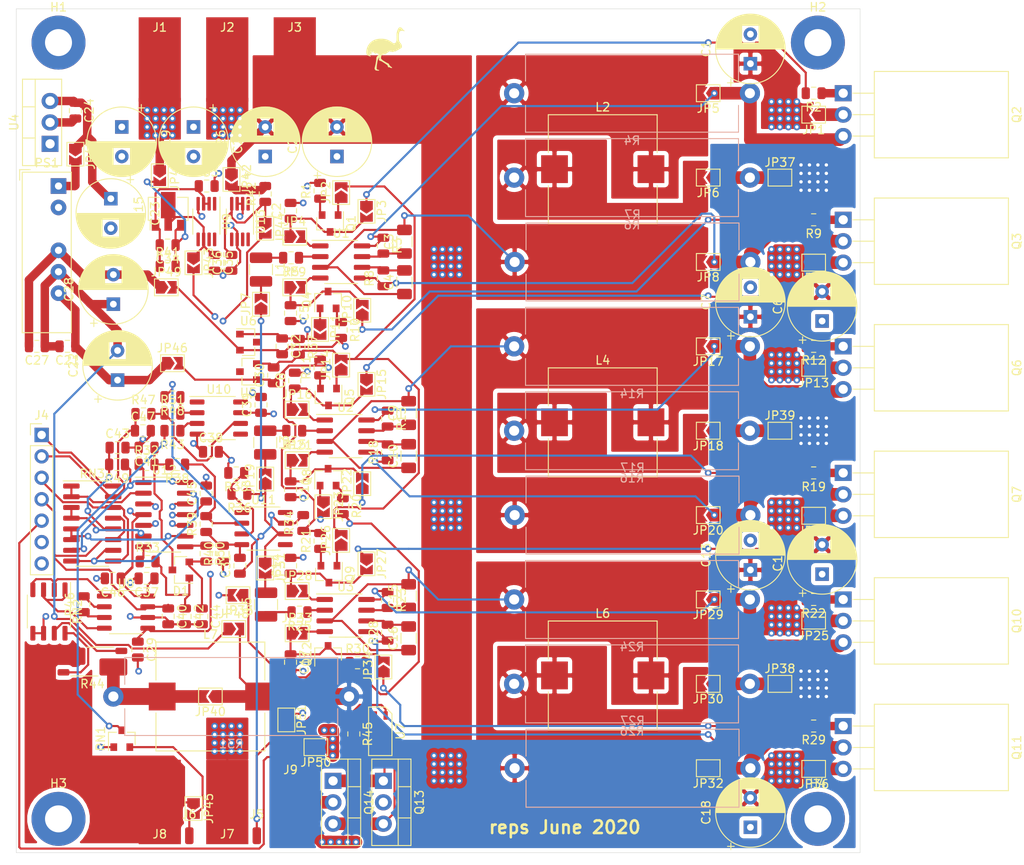
<source format=kicad_pcb>
(kicad_pcb (version 20171130) (host pcbnew "(5.1.6)-1")
  (layers (0 F.Cu signal) (1 In1.Cu signal) (2 In2.Cu signal) (31 B.Cu signal) (34 B.Paste user) (35 F.Paste user) (36 B.SilkS user) (37 F.SilkS user) (38 B.Mask user) (39 F.Mask user) (44 Edge.Cuts user))
  (net 0 "")
  (net 1 GND)
  (net 2 +VDC)
  (net 3 "Net-(JP2-Pad1)")
  (net 4 "Net-(JP3-Pad1)")
  (net 5 "Net-(JP5-Pad1)")
  (net 6 "Net-(JP10-Pad1)")
  (net 7 -VDC)
  (net 8 "Net-(Q2-Pad1)")
  (net 9 "Net-(Q4-Pad2)")
  (net 10 "Net-(C3-Pad1)")
  (net 11 "Net-(JP11-Pad1)")
  (net 12 "Net-(JP12-Pad1)")
  (net 13 "Net-(Q5-Pad2)")
  (net 14 "Net-(C2-Pad1)")
  (net 15 "Net-(C3-Pad2)")
  (net 16 "Net-(C5-Pad1)")
  (net 17 "Net-(C8-Pad1)")
  (net 18 "Net-(C9-Pad1)")
  (net 19 "Net-(C10-Pad2)")
  (net 20 "Net-(C10-Pad1)")
  (net 21 "Net-(JP6-Pad2)")
  (net 22 "/Power slice 1/in")
  (net 23 "Net-(JP9-Pad2)")
  (net 24 "Net-(JP14-Pad1)")
  (net 25 "Net-(JP15-Pad1)")
  (net 26 "Net-(JP17-Pad1)")
  (net 27 "Net-(JP18-Pad2)")
  (net 28 "Net-(JP21-Pad2)")
  (net 29 "Net-(JP22-Pad1)")
  (net 30 "Net-(JP23-Pad1)")
  (net 31 "Net-(JP24-Pad1)")
  (net 32 "Net-(JP26-Pad1)")
  (net 33 "Net-(JP27-Pad1)")
  (net 34 "Net-(JP29-Pad1)")
  (net 35 "Net-(JP30-Pad2)")
  (net 36 "Net-(JP33-Pad2)")
  (net 37 "Net-(JP34-Pad1)")
  (net 38 "Net-(JP35-Pad1)")
  (net 39 "Net-(JP36-Pad1)")
  (net 40 "Net-(L1-Pad1)")
  (net 41 "Net-(L3-Pad1)")
  (net 42 "Net-(L5-Pad1)")
  (net 43 "Net-(Q1-Pad2)")
  (net 44 "Net-(Q3-Pad1)")
  (net 45 "Net-(Q6-Pad1)")
  (net 46 "Net-(Q7-Pad1)")
  (net 47 "Net-(Q8-Pad2)")
  (net 48 "Net-(Q9-Pad2)")
  (net 49 "Net-(Q10-Pad1)")
  (net 50 "Net-(Q11-Pad1)")
  (net 51 "Net-(Q12-Pad2)")
  (net 52 "Net-(R5-Pad1)")
  (net 53 "Net-(R15-Pad1)")
  (net 54 "Net-(R25-Pad1)")
  (net 55 "Net-(JP8-Pad1)")
  (net 56 "Net-(JP20-Pad1)")
  (net 57 "Net-(JP32-Pad1)")
  (net 58 "Net-(JP1-Pad1)")
  (net 59 "Net-(JP13-Pad1)")
  (net 60 "Net-(JP25-Pad1)")
  (net 61 "Net-(C4-Pad2)")
  (net 62 "Net-(C11-Pad1)")
  (net 63 "Net-(C14-Pad1)")
  (net 64 "Net-(C15-Pad2)")
  (net 65 "Net-(C15-Pad1)")
  (net 66 "Net-(C16-Pad2)")
  (net 67 "Net-(C17-Pad1)")
  (net 68 "Net-(JP37-Pad1)")
  (net 69 "Net-(JP18-Pad1)")
  (net 70 "Net-(JP30-Pad1)")
  (net 71 "Net-(JP4-Pad2)")
  (net 72 "Net-(JP16-Pad2)")
  (net 73 "Net-(JP28-Pad2)")
  (net 74 "Net-(JP7-Pad2)")
  (net 75 "Net-(JP19-Pad2)")
  (net 76 "Net-(JP31-Pad2)")
  (net 77 +24V)
  (net 78 "Net-(J6-Pad1)")
  (net 79 "Net-(Q13-Pad3)")
  (net 80 "Net-(Q13-Pad1)")
  (net 81 +15VF)
  (net 82 -15VF)
  (net 83 "Net-(C31-Pad2)")
  (net 84 "Net-(C31-Pad1)")
  (net 85 "Net-(R35-Pad1)")
  (net 86 "Net-(R38-Pad1)")
  (net 87 "Net-(U9-Pad1)")
  (net 88 "Net-(U11-Pad8)")
  (net 89 "Net-(U11-Pad5)")
  (net 90 "Net-(U11-Pad1)")
  (net 91 "Net-(U13-Pad1)")
  (net 92 +5V)
  (net 93 -5V)
  (net 94 "Net-(JP42-Pad2)")
  (net 95 "Net-(U9-Pad8)")
  (net 96 "Net-(U9-Pad7)")
  (net 97 "Net-(U9-Pad5)")
  (net 98 "Net-(U13-Pad8)")
  (net 99 "Net-(U13-Pad7)")
  (net 100 "Net-(U13-Pad5)")
  (net 101 "Net-(C33-Pad1)")
  (net 102 "Net-(C34-Pad1)")
  (net 103 "Net-(C36-Pad2)")
  (net 104 "Net-(C35-Pad1)")
  (net 105 "Net-(C21-Pad2)")
  (net 106 "Net-(C21-Pad1)")
  (net 107 "Net-(C27-Pad2)")
  (net 108 pwr_out)
  (net 109 "Net-(JP47-Pad2)")
  (net 110 pwr_ctrl)
  (net 111 "Net-(R44-Pad3)")
  (net 112 "Net-(R44-Pad2)")
  (net 113 "/Output and feedback/in")
  (net 114 "Net-(R45-Pad1)")
  (net 115 "Net-(R46-Pad2)")
  (net 116 "Net-(R46-Pad1)")
  (net 117 "Net-(RN2-Pad2)")
  (net 118 "Net-(RN2-Pad1)")
  (net 119 top_drive)
  (net 120 bot_drive)
  (net 121 "/Output and feedback/I_fb")
  (net 122 "Net-(C42-Pad1)")
  (net 123 "Net-(C43-Pad1)")
  (net 124 "Net-(C44-Pad1)")
  (net 125 PE)
  (net 126 "/Output and feedback/PE_ssr")
  (net 127 "/V I clamp/I_set")
  (net 128 "/Output and feedback/V_fb")
  (net 129 "/V I clamp/V_set")
  (net 130 "Net-(J8-Pad1)")
  (net 131 "Net-(R32-Pad1)")
  (net 132 "Net-(R33-Pad1)")
  (net 133 "Net-(R47-Pad2)")
  (net 134 "Net-(R50-Pad1)")
  (net 135 "Net-(RN3-Pad10)")
  (net 136 "Net-(RN3-Pad5)")
  (net 137 "Net-(RN3-Pad3)")
  (net 138 "Net-(RN3-Pad1)")
  (net 139 "Net-(U10-Pad8)")
  (net 140 "Net-(U10-Pad5)")
  (net 141 "Net-(U10-Pad1)")
  (net 142 "Net-(R49-Pad1)")
  (net 143 "Net-(J5-Pad1)")
  (net 144 "Net-(R43-Pad2)")
  (net 145 "Net-(R43-Pad1)")
  (net 146 "Net-(R48-Pad1)")
  (module OSMU-Footprints:osmu_logo-6mm (layer F.Cu) (at 143.75 54.75)
    (fp_text reference G*** hide)
    (fp_text value LOGO hide)
  )
  (module Capacitor_SMD:C_0805_2012Metric (layer F.Cu) (at 114.4 125.9375 270)
    (fp_text reference C29 (at 0 -1.65 90) (layer F.SilkS))
    (fp_text value 100nF)
    (pad 2 smd roundrect (at 0.9375 0 270) (size 0.975 1.4) (layers F.Cu F.Paste F.Mask) (net 1 GND))
    (pad 1 smd roundrect (at -0.9375 0 270) (size 0.975 1.4) (layers F.Cu F.Paste F.Mask) (net 93 -5V))
  )
  (module Resistor_SMD:R_0805_2012Metric (layer F.Cu) (at 118.5 98)
    (fp_text reference R51 (at 0 -1.65) (layer F.SilkS))
    (fp_text value 0Ohm)
    (pad 2 smd roundrect (at 0.9375 0) (size 0.975 1.4) (layers F.Cu F.Paste F.Mask) (net 146 "Net-(R48-Pad1)"))
    (pad 1 smd roundrect (at -0.9375 0) (size 0.975 1.4) (layers F.Cu F.Paste F.Mask) (net 133 "Net-(R47-Pad2)"))
  )
  (module Resistor_SMD:R_0805_2012Metric (layer F.Cu) (at 118.5 96 180)
    (fp_text reference R48 (at 0 -1.65) (layer F.SilkS))
    (fp_text value 0Ohm)
    (pad 2 smd roundrect (at 0.9375 0 180) (size 0.975 1.4) (layers F.Cu F.Paste F.Mask) (net 143 "Net-(J5-Pad1)"))
    (pad 1 smd roundrect (at -0.9375 0 180) (size 0.975 1.4) (layers F.Cu F.Paste F.Mask) (net 146 "Net-(R48-Pad1)"))
  )
  (module Resistor_SMD:R_0805_2012Metric (layer F.Cu) (at 115.0625 98)
    (fp_text reference R47 (at 0 -1.65) (layer F.SilkS))
    (fp_text value 0Ohm)
    (pad 2 smd roundrect (at 0.9375 0) (size 0.975 1.4) (layers F.Cu F.Paste F.Mask) (net 133 "Net-(R47-Pad2)"))
    (pad 1 smd roundrect (at -0.9375 0) (size 0.975 1.4) (layers F.Cu F.Paste F.Mask) (net 128 "/Output and feedback/V_fb"))
  )
  (module Resistor_SMD:R_0805_2012Metric (layer F.Cu) (at 118.5 100 180)
    (fp_text reference R43 (at 0 -1.65) (layer F.SilkS))
    (fp_text value 0Ohm)
    (pad 2 smd roundrect (at 0.9375 0 180) (size 0.975 1.4) (layers F.Cu F.Paste F.Mask) (net 144 "Net-(R43-Pad2)"))
    (pad 1 smd roundrect (at -0.9375 0 180) (size 0.975 1.4) (layers F.Cu F.Paste F.Mask) (net 145 "Net-(R43-Pad1)"))
  )
  (module Jumper:SolderJumper-2_P1.3mm_Open_TrianglePad1.0x1.5mm (layer F.Cu) (at 132 134.275 270)
    (fp_text reference JP51 (at 0 -1.8 90) (layer F.SilkS))
    (fp_text value Jumper_NC_Small)
    (pad 1 smd custom (at -0.725 0 270) (size 0.3 0.3) (layers F.Cu F.Mask) (net 1 GND) (options (clearance outline) (anchor rect)) (primitives (gr_poly (pts (xy -0.5 -0.75) (xy 0.5 -0.75) (xy 1 0) (xy 0.5 0.75) (xy -0.5 0.75)) (width 0))))
    (pad 2 smd custom (at 0.725 0 270) (size 0.3 0.3) (layers F.Cu F.Mask) (net 143 "Net-(J5-Pad1)") (options (clearance outline) (anchor rect)) (primitives (gr_poly (pts (xy -0.65 -0.75) (xy 0.5 -0.75) (xy 0.5 0.75) (xy -0.65 0.75) (xy -0.15 0)) (width 0))))
  )
  (module Capacitor_SMD:C_0805_2012Metric (layer F.Cu) (at 115 100)
    (fp_text reference C47 (at 0 -1.65) (layer F.SilkS))
    (fp_text value 0nF)
    (pad 2 smd roundrect (at 0.9375 0) (size 0.975 1.4) (layers F.Cu F.Paste F.Mask) (net 1 GND))
    (pad 1 smd roundrect (at -0.9375 0) (size 0.975 1.4) (layers F.Cu F.Paste F.Mask) (net 128 "/Output and feedback/V_fb"))
  )
  (module Package_TO_SOT_SMD:SOT-23 (layer F.Cu) (at 112.5 136.5 90)
    (fp_text reference RN1 (at 0 -2.5 90) (layer F.SilkS))
    (fp_text value MPM)
    (pad 3 smd rect (at 1 0 90) (size 0.9 0.8) (layers F.Cu F.Paste F.Mask) (net 144 "Net-(R43-Pad2)"))
    (pad 2 smd rect (at -1 0.95 90) (size 0.9 0.8) (layers F.Cu F.Paste F.Mask) (net 78 "Net-(J6-Pad1)"))
    (pad 1 smd rect (at -1 -0.95 90) (size 0.9 0.8) (layers F.Cu F.Paste F.Mask) (net 1 GND))
  )
  (module Package_SO:SOIC-14_3.9x8.7mm_P1.27mm (layer F.Cu) (at 117.5375 109.945)
    (fp_text reference U12 (at 0 -5.28) (layer F.SilkS))
    (fp_text value Opamp_Quad_Generic)
    (pad 14 smd roundrect (at 2.475 -3.81) (size 1.95 0.6) (layers F.Cu F.Paste F.Mask) (net 142 "Net-(R49-Pad1)"))
    (pad 13 smd roundrect (at 2.475 -2.54) (size 1.95 0.6) (layers F.Cu F.Paste F.Mask) (net 135 "Net-(RN3-Pad10)"))
    (pad 12 smd roundrect (at 2.475 -1.27) (size 1.95 0.6) (layers F.Cu F.Paste F.Mask) (net 1 GND))
    (pad 11 smd roundrect (at 2.475 0) (size 1.95 0.6) (layers F.Cu F.Paste F.Mask) (net 93 -5V))
    (pad 10 smd roundrect (at 2.475 1.27) (size 1.95 0.6) (layers F.Cu F.Paste F.Mask) (net 1 GND))
    (pad 9 smd roundrect (at 2.475 2.54) (size 1.95 0.6) (layers F.Cu F.Paste F.Mask) (net 136 "Net-(RN3-Pad5)"))
    (pad 8 smd roundrect (at 2.475 3.81) (size 1.95 0.6) (layers F.Cu F.Paste F.Mask) (net 134 "Net-(R50-Pad1)"))
    (pad 7 smd roundrect (at -2.475 3.81) (size 1.95 0.6) (layers F.Cu F.Paste F.Mask) (net 132 "Net-(R33-Pad1)"))
    (pad 6 smd roundrect (at -2.475 2.54) (size 1.95 0.6) (layers F.Cu F.Paste F.Mask) (net 137 "Net-(RN3-Pad3)"))
    (pad 5 smd roundrect (at -2.475 1.27) (size 1.95 0.6) (layers F.Cu F.Paste F.Mask) (net 1 GND))
    (pad 4 smd roundrect (at -2.475 0) (size 1.95 0.6) (layers F.Cu F.Paste F.Mask) (net 92 +5V))
    (pad 3 smd roundrect (at -2.475 -1.27) (size 1.95 0.6) (layers F.Cu F.Paste F.Mask) (net 1 GND))
    (pad 2 smd roundrect (at -2.475 -2.54) (size 1.95 0.6) (layers F.Cu F.Paste F.Mask) (net 138 "Net-(RN3-Pad1)"))
    (pad 1 smd roundrect (at -2.475 -3.81) (size 1.95 0.6) (layers F.Cu F.Paste F.Mask) (net 131 "Net-(R32-Pad1)"))
  )
  (module Package_SO:SO-8_3.9x4.9mm_P1.27mm (layer F.Cu) (at 124 98.5)
    (fp_text reference U10 (at 0 -3.4) (layer F.SilkS))
    (fp_text value LT1360)
    (pad 8 smd roundrect (at 2.575 -1.905) (size 1.75 0.6) (layers F.Cu F.Paste F.Mask) (net 139 "Net-(U10-Pad8)"))
    (pad 7 smd roundrect (at 2.575 -0.635) (size 1.75 0.6) (layers F.Cu F.Paste F.Mask) (net 92 +5V))
    (pad 6 smd roundrect (at 2.575 0.635) (size 1.75 0.6) (layers F.Cu F.Paste F.Mask) (net 133 "Net-(R47-Pad2)"))
    (pad 5 smd roundrect (at 2.575 1.905) (size 1.75 0.6) (layers F.Cu F.Paste F.Mask) (net 140 "Net-(U10-Pad5)"))
    (pad 4 smd roundrect (at -2.575 1.905) (size 1.75 0.6) (layers F.Cu F.Paste F.Mask) (net 93 -5V))
    (pad 3 smd roundrect (at -2.575 0.635) (size 1.75 0.6) (layers F.Cu F.Paste F.Mask) (net 145 "Net-(R43-Pad1)"))
    (pad 2 smd roundrect (at -2.575 -0.635) (size 1.75 0.6) (layers F.Cu F.Paste F.Mask) (net 146 "Net-(R48-Pad1)"))
    (pad 1 smd roundrect (at -2.575 -1.905) (size 1.75 0.6) (layers F.Cu F.Paste F.Mask) (net 141 "Net-(U10-Pad1)"))
  )
  (module Package_TO_SOT_SMD:SOT-23 (layer F.Cu) (at 127.5 89.5)
    (fp_text reference U6 (at 0 -2.5) (layer F.SilkS))
    (fp_text value LM4040DBZ-2.5)
    (pad 3 smd rect (at 1 0) (size 0.9 0.8) (layers F.Cu F.Paste F.Mask))
    (pad 2 smd rect (at -1 0.95) (size 0.9 0.8) (layers F.Cu F.Paste F.Mask) (net 82 -15VF))
    (pad 1 smd rect (at -1 -0.95) (size 0.9 0.8) (layers F.Cu F.Paste F.Mask) (net 120 bot_drive))
  )
  (module Package_TO_SOT_SMD:SOT-23 (layer F.Cu) (at 127.5 93 180)
    (fp_text reference U5 (at 0 -2.5) (layer F.SilkS))
    (fp_text value LM4040DBZ-2.5)
    (pad 3 smd rect (at 1 0 180) (size 0.9 0.8) (layers F.Cu F.Paste F.Mask))
    (pad 2 smd rect (at -1 0.95 180) (size 0.9 0.8) (layers F.Cu F.Paste F.Mask) (net 119 top_drive))
    (pad 1 smd rect (at -1 -0.95 180) (size 0.9 0.8) (layers F.Cu F.Paste F.Mask) (net 81 +15VF))
  )
  (module Package_SO:SOIC-16_3.9x9.9mm_P1.27mm (layer F.Cu) (at 109 111)
    (fp_text reference RN3 (at 0 -5.9) (layer F.SilkS))
    (fp_text value R_Pack08_Split)
    (pad 16 smd roundrect (at 2.475 -4.445) (size 1.95 0.6) (layers F.Cu F.Paste F.Mask) (net 129 "/V I clamp/V_set"))
    (pad 15 smd roundrect (at 2.475 -3.175) (size 1.95 0.6) (layers F.Cu F.Paste F.Mask) (net 128 "/Output and feedback/V_fb"))
    (pad 14 smd roundrect (at 2.475 -1.905) (size 1.95 0.6) (layers F.Cu F.Paste F.Mask) (net 127 "/V I clamp/I_set"))
    (pad 13 smd roundrect (at 2.475 -0.635) (size 1.95 0.6) (layers F.Cu F.Paste F.Mask) (net 121 "/Output and feedback/I_fb"))
    (pad 12 smd roundrect (at 2.475 0.635) (size 1.95 0.6) (layers F.Cu F.Paste F.Mask) (net 123 "Net-(C43-Pad1)"))
    (pad 11 smd roundrect (at 2.475 1.905) (size 1.95 0.6) (layers F.Cu F.Paste F.Mask) (net 121 "/Output and feedback/I_fb"))
    (pad 10 smd roundrect (at 2.475 3.175) (size 1.95 0.6) (layers F.Cu F.Paste F.Mask) (net 135 "Net-(RN3-Pad10)"))
    (pad 9 smd roundrect (at 2.475 4.445) (size 1.95 0.6) (layers F.Cu F.Paste F.Mask) (net 127 "/V I clamp/I_set"))
    (pad 8 smd roundrect (at -2.475 4.445) (size 1.95 0.6) (layers F.Cu F.Paste F.Mask) (net 135 "Net-(RN3-Pad10)"))
    (pad 7 smd roundrect (at -2.475 3.175) (size 1.95 0.6) (layers F.Cu F.Paste F.Mask) (net 142 "Net-(R49-Pad1)"))
    (pad 6 smd roundrect (at -2.475 1.905) (size 1.95 0.6) (layers F.Cu F.Paste F.Mask) (net 136 "Net-(RN3-Pad5)"))
    (pad 5 smd roundrect (at -2.475 0.635) (size 1.95 0.6) (layers F.Cu F.Paste F.Mask) (net 136 "Net-(RN3-Pad5)"))
    (pad 4 smd roundrect (at -2.475 -0.635) (size 1.95 0.6) (layers F.Cu F.Paste F.Mask) (net 137 "Net-(RN3-Pad3)"))
    (pad 3 smd roundrect (at -2.475 -1.905) (size 1.95 0.6) (layers F.Cu F.Paste F.Mask) (net 137 "Net-(RN3-Pad3)"))
    (pad 2 smd roundrect (at -2.475 -3.175) (size 1.95 0.6) (layers F.Cu F.Paste F.Mask) (net 138 "Net-(RN3-Pad1)"))
    (pad 1 smd roundrect (at -2.475 -4.445) (size 1.95 0.6) (layers F.Cu F.Paste F.Mask) (net 138 "Net-(RN3-Pad1)"))
  )
  (module Resistor_SMD:R_0805_2012Metric (layer F.Cu) (at 122.5 114.5625 270)
    (fp_text reference R50 (at 0 -1.65 90) (layer F.SilkS))
    (fp_text value 0Ohm)
    (pad 2 smd roundrect (at 0.9375 0 270) (size 0.975 1.4) (layers F.Cu F.Paste F.Mask) (net 124 "Net-(C44-Pad1)"))
    (pad 1 smd roundrect (at -0.9375 0 270) (size 0.975 1.4) (layers F.Cu F.Paste F.Mask) (net 134 "Net-(R50-Pad1)"))
  )
  (module Resistor_SMD:R_0805_2012Metric (layer F.Cu) (at 111.9375 104 180)
    (fp_text reference R49 (at 0 -1.65) (layer F.SilkS))
    (fp_text value 0Ohm)
    (pad 2 smd roundrect (at 0.9375 0 180) (size 0.975 1.4) (layers F.Cu F.Paste F.Mask) (net 123 "Net-(C43-Pad1)"))
    (pad 1 smd roundrect (at -0.9375 0 180) (size 0.975 1.4) (layers F.Cu F.Paste F.Mask) (net 142 "Net-(R49-Pad1)"))
  )
  (module Connector_PinHeader_2.54mm:PinHeader_1x07_P2.54mm_Vertical (layer F.Cu) (at 103 100.5)
    (fp_text reference J4 (at 0 -2.33) (layer F.SilkS))
    (fp_text value Conn_01x07)
    (pad 7 thru_hole oval (at 0 15.24) (size 1.7 1.7) (drill 1) (layers *.Cu *.Mask) (net 125 PE))
    (pad 6 thru_hole oval (at 0 12.7) (size 1.7 1.7) (drill 1) (layers *.Cu *.Mask) (net 1 GND))
    (pad 5 thru_hole oval (at 0 10.16) (size 1.7 1.7) (drill 1) (layers *.Cu *.Mask) (net 126 "/Output and feedback/PE_ssr"))
    (pad 4 thru_hole oval (at 0 7.62) (size 1.7 1.7) (drill 1) (layers *.Cu *.Mask) (net 121 "/Output and feedback/I_fb"))
    (pad 3 thru_hole oval (at 0 5.08) (size 1.7 1.7) (drill 1) (layers *.Cu *.Mask) (net 127 "/V I clamp/I_set"))
    (pad 2 thru_hole oval (at 0 2.54) (size 1.7 1.7) (drill 1) (layers *.Cu *.Mask) (net 128 "/Output and feedback/V_fb"))
    (pad 1 thru_hole rect (at 0 0) (size 1.7 1.7) (drill 1) (layers *.Cu *.Mask) (net 129 "/V I clamp/V_set"))
  )
  (module Package_TO_SOT_SMD:SOT-23 (layer F.Cu) (at 119.5 116.5 180)
    (fp_text reference D1 (at 0 -2.5) (layer F.SilkS))
    (fp_text value D_Schottky_x2_Serial_AKC)
    (pad 3 smd rect (at 1 0 180) (size 0.9 0.8) (layers F.Cu F.Paste F.Mask) (net 110 pwr_ctrl))
    (pad 2 smd rect (at -1 0.95 180) (size 0.9 0.8) (layers F.Cu F.Paste F.Mask) (net 124 "Net-(C44-Pad1)"))
    (pad 1 smd rect (at -1 -0.95 180) (size 0.9 0.8) (layers F.Cu F.Paste F.Mask) (net 122 "Net-(C42-Pad1)"))
  )
  (module Capacitor_SMD:C_0805_2012Metric (layer F.Cu) (at 111.4375 117.5 180)
    (fp_text reference C46 (at 0 -1.65) (layer F.SilkS))
    (fp_text value 100nF)
    (pad 2 smd roundrect (at 0.9375 0 180) (size 0.975 1.4) (layers F.Cu F.Paste F.Mask) (net 1 GND))
    (pad 1 smd roundrect (at -0.9375 0 180) (size 0.975 1.4) (layers F.Cu F.Paste F.Mask) (net 92 +5V))
  )
  (module Capacitor_SMD:C_0805_2012Metric (layer F.Cu) (at 122.5 107.4375 90)
    (fp_text reference C45 (at 0 -1.65 90) (layer F.SilkS))
    (fp_text value 100nF)
    (pad 2 smd roundrect (at 0.9375 0 90) (size 0.975 1.4) (layers F.Cu F.Paste F.Mask) (net 1 GND))
    (pad 1 smd roundrect (at -0.9375 0 90) (size 0.975 1.4) (layers F.Cu F.Paste F.Mask) (net 93 -5V))
  )
  (module Capacitor_SMD:C_0805_2012Metric (layer F.Cu) (at 122 122 270)
    (fp_text reference C44 (at 0 -1.65 90) (layer F.SilkS))
    (fp_text value 0nF)
    (pad 2 smd roundrect (at 0.9375 0 270) (size 0.975 1.4) (layers F.Cu F.Paste F.Mask) (net 1 GND))
    (pad 1 smd roundrect (at -0.9375 0 270) (size 0.975 1.4) (layers F.Cu F.Paste F.Mask) (net 124 "Net-(C44-Pad1)"))
  )
  (module Capacitor_SMD:C_0805_2012Metric (layer F.Cu) (at 112 102)
    (fp_text reference C43 (at 0 -1.65) (layer F.SilkS))
    (fp_text value 0nF)
    (pad 2 smd roundrect (at 0.9375 0) (size 0.975 1.4) (layers F.Cu F.Paste F.Mask) (net 1 GND))
    (pad 1 smd roundrect (at -0.9375 0) (size 0.975 1.4) (layers F.Cu F.Paste F.Mask) (net 123 "Net-(C43-Pad1)"))
  )
  (module Capacitor_SMD:C_0805_2012Metric (layer F.Cu) (at 120 122 270)
    (fp_text reference C42 (at 0 -1.65 90) (layer F.SilkS))
    (fp_text value 0nF)
    (pad 2 smd roundrect (at 0.9375 0 270) (size 0.975 1.4) (layers F.Cu F.Paste F.Mask) (net 1 GND))
    (pad 1 smd roundrect (at -0.9375 0 270) (size 0.975 1.4) (layers F.Cu F.Paste F.Mask) (net 122 "Net-(C42-Pad1)"))
  )
  (module Capacitor_SMD:C_0805_2012Metric (layer F.Cu) (at 115.4375 102 180)
    (fp_text reference C41 (at 0 -1.65) (layer F.SilkS))
    (fp_text value 0nF)
    (pad 2 smd roundrect (at 0.9375 0 180) (size 0.975 1.4) (layers F.Cu F.Paste F.Mask) (net 1 GND))
    (pad 1 smd roundrect (at -0.9375 0 180) (size 0.975 1.4) (layers F.Cu F.Paste F.Mask) (net 110 pwr_ctrl))
  )
  (module Capacitor_SMD:C_0805_2012Metric (layer F.Cu) (at 118 122 270)
    (fp_text reference C40 (at 0 -1.65 90) (layer F.SilkS))
    (fp_text value 0nF)
    (pad 2 smd roundrect (at 0.9375 0 270) (size 0.975 1.4) (layers F.Cu F.Paste F.Mask) (net 1 GND))
    (pad 1 smd roundrect (at -0.9375 0 270) (size 0.975 1.4) (layers F.Cu F.Paste F.Mask) (net 121 "/Output and feedback/I_fb"))
  )
  (module Capacitor_SMD:C_0805_2012Metric (layer F.Cu) (at 129 96.9375 90)
    (fp_text reference C39 (at 0 -1.65 90) (layer F.SilkS))
    (fp_text value 100nF)
    (pad 2 smd roundrect (at 0.9375 0 90) (size 0.975 1.4) (layers F.Cu F.Paste F.Mask) (net 1 GND))
    (pad 1 smd roundrect (at -0.9375 0 90) (size 0.975 1.4) (layers F.Cu F.Paste F.Mask) (net 92 +5V))
  )
  (module Capacitor_SMD:C_0805_2012Metric (layer F.Cu) (at 123.0625 102.5)
    (fp_text reference C38 (at 0 -1.65) (layer F.SilkS))
    (fp_text value 100nF)
    (pad 2 smd roundrect (at 0.9375 0) (size 0.975 1.4) (layers F.Cu F.Paste F.Mask) (net 1 GND))
    (pad 1 smd roundrect (at -0.9375 0) (size 0.975 1.4) (layers F.Cu F.Paste F.Mask) (net 93 -5V))
  )
  (module Package_SO:SO-8_3.9x4.9mm_P1.27mm (layer F.Cu) (at 113 121.5)
    (fp_text reference U8 (at 0 -3.4) (layer F.SilkS))
    (fp_text value AD8429)
    (pad 8 smd roundrect (at 2.575 -1.905) (size 1.75 0.6) (layers F.Cu F.Paste F.Mask) (net 92 +5V))
    (pad 7 smd roundrect (at 2.575 -0.635) (size 1.75 0.6) (layers F.Cu F.Paste F.Mask) (net 121 "/Output and feedback/I_fb"))
    (pad 6 smd roundrect (at 2.575 0.635) (size 1.75 0.6) (layers F.Cu F.Paste F.Mask) (net 1 GND))
    (pad 5 smd roundrect (at 2.575 1.905) (size 1.75 0.6) (layers F.Cu F.Paste F.Mask) (net 93 -5V))
    (pad 4 smd roundrect (at -2.575 1.905) (size 1.75 0.6) (layers F.Cu F.Paste F.Mask) (net 118 "Net-(RN2-Pad1)"))
    (pad 3 smd roundrect (at -2.575 0.635) (size 1.75 0.6) (layers F.Cu F.Paste F.Mask) (net 116 "Net-(R46-Pad1)"))
    (pad 2 smd roundrect (at -2.575 -0.635) (size 1.75 0.6) (layers F.Cu F.Paste F.Mask) (net 115 "Net-(R46-Pad2)"))
    (pad 1 smd roundrect (at -2.575 -1.905) (size 1.75 0.6) (layers F.Cu F.Paste F.Mask) (net 117 "Net-(RN2-Pad2)"))
  )
  (module OSMU-Footprints:SSOP-4 (layer F.Cu) (at 143.135 135.625 180)
    (fp_text reference U7 (at -2.385 0 90) (layer F.SilkS))
    (fp_text value TLP3914)
    (pad 2 smd rect (at 0.635 1.875 180) (size 0.5 1) (layers F.Cu F.Paste F.Mask) (net 114 "Net-(R45-Pad1)"))
    (pad 3 smd rect (at 0.635 -1.875 180) (size 0.5 1) (layers F.Cu F.Paste F.Mask) (net 79 "Net-(Q13-Pad3)"))
    (pad 1 smd rect (at -0.635 1.875 180) (size 0.5 1) (layers F.Cu F.Paste F.Mask) (net 126 "/Output and feedback/PE_ssr"))
    (pad 4 smd rect (at -0.635 -1.875 180) (size 0.5 1) (layers F.Cu F.Paste F.Mask) (net 80 "Net-(Q13-Pad1)"))
  )
  (module Package_SO:SO-8_3.9x4.9mm_P1.27mm (layer F.Cu) (at 103.865 121.425 270)
    (fp_text reference RN2 (at 0 -3.4 90) (layer F.SilkS))
    (fp_text value 10:1)
    (pad 8 smd roundrect (at 2.575 -1.905 270) (size 1.75 0.6) (layers F.Cu F.Paste F.Mask) (net 111 "Net-(R44-Pad3)"))
    (pad 7 smd roundrect (at 2.575 -0.635 270) (size 1.75 0.6) (layers F.Cu F.Paste F.Mask) (net 112 "Net-(R44-Pad2)"))
    (pad 6 smd roundrect (at 2.575 0.635 270) (size 1.75 0.6) (layers F.Cu F.Paste F.Mask) (net 1 GND))
    (pad 5 smd roundrect (at 2.575 1.905 270) (size 1.75 0.6) (layers F.Cu F.Paste F.Mask) (net 1 GND))
    (pad 4 smd roundrect (at -2.575 1.905 270) (size 1.75 0.6) (layers F.Cu F.Paste F.Mask) (net 117 "Net-(RN2-Pad2)"))
    (pad 3 smd roundrect (at -2.575 0.635 270) (size 1.75 0.6) (layers F.Cu F.Paste F.Mask) (net 118 "Net-(RN2-Pad1)"))
    (pad 2 smd roundrect (at -2.575 -0.635 270) (size 1.75 0.6) (layers F.Cu F.Paste F.Mask) (net 117 "Net-(RN2-Pad2)"))
    (pad 1 smd roundrect (at -2.575 -1.905 270) (size 1.75 0.6) (layers F.Cu F.Paste F.Mask) (net 118 "Net-(RN2-Pad1)"))
  )
  (module Resistor_SMD:R_0805_2012Metric (layer F.Cu) (at 108 120.5625 90)
    (fp_text reference R46 (at 0 -1.65 90) (layer F.SilkS))
    (fp_text value 316Ohm)
    (pad 2 smd roundrect (at 0.9375 0 90) (size 0.975 1.4) (layers F.Cu F.Paste F.Mask) (net 115 "Net-(R46-Pad2)"))
    (pad 1 smd roundrect (at -0.9375 0 90) (size 0.975 1.4) (layers F.Cu F.Paste F.Mask) (net 116 "Net-(R46-Pad1)"))
  )
  (module Resistor_SMD:R_0805_2012Metric (layer F.Cu) (at 140 135.9375 270)
    (fp_text reference R45 (at 0 -1.65 90) (layer F.SilkS))
    (fp_text value 250Ohm)
    (pad 2 smd roundrect (at 0.9375 0 270) (size 0.975 1.4) (layers F.Cu F.Paste F.Mask) (net 125 PE))
    (pad 1 smd roundrect (at -0.9375 0 270) (size 0.975 1.4) (layers F.Cu F.Paste F.Mask) (net 114 "Net-(R45-Pad1)"))
  )
  (module Resistor_SMD:R_Shunt_Vishay_WSK2512_6332Metric_T2.21mm (layer F.Cu) (at 109.02 127.365 180)
    (fp_text reference R44 (at 0 -2.65) (layer F.SilkS))
    (fp_text value 10mOhm)
    (pad 3 smd roundrect (at 3.43 -1.27 180) (size 1.4 0.76) (layers F.Cu F.Paste F.Mask) (net 111 "Net-(R44-Pad3)"))
    (pad 2 smd roundrect (at -3.43 1.27 180) (size 1.4 0.76) (layers F.Cu F.Paste F.Mask) (net 112 "Net-(R44-Pad2)"))
    (pad 4 smd roundrect (at 2.48 0.635 180) (size 3.3 2.03) (layers F.Cu F.Paste F.Mask) (roundrect_rratio 0.12) (net 130 "Net-(J8-Pad1)"))
    (pad 1 smd roundrect (at -2.48 -0.635 180) (size 3.3 2.03) (layers F.Cu F.Paste F.Mask) (roundrect_rratio 0.12) (net 113 "/Output and feedback/in"))
  )
  (module Resistor_SMD:R_0805_2012Metric (layer F.Cu) (at 115.4375 104)
    (fp_text reference R32 (at 0 -1.65) (layer F.SilkS))
    (fp_text value 10kOhm)
    (pad 2 smd roundrect (at 0.9375 0) (size 0.975 1.4) (layers F.Cu F.Paste F.Mask) (net 110 pwr_ctrl))
    (pad 1 smd roundrect (at -0.9375 0) (size 0.975 1.4) (layers F.Cu F.Paste F.Mask) (net 131 "Net-(R32-Pad1)"))
  )
  (module Jumper:SolderJumper-2_P1.3mm_Open_TrianglePad1.0x1.5mm (layer F.Cu) (at 135.5 137.5 180)
    (fp_text reference JP50 (at 0 -1.8) (layer F.SilkS))
    (fp_text value Jumper_NC_Small)
    (pad 1 smd custom (at -0.725 0 180) (size 0.3 0.3) (layers F.Cu F.Mask) (net 1 GND) (options (clearance outline) (anchor rect)) (primitives (gr_poly (pts (xy -0.5 -0.75) (xy 0.5 -0.75) (xy 1 0) (xy 0.5 0.75) (xy -0.5 0.75)) (width 0))))
    (pad 2 smd custom (at 0.725 0 180) (size 0.3 0.3) (layers F.Cu F.Mask) (net 125 PE) (options (clearance outline) (anchor rect)) (primitives (gr_poly (pts (xy -0.65 -0.75) (xy 0.5 -0.75) (xy 0.5 0.75) (xy -0.65 0.75) (xy -0.15 0)) (width 0))))
  )
  (module Connector_Wire:SolderWirePad_1x01_SMD_5x10mm (layer F.Cu) (at 132.5 144)
    (fp_text reference J9 (at 0 -3.81) (layer F.SilkS))
    (fp_text value PE)
    (pad 1 smd rect (at 0 0) (size 5 10) (layers F.Cu F.Paste F.Mask) (net 125 PE))
  )
  (module Capacitor_SMD:C_0805_2012Metric (layer F.Cu) (at 115.4375 117.5 180)
    (fp_text reference C37 (at 0 -1.65) (layer F.SilkS))
    (fp_text value 100nF)
    (pad 2 smd roundrect (at 0.9375 0 180) (size 0.975 1.4) (layers F.Cu F.Paste F.Mask) (net 1 GND))
    (pad 1 smd roundrect (at -0.9375 0 180) (size 0.975 1.4) (layers F.Cu F.Paste F.Mask) (net 92 +5V))
  )
  (module Jumper:SolderJumper-2_P1.3mm_Open_TrianglePad1.0x1.5mm (layer F.Cu) (at 117.775 83)
    (fp_text reference JP49 (at 0 -1.8) (layer F.SilkS))
    (fp_text value Jumper_NC_Small)
    (pad 1 smd custom (at -0.725 0) (size 0.3 0.3) (layers F.Cu F.Mask) (net 107 "Net-(C27-Pad2)") (options (clearance outline) (anchor rect)) (primitives (gr_poly (pts (xy -0.5 -0.75) (xy 0.5 -0.75) (xy 1 0) (xy 0.5 0.75) (xy -0.5 0.75)) (width 0))))
    (pad 2 smd custom (at 0.725 0) (size 0.3 0.3) (layers F.Cu F.Mask) (net 82 -15VF) (options (clearance outline) (anchor rect)) (primitives (gr_poly (pts (xy -0.65 -0.75) (xy 0.5 -0.75) (xy 0.5 0.75) (xy -0.65 0.75) (xy -0.15 0)) (width 0))))
  )
  (module Jumper:SolderJumper-2_P1.3mm_Open_TrianglePad1.0x1.5mm (layer F.Cu) (at 125.775 123.5)
    (fp_text reference JP48 (at 0 -1.8) (layer F.SilkS))
    (fp_text value Jumper_NC_Small)
    (pad 1 smd custom (at -0.725 0) (size 0.3 0.3) (layers F.Cu F.Mask) (net 105 "Net-(C21-Pad2)") (options (clearance outline) (anchor rect)) (primitives (gr_poly (pts (xy -0.5 -0.75) (xy 0.5 -0.75) (xy 1 0) (xy 0.5 0.75) (xy -0.5 0.75)) (width 0))))
    (pad 2 smd custom (at 0.725 0) (size 0.3 0.3) (layers F.Cu F.Mask) (net 108 pwr_out) (options (clearance outline) (anchor rect)) (primitives (gr_poly (pts (xy -0.65 -0.75) (xy 0.5 -0.75) (xy 0.5 0.75) (xy -0.65 0.75) (xy -0.15 0)) (width 0))))
  )
  (module Jumper:SolderJumper-2_P1.3mm_Open_TrianglePad1.0x1.5mm (layer F.Cu) (at 107 67.225 270)
    (fp_text reference JP47 (at 0 -1.8 90) (layer F.SilkS))
    (fp_text value Jumper_NC_Small)
    (pad 1 smd custom (at -0.725 0 270) (size 0.3 0.3) (layers F.Cu F.Mask) (net 77 +24V) (options (clearance outline) (anchor rect)) (primitives (gr_poly (pts (xy -0.5 -0.75) (xy 0.5 -0.75) (xy 1 0) (xy 0.5 0.75) (xy -0.5 0.75)) (width 0))))
    (pad 2 smd custom (at 0.725 0 270) (size 0.3 0.3) (layers F.Cu F.Mask) (net 109 "Net-(JP47-Pad2)") (options (clearance outline) (anchor rect)) (primitives (gr_poly (pts (xy -0.65 -0.75) (xy 0.5 -0.75) (xy 0.5 0.75) (xy -0.65 0.75) (xy -0.15 0)) (width 0))))
  )
  (module Jumper:SolderJumper-2_P1.3mm_Open_TrianglePad1.0x1.5mm (layer F.Cu) (at 118.5 92)
    (fp_text reference JP46 (at 0 -1.8) (layer F.SilkS))
    (fp_text value Jumper_NC_Small)
    (pad 1 smd custom (at -0.725 0) (size 0.3 0.3) (layers F.Cu F.Mask) (net 106 "Net-(C21-Pad1)") (options (clearance outline) (anchor rect)) (primitives (gr_poly (pts (xy -0.5 -0.75) (xy 0.5 -0.75) (xy 1 0) (xy 0.5 0.75) (xy -0.5 0.75)) (width 0))))
    (pad 2 smd custom (at 0.725 0) (size 0.3 0.3) (layers F.Cu F.Mask) (net 81 +15VF) (options (clearance outline) (anchor rect)) (primitives (gr_poly (pts (xy -0.65 -0.75) (xy 0.5 -0.75) (xy 0.5 0.75) (xy -0.65 0.75) (xy -0.15 0)) (width 0))))
  )
  (module Jumper:SolderJumper-2_P1.3mm_Open_TrianglePad1.0x1.5mm (layer F.Cu) (at 121 144.775 270)
    (fp_text reference JP45 (at 0 -1.8 90) (layer F.SilkS))
    (fp_text value Jumper_NC_Small)
    (pad 1 smd custom (at -0.725 0 270) (size 0.3 0.3) (layers F.Cu F.Mask) (net 130 "Net-(J8-Pad1)") (options (clearance outline) (anchor rect)) (primitives (gr_poly (pts (xy -0.5 -0.75) (xy 0.5 -0.75) (xy 1 0) (xy 0.5 0.75) (xy -0.5 0.75)) (width 0))))
    (pad 2 smd custom (at 0.725 0 270) (size 0.3 0.3) (layers F.Cu F.Mask) (net 78 "Net-(J6-Pad1)") (options (clearance outline) (anchor rect)) (primitives (gr_poly (pts (xy -0.65 -0.75) (xy 0.5 -0.75) (xy 0.5 0.75) (xy -0.65 0.75) (xy -0.15 0)) (width 0))))
  )
  (module Resistor_SMD:R_0805_2012Metric (layer F.Cu) (at 115.5625 115.5)
    (fp_text reference R33 (at 0 -1.65) (layer F.SilkS))
    (fp_text value 0Ohm)
    (pad 2 smd roundrect (at 0.9375 0) (size 0.975 1.4) (layers F.Cu F.Paste F.Mask) (net 122 "Net-(C42-Pad1)"))
    (pad 1 smd roundrect (at -0.9375 0) (size 0.975 1.4) (layers F.Cu F.Paste F.Mask) (net 132 "Net-(R33-Pad1)"))
  )
  (module Jumper:SolderJumper-2_P1.3mm_Open_TrianglePad1.0x1.5mm (layer F.Cu) (at 129.5 76 270)
    (fp_text reference JP44 (at 0 -1.8 90) (layer F.SilkS))
    (fp_text value Jumper_NC_Small)
    (pad 1 smd custom (at -0.725 0 270) (size 0.3 0.3) (layers F.Cu F.Mask) (net 103 "Net-(C36-Pad2)") (options (clearance outline) (anchor rect)) (primitives (gr_poly (pts (xy -0.5 -0.75) (xy 0.5 -0.75) (xy 1 0) (xy 0.5 0.75) (xy -0.5 0.75)) (width 0))))
    (pad 2 smd custom (at 0.725 0 270) (size 0.3 0.3) (layers F.Cu F.Mask) (net 93 -5V) (options (clearance outline) (anchor rect)) (primitives (gr_poly (pts (xy -0.65 -0.75) (xy 0.5 -0.75) (xy 0.5 0.75) (xy -0.65 0.75) (xy -0.15 0)) (width 0))))
  )
  (module Jumper:SolderJumper-2_P1.3mm_Open_TrianglePad1.0x1.5mm (layer F.Cu) (at 121 80.1 270)
    (fp_text reference JP43 (at 0 -1.8 90) (layer F.SilkS))
    (fp_text value Jumper_NC_Small)
    (pad 1 smd custom (at -0.725 0 270) (size 0.3 0.3) (layers F.Cu F.Mask) (net 104 "Net-(C35-Pad1)") (options (clearance outline) (anchor rect)) (primitives (gr_poly (pts (xy -0.5 -0.75) (xy 0.5 -0.75) (xy 1 0) (xy 0.5 0.75) (xy -0.5 0.75)) (width 0))))
    (pad 2 smd custom (at 0.725 0 270) (size 0.3 0.3) (layers F.Cu F.Mask) (net 92 +5V) (options (clearance outline) (anchor rect)) (primitives (gr_poly (pts (xy -0.65 -0.75) (xy 0.5 -0.75) (xy 0.5 0.75) (xy -0.65 0.75) (xy -0.15 0)) (width 0))))
  )
  (module Resistor_SMD:R_0805_2012Metric (layer F.Cu) (at 129.5 71.9375 90)
    (fp_text reference R42 (at 0 -1.65 90) (layer F.SilkS))
    (fp_text value 4kOhm)
    (pad 2 smd roundrect (at 0.9375 0 90) (size 0.975 1.4) (layers F.Cu F.Paste F.Mask) (net 94 "Net-(JP42-Pad2)"))
    (pad 1 smd roundrect (at -0.9375 0 90) (size 0.975 1.4) (layers F.Cu F.Paste F.Mask) (net 103 "Net-(C36-Pad2)"))
  )
  (module Capacitor_SMD:C_0805_2012Metric (layer F.Cu) (at 125.5 80.1 90)
    (fp_text reference C36 (at 0 -1.65 90) (layer F.SilkS))
    (fp_text value 1µF)
    (pad 2 smd roundrect (at 0.9375 0 90) (size 0.975 1.4) (layers F.Cu F.Paste F.Mask) (net 103 "Net-(C36-Pad2)"))
    (pad 1 smd roundrect (at -0.9375 0 90) (size 0.975 1.4) (layers F.Cu F.Paste F.Mask) (net 1 GND))
  )
  (module Capacitor_SMD:C_0805_2012Metric (layer F.Cu) (at 123.5 80.1 270)
    (fp_text reference C35 (at 0 -1.65 90) (layer F.SilkS))
    (fp_text value 1µF)
    (pad 2 smd roundrect (at 0.9375 0 270) (size 0.975 1.4) (layers F.Cu F.Paste F.Mask) (net 1 GND))
    (pad 1 smd roundrect (at -0.9375 0 270) (size 0.975 1.4) (layers F.Cu F.Paste F.Mask) (net 104 "Net-(C35-Pad1)"))
  )
  (module Package_TO_SOT_SMD:SOT-89-3 (layer F.Cu) (at 118 74 90)
    (fp_text reference Q15 (at 0.3 -3.5 90) (layer F.SilkS))
    (fp_text value Q_PNP_BCE)
    (pad 2 smd custom (at -1.5625 0 90) (size 1.475 0.9) (layers F.Cu F.Paste F.Mask) (net 104 "Net-(C35-Pad1)") (options (clearance outline) (anchor rect)) (primitives (gr_poly (pts (xy 0.7375 -0.8665) (xy 3.8625 -0.8665) (xy 3.8625 0.8665) (xy 0.7375 0.8665)) (width 0))))
    (pad 3 smd rect (at -1.65 1.5 90) (size 1.3 0.9) (layers F.Cu F.Paste F.Mask) (net 102 "Net-(C34-Pad1)"))
    (pad 1 smd rect (at -1.65 -1.5 90) (size 1.3 0.9) (layers F.Cu F.Paste F.Mask) (net 101 "Net-(C33-Pad1)"))
  )
  (module Resistor_SMD:R_0805_2012Metric (layer F.Cu) (at 117.9375 80.5)
    (fp_text reference R41 (at 0 -1.65) (layer F.SilkS))
    (fp_text value 220Ohm)
    (pad 2 smd roundrect (at 0.9375 0) (size 0.975 1.4) (layers F.Cu F.Paste F.Mask) (net 102 "Net-(C34-Pad1)"))
    (pad 1 smd roundrect (at -0.9375 0) (size 0.975 1.4) (layers F.Cu F.Paste F.Mask) (net 101 "Net-(C33-Pad1)"))
  )
  (module Capacitor_SMD:C_0805_2012Metric (layer F.Cu) (at 117.9375 78 180)
    (fp_text reference C34 (at 0 -1.65) (layer F.SilkS))
    (fp_text value 4.7µF)
    (pad 2 smd roundrect (at 0.9375 0 180) (size 0.975 1.4) (layers F.Cu F.Paste F.Mask) (net 101 "Net-(C33-Pad1)"))
    (pad 1 smd roundrect (at -0.9375 0 180) (size 0.975 1.4) (layers F.Cu F.Paste F.Mask) (net 102 "Net-(C34-Pad1)"))
  )
  (module Package_TO_SOT_THT:TO-220-3_Vertical (layer F.Cu) (at 104 66 90)
    (fp_text reference U4 (at 2.54 -4.27 90) (layer F.SilkS))
    (fp_text value L7824)
    (pad 3 thru_hole oval (at 5.08 0 90) (size 1.905 2) (drill 1.1) (layers *.Cu *.Mask) (net 77 +24V))
    (pad 2 thru_hole oval (at 2.54 0 90) (size 1.905 2) (drill 1.1) (layers *.Cu *.Mask) (net 1 GND))
    (pad 1 thru_hole rect (at 0 0 90) (size 1.905 2) (drill 1.1) (layers *.Cu *.Mask) (net 2 +VDC))
  )
  (module Capacitor_THT:CP_Radial_D8.0mm_P3.50mm (layer F.Cu) (at 111.5 85 90)
    (fp_text reference C28 (at 1.75 -5.25 90) (layer F.SilkS))
    (fp_text value 220µF)
    (pad 2 thru_hole circle (at 3.5 0 90) (size 1.6 1.6) (drill 0.8) (layers *.Cu *.Mask) (net 107 "Net-(C27-Pad2)"))
    (pad 1 thru_hole rect (at 0 0 90) (size 1.6 1.6) (drill 0.8) (layers *.Cu *.Mask) (net 105 "Net-(C21-Pad2)"))
  )
  (module Capacitor_SMD:C_0805_2012Metric (layer F.Cu) (at 102.4375 90 180)
    (fp_text reference C27 (at 0 -1.65) (layer F.SilkS))
    (fp_text value 100nF)
    (pad 2 smd roundrect (at 0.9375 0 180) (size 0.975 1.4) (layers F.Cu F.Paste F.Mask) (net 107 "Net-(C27-Pad2)"))
    (pad 1 smd roundrect (at -0.9375 0 180) (size 0.975 1.4) (layers F.Cu F.Paste F.Mask) (net 105 "Net-(C21-Pad2)"))
  )
  (module Capacitor_SMD:C_0805_2012Metric (layer F.Cu) (at 107 62.0625 270)
    (fp_text reference C24 (at 0 -1.65 90) (layer F.SilkS))
    (fp_text value 100nF)
    (pad 2 smd roundrect (at 0.9375 0 270) (size 0.975 1.4) (layers F.Cu F.Paste F.Mask) (net 1 GND))
    (pad 1 smd roundrect (at -0.9375 0 270) (size 0.975 1.4) (layers F.Cu F.Paste F.Mask) (net 77 +24V))
  )
  (module Capacitor_THT:CP_Radial_D8.0mm_P3.50mm (layer F.Cu) (at 111.2 72.5 270)
    (fp_text reference C23 (at 1.75 -5.25 90) (layer F.SilkS))
    (fp_text value 220µF)
    (pad 2 thru_hole circle (at 3.5 0 270) (size 1.6 1.6) (drill 0.8) (layers *.Cu *.Mask) (net 1 GND))
    (pad 1 thru_hole rect (at 0 0 270) (size 1.6 1.6) (drill 0.8) (layers *.Cu *.Mask) (net 77 +24V))
  )
  (module Capacitor_THT:CP_Radial_D8.0mm_P3.50mm (layer F.Cu) (at 112 94 90)
    (fp_text reference C22 (at 1.75 -5.25 90) (layer F.SilkS))
    (fp_text value 220µF)
    (pad 2 thru_hole circle (at 3.5 0 90) (size 1.6 1.6) (drill 0.8) (layers *.Cu *.Mask) (net 105 "Net-(C21-Pad2)"))
    (pad 1 thru_hole rect (at 0 0 90) (size 1.6 1.6) (drill 0.8) (layers *.Cu *.Mask) (net 106 "Net-(C21-Pad1)"))
  )
  (module Capacitor_SMD:C_0805_2012Metric (layer F.Cu) (at 106.0625 90 180)
    (fp_text reference C21 (at 0 -1.65) (layer F.SilkS))
    (fp_text value 100nF)
    (pad 2 smd roundrect (at 0.9375 0 180) (size 0.975 1.4) (layers F.Cu F.Paste F.Mask) (net 105 "Net-(C21-Pad2)"))
    (pad 1 smd roundrect (at -0.9375 0 180) (size 0.975 1.4) (layers F.Cu F.Paste F.Mask) (net 106 "Net-(C21-Pad1)"))
  )
  (module Converter_DCDC:Converter_DCDC_XP_POWER-IAxxxxS_THT (layer F.Cu) (at 105 71)
    (fp_text reference PS1 (at -1.39 -2.73) (layer F.SilkS))
    (fp_text value IA2415S)
    (pad 6 thru_hole circle (at 0 12.7) (size 1.85 1.85) (drill 0.85) (layers *.Cu *.Mask) (net 106 "Net-(C21-Pad1)"))
    (pad 5 thru_hole circle (at 0 10.16) (size 1.85 1.85) (drill 0.85) (layers *.Cu *.Mask) (net 105 "Net-(C21-Pad2)"))
    (pad 4 thru_hole circle (at 0 7.62) (size 1.85 1.85) (drill 0.85) (layers *.Cu *.Mask) (net 107 "Net-(C27-Pad2)"))
    (pad 2 thru_hole circle (at 0 2.54) (size 1.85 1.85) (drill 0.85) (layers *.Cu *.Mask) (net 1 GND))
    (pad 1 thru_hole rect (at 0 0) (size 1.85 1.85) (drill 0.85) (layers *.Cu *.Mask) (net 109 "Net-(JP47-Pad2)"))
  )
  (module Capacitor_SMD:C_0805_2012Metric (layer F.Cu) (at 122.5625 71)
    (fp_text reference C33 (at 0 -1.65) (layer F.SilkS))
    (fp_text value 100nF)
    (pad 2 smd roundrect (at 0.9375 0) (size 0.975 1.4) (layers F.Cu F.Paste F.Mask) (net 1 GND))
    (pad 1 smd roundrect (at -0.9375 0) (size 0.975 1.4) (layers F.Cu F.Paste F.Mask) (net 101 "Net-(C33-Pad1)"))
  )
  (module Package_SO:MSOP-8_3x3mm_P0.65mm (layer F.Cu) (at 126.5 75.2125 270)
    (fp_text reference U13 (at 0 -2.45 90) (layer F.SilkS))
    (fp_text value LT6657BHMS8-5)
    (pad 8 smd roundrect (at 2.1125 -0.975 270) (size 1.625 0.4) (layers F.Cu F.Paste F.Mask) (net 98 "Net-(U13-Pad8)"))
    (pad 7 smd roundrect (at 2.1125 -0.325 270) (size 1.625 0.4) (layers F.Cu F.Paste F.Mask) (net 99 "Net-(U13-Pad7)"))
    (pad 6 smd roundrect (at 2.1125 0.325 270) (size 1.625 0.4) (layers F.Cu F.Paste F.Mask) (net 1 GND))
    (pad 5 smd roundrect (at 2.1125 0.975 270) (size 1.625 0.4) (layers F.Cu F.Paste F.Mask) (net 100 "Net-(U13-Pad5)"))
    (pad 4 smd roundrect (at -2.1125 0.975 270) (size 1.625 0.4) (layers F.Cu F.Paste F.Mask) (net 103 "Net-(C36-Pad2)"))
    (pad 3 smd roundrect (at -2.1125 0.325 270) (size 1.625 0.4) (layers F.Cu F.Paste F.Mask) (net 1 GND))
    (pad 2 smd roundrect (at -2.1125 -0.325 270) (size 1.625 0.4) (layers F.Cu F.Paste F.Mask) (net 1 GND))
    (pad 1 smd roundrect (at -2.1125 -0.975 270) (size 1.625 0.4) (layers F.Cu F.Paste F.Mask) (net 91 "Net-(U13-Pad1)"))
  )
  (module Package_SO:MSOP-8_3x3mm_P0.65mm (layer F.Cu) (at 122.525 75.2125 270)
    (fp_text reference U9 (at 0 -2.45 90) (layer F.SilkS))
    (fp_text value LT6657BHMS8-5)
    (pad 8 smd roundrect (at 2.1125 -0.975 270) (size 1.625 0.4) (layers F.Cu F.Paste F.Mask) (net 95 "Net-(U9-Pad8)"))
    (pad 7 smd roundrect (at 2.1125 -0.325 270) (size 1.625 0.4) (layers F.Cu F.Paste F.Mask) (net 96 "Net-(U9-Pad7)"))
    (pad 6 smd roundrect (at 2.1125 0.325 270) (size 1.625 0.4) (layers F.Cu F.Paste F.Mask) (net 104 "Net-(C35-Pad1)"))
    (pad 5 smd roundrect (at 2.1125 0.975 270) (size 1.625 0.4) (layers F.Cu F.Paste F.Mask) (net 97 "Net-(U9-Pad5)"))
    (pad 4 smd roundrect (at -2.1125 0.975 270) (size 1.625 0.4) (layers F.Cu F.Paste F.Mask) (net 1 GND))
    (pad 3 smd roundrect (at -2.1125 0.325 270) (size 1.625 0.4) (layers F.Cu F.Paste F.Mask) (net 101 "Net-(C33-Pad1)"))
    (pad 2 smd roundrect (at -2.1125 -0.325 270) (size 1.625 0.4) (layers F.Cu F.Paste F.Mask) (net 101 "Net-(C33-Pad1)"))
    (pad 1 smd roundrect (at -2.1125 -0.975 270) (size 1.625 0.4) (layers F.Cu F.Paste F.Mask) (net 87 "Net-(U9-Pad1)"))
  )
  (module Jumper:SolderJumper-2_P1.3mm_Open_TrianglePad1.0x1.5mm (layer F.Cu) (at 125.5 70.225 270)
    (fp_text reference JP42 (at 0 -1.8 90) (layer F.SilkS))
    (fp_text value Jumper_NC_Small)
    (pad 1 smd custom (at -0.725 0 270) (size 0.3 0.3) (layers F.Cu F.Mask) (net 7 -VDC) (options (clearance outline) (anchor rect)) (primitives (gr_poly (pts (xy -0.5 -0.75) (xy 0.5 -0.75) (xy 1 0) (xy 0.5 0.75) (xy -0.5 0.75)) (width 0))))
    (pad 2 smd custom (at 0.725 0 270) (size 0.3 0.3) (layers F.Cu F.Mask) (net 94 "Net-(JP42-Pad2)") (options (clearance outline) (anchor rect)) (primitives (gr_poly (pts (xy -0.65 -0.75) (xy 0.5 -0.75) (xy 0.5 0.75) (xy -0.65 0.75) (xy -0.15 0)) (width 0))))
  )
  (module Jumper:SolderJumper-2_P1.3mm_Open_TrianglePad1.0x1.5mm (layer F.Cu) (at 117 69.775 270)
    (fp_text reference JP41 (at 0 -1.8 90) (layer F.SilkS))
    (fp_text value Jumper_NC_Small)
    (pad 1 smd custom (at -0.725 0 270) (size 0.3 0.3) (layers F.Cu F.Mask) (net 2 +VDC) (options (clearance outline) (anchor rect)) (primitives (gr_poly (pts (xy -0.5 -0.75) (xy 0.5 -0.75) (xy 1 0) (xy 0.5 0.75) (xy -0.5 0.75)) (width 0))))
    (pad 2 smd custom (at 0.725 0 270) (size 0.3 0.3) (layers F.Cu F.Mask) (net 102 "Net-(C34-Pad1)") (options (clearance outline) (anchor rect)) (primitives (gr_poly (pts (xy -0.65 -0.75) (xy 0.5 -0.75) (xy 0.5 0.75) (xy -0.65 0.75) (xy -0.15 0)) (width 0))))
  )
  (module Capacitor_THT:CP_Radial_D8.0mm_P3.50mm (layer F.Cu) (at 129.5 67.5 90)
    (fp_text reference C26 (at 1.75 -5.25 90) (layer F.SilkS))
    (fp_text value 1000µF)
    (pad 2 thru_hole circle (at 3.5 0 90) (size 1.6 1.6) (drill 0.8) (layers *.Cu *.Mask) (net 7 -VDC))
    (pad 1 thru_hole rect (at 0 0 90) (size 1.6 1.6) (drill 0.8) (layers *.Cu *.Mask) (net 1 GND))
  )
  (module Capacitor_THT:CP_Radial_D8.0mm_P3.50mm (layer F.Cu) (at 138 67.5 90)
    (fp_text reference C25 (at 1.75 -5.25 90) (layer F.SilkS))
    (fp_text value 1000µF)
    (pad 2 thru_hole circle (at 3.5 0 90) (size 1.6 1.6) (drill 0.8) (layers *.Cu *.Mask) (net 7 -VDC))
    (pad 1 thru_hole rect (at 0 0 90) (size 1.6 1.6) (drill 0.8) (layers *.Cu *.Mask) (net 1 GND))
  )
  (module Capacitor_THT:CP_Radial_D8.0mm_P3.50mm (layer F.Cu) (at 121 64 270)
    (fp_text reference C20 (at 1.75 -5.25 90) (layer F.SilkS))
    (fp_text value 1000µF)
    (pad 2 thru_hole circle (at 3.5 0 270) (size 1.6 1.6) (drill 0.8) (layers *.Cu *.Mask) (net 1 GND))
    (pad 1 thru_hole rect (at 0 0 270) (size 1.6 1.6) (drill 0.8) (layers *.Cu *.Mask) (net 2 +VDC))
  )
  (module Capacitor_THT:CP_Radial_D8.0mm_P3.50mm (layer F.Cu) (at 112.5 64 270)
    (fp_text reference C19 (at 1.75 -5.25 90) (layer F.SilkS))
    (fp_text value 1000µF)
    (pad 2 thru_hole circle (at 3.5 0 270) (size 1.6 1.6) (drill 0.8) (layers *.Cu *.Mask) (net 1 GND))
    (pad 1 thru_hole rect (at 0 0 270) (size 1.6 1.6) (drill 0.8) (layers *.Cu *.Mask) (net 2 +VDC))
  )
  (module Connector_Wire:SolderWirePad_1x01_SMD_5x10mm (layer F.Cu) (at 133 56)
    (fp_text reference J3 (at 0 -3.81) (layer F.SilkS))
    (fp_text value Conn_01x01)
    (pad 1 smd rect (at 0 0) (size 5 10) (layers F.Cu F.Paste F.Mask) (net 7 -VDC))
  )
  (module Connector_Wire:SolderWirePad_1x01_SMD_5x10mm (layer F.Cu) (at 125 56)
    (fp_text reference J2 (at 0 -3.81) (layer F.SilkS))
    (fp_text value Conn_01x01)
    (pad 1 smd rect (at 0 0) (size 5 10) (layers F.Cu F.Paste F.Mask) (net 1 GND))
  )
  (module Connector_Wire:SolderWirePad_1x01_SMD_5x10mm (layer F.Cu) (at 117 56)
    (fp_text reference J1 (at 0 -3.81) (layer F.SilkS))
    (fp_text value Conn_01x01)
    (pad 1 smd rect (at 0 0) (size 5 10) (layers F.Cu F.Paste F.Mask) (net 2 +VDC))
  )
  (module Package_SO:SO-8_3.9x4.9mm_P1.27mm (layer F.Cu) (at 129.3 111.595)
    (fp_text reference U11 (at 0 -3.4) (layer F.SilkS))
    (fp_text value LT1360)
    (pad 8 smd roundrect (at 2.575 -1.905) (size 1.75 0.6) (layers F.Cu F.Paste F.Mask) (net 88 "Net-(U11-Pad8)"))
    (pad 7 smd roundrect (at 2.575 -0.635) (size 1.75 0.6) (layers F.Cu F.Paste F.Mask) (net 84 "Net-(C31-Pad1)"))
    (pad 6 smd roundrect (at 2.575 0.635) (size 1.75 0.6) (layers F.Cu F.Paste F.Mask) (net 22 "/Power slice 1/in"))
    (pad 5 smd roundrect (at 2.575 1.905) (size 1.75 0.6) (layers F.Cu F.Paste F.Mask) (net 89 "Net-(U11-Pad5)"))
    (pad 4 smd roundrect (at -2.575 1.905) (size 1.75 0.6) (layers F.Cu F.Paste F.Mask) (net 83 "Net-(C31-Pad2)"))
    (pad 3 smd roundrect (at -2.575 0.635) (size 1.75 0.6) (layers F.Cu F.Paste F.Mask) (net 85 "Net-(R35-Pad1)"))
    (pad 2 smd roundrect (at -2.575 -0.635) (size 1.75 0.6) (layers F.Cu F.Paste F.Mask) (net 86 "Net-(R38-Pad1)"))
    (pad 1 smd roundrect (at -2.575 -1.905) (size 1.75 0.6) (layers F.Cu F.Paste F.Mask) (net 90 "Net-(U11-Pad1)"))
  )
  (module Resistor_SMD:R_0805_2012Metric (layer F.Cu) (at 124.5 114.5625 90)
    (fp_text reference R40 (at 0 -1.65 90) (layer F.SilkS))
    (fp_text value 390Ohm)
    (pad 2 smd roundrect (at 0.9375 0 90) (size 0.975 1.4) (layers F.Cu F.Paste F.Mask) (net 83 "Net-(C31-Pad2)"))
    (pad 1 smd roundrect (at -0.9375 0 90) (size 0.975 1.4) (layers F.Cu F.Paste F.Mask) (net 82 -15VF))
  )
  (module Resistor_SMD:R_0805_2012Metric (layer F.Cu) (at 122.5 111.0625 90)
    (fp_text reference R39 (at 0 -1.65 90) (layer F.SilkS))
    (fp_text value 1kOhm)
    (pad 2 smd roundrect (at 0.9375 0 90) (size 0.975 1.4) (layers F.Cu F.Paste F.Mask) (net 86 "Net-(R38-Pad1)"))
    (pad 1 smd roundrect (at -0.9375 0 90) (size 0.975 1.4) (layers F.Cu F.Paste F.Mask) (net 83 "Net-(C31-Pad2)"))
  )
  (module Resistor_SMD:R_0805_2012Metric (layer F.Cu) (at 119.0625 104 180)
    (fp_text reference R38 (at 0 -1.65) (layer F.SilkS))
    (fp_text value 10kOhm)
    (pad 2 smd roundrect (at 0.9375 0 180) (size 0.975 1.4) (layers F.Cu F.Paste F.Mask) (net 110 pwr_ctrl))
    (pad 1 smd roundrect (at -0.9375 0 180) (size 0.975 1.4) (layers F.Cu F.Paste F.Mask) (net 86 "Net-(R38-Pad1)"))
  )
  (module Resistor_SMD:R_0805_2012Metric (layer F.Cu) (at 133.5 90.0625 270)
    (fp_text reference R37 (at 0 -1.65 90) (layer F.SilkS))
    (fp_text value 1kOhm)
    (pad 2 smd roundrect (at 0.9375 0 270) (size 0.975 1.4) (layers F.Cu F.Paste F.Mask) (net 119 top_drive))
    (pad 1 smd roundrect (at -0.9375 0 270) (size 0.975 1.4) (layers F.Cu F.Paste F.Mask) (net 120 bot_drive))
  )
  (module Resistor_SMD:R_0805_2012Metric (layer F.Cu) (at 126.4375 107.5 180)
    (fp_text reference R36 (at 0 -1.65) (layer F.SilkS))
    (fp_text value 1kOhm)
    (pad 2 smd roundrect (at 0.9375 0 180) (size 0.975 1.4) (layers F.Cu F.Paste F.Mask) (net 85 "Net-(R35-Pad1)"))
    (pad 1 smd roundrect (at -0.9375 0 180) (size 0.975 1.4) (layers F.Cu F.Paste F.Mask) (net 22 "/Power slice 1/in"))
  )
  (module Resistor_SMD:R_0805_2012Metric (layer F.Cu) (at 126.0625 105 180)
    (fp_text reference R35 (at 0 -1.65) (layer F.SilkS))
    (fp_text value 9.1kOhm)
    (pad 2 smd roundrect (at 0.9375 0 180) (size 0.975 1.4) (layers F.Cu F.Paste F.Mask) (net 1 GND))
    (pad 1 smd roundrect (at -0.9375 0 180) (size 0.975 1.4) (layers F.Cu F.Paste F.Mask) (net 85 "Net-(R35-Pad1)"))
  )
  (module Resistor_SMD:R_0805_2012Metric (layer F.Cu) (at 134 110.9375 90)
    (fp_text reference R34 (at 0 -1.65 90) (layer F.SilkS))
    (fp_text value 390Ohm)
    (pad 2 smd roundrect (at 0.9375 0 90) (size 0.975 1.4) (layers F.Cu F.Paste F.Mask) (net 84 "Net-(C31-Pad1)"))
    (pad 1 smd roundrect (at -0.9375 0 90) (size 0.975 1.4) (layers F.Cu F.Paste F.Mask) (net 81 +15VF))
  )
  (module Capacitor_SMD:C_0805_2012Metric (layer F.Cu) (at 131.5 90 270)
    (fp_text reference C32 (at 0 -1.65 90) (layer F.SilkS))
    (fp_text value 10µF)
    (pad 2 smd roundrect (at 0.9375 0 270) (size 0.975 1.4) (layers F.Cu F.Paste F.Mask) (net 82 -15VF))
    (pad 1 smd roundrect (at -0.9375 0 270) (size 0.975 1.4) (layers F.Cu F.Paste F.Mask) (net 120 bot_drive))
  )
  (module Capacitor_SMD:C_0805_2012Metric (layer F.Cu) (at 126.5 116 90)
    (fp_text reference C31 (at 0 -1.65 90) (layer F.SilkS))
    (fp_text value 100nF)
    (pad 2 smd roundrect (at 0.9375 0 90) (size 0.975 1.4) (layers F.Cu F.Paste F.Mask) (net 83 "Net-(C31-Pad2)"))
    (pad 1 smd roundrect (at -0.9375 0 90) (size 0.975 1.4) (layers F.Cu F.Paste F.Mask) (net 84 "Net-(C31-Pad1)"))
  )
  (module Capacitor_SMD:C_0805_2012Metric (layer F.Cu) (at 130.5 93.4375 90)
    (fp_text reference C30 (at 0 -1.65 90) (layer F.SilkS))
    (fp_text value 10µF)
    (pad 2 smd roundrect (at 0.9375 0 90) (size 0.975 1.4) (layers F.Cu F.Paste F.Mask) (net 119 top_drive))
    (pad 1 smd roundrect (at -0.9375 0 90) (size 0.975 1.4) (layers F.Cu F.Paste F.Mask) (net 81 +15VF))
  )
  (module Package_TO_SOT_THT:TO-220-3_Vertical (layer F.Cu) (at 137.54 141.5 270)
    (fp_text reference Q14 (at 2.54 -4.27 90) (layer F.SilkS))
    (fp_text value Q_NMOS_GDS)
    (pad 3 thru_hole oval (at 5.08 0 270) (size 1.905 2) (drill 1.1) (layers *.Cu *.Mask) (net 79 "Net-(Q13-Pad3)"))
    (pad 2 thru_hole oval (at 2.54 0 270) (size 1.905 2) (drill 1.1) (layers *.Cu *.Mask) (net 125 PE))
    (pad 1 thru_hole rect (at 0 0 270) (size 1.905 2) (drill 1.1) (layers *.Cu *.Mask) (net 80 "Net-(Q13-Pad1)"))
  )
  (module Package_TO_SOT_THT:TO-220-3_Vertical (layer F.Cu) (at 143.5 141.5 270)
    (fp_text reference Q13 (at 2.54 -4.27 90) (layer F.SilkS))
    (fp_text value Q_NMOS_GDS)
    (pad 3 thru_hole oval (at 5.08 0 270) (size 1.905 2) (drill 1.1) (layers *.Cu *.Mask) (net 79 "Net-(Q13-Pad3)"))
    (pad 2 thru_hole oval (at 2.54 0 270) (size 1.905 2) (drill 1.1) (layers *.Cu *.Mask) (net 1 GND))
    (pad 1 thru_hole rect (at 0 0 270) (size 1.905 2) (drill 1.1) (layers *.Cu *.Mask) (net 80 "Net-(Q13-Pad1)"))
  )
  (module Jumper:SolderJumper-2_P1.3mm_Open_TrianglePad1.0x1.5mm (layer F.Cu) (at 123 131.5 180)
    (fp_text reference JP40 (at 0 -1.8) (layer F.SilkS))
    (fp_text value Jumper_NC_Small)
    (pad 1 smd custom (at -0.725 0 180) (size 0.3 0.3) (layers F.Cu F.Mask) (net 108 pwr_out) (options (clearance outline) (anchor rect)) (primitives (gr_poly (pts (xy -0.5 -0.75) (xy 0.5 -0.75) (xy 1 0) (xy 0.5 0.75) (xy -0.5 0.75)) (width 0))))
    (pad 2 smd custom (at 0.725 0 180) (size 0.3 0.3) (layers F.Cu F.Mask) (net 113 "/Output and feedback/in") (options (clearance outline) (anchor rect)) (primitives (gr_poly (pts (xy -0.65 -0.75) (xy 0.5 -0.75) (xy 0.5 0.75) (xy -0.65 0.75) (xy -0.15 0)) (width 0))))
  )
  (module Connector_Wire:SolderWirePad_1x01_SMD_5x10mm (layer F.Cu) (at 117 144 180)
    (fp_text reference J8 (at 0 -3.81) (layer F.SilkS))
    (fp_text value force)
    (pad 1 smd rect (at 0 0 180) (size 5 10) (layers F.Cu F.Paste F.Mask) (net 130 "Net-(J8-Pad1)"))
  )
  (module Connector_Wire:SolderWirePad_1x01_SMD_5x10mm (layer F.Cu) (at 125 144 180)
    (fp_text reference J7 (at 0 -3.81) (layer F.SilkS))
    (fp_text value return)
    (pad 1 smd rect (at 0 0 180) (size 5 10) (layers F.Cu F.Paste F.Mask) (net 1 GND))
  )
  (module Connector_Wire:SolderWirePad_1x01_SMD_1x2mm (layer F.Cu) (at 120.5 148)
    (fp_text reference J6 (at 0 -2.54) (layer F.SilkS))
    (fp_text value sense-f)
    (pad 1 smd roundrect (at 0 0) (size 1 2) (layers F.Cu F.Paste F.Mask) (net 78 "Net-(J6-Pad1)"))
  )
  (module Connector_Wire:SolderWirePad_1x01_SMD_1x2mm (layer F.Cu) (at 128.5 148)
    (fp_text reference J5 (at 0 -2.54) (layer F.SilkS))
    (fp_text value sense-r)
    (pad 1 smd roundrect (at 0 0) (size 1 2) (layers F.Cu F.Paste F.Mask) (net 143 "Net-(J5-Pad1)"))
  )
  (module Jumper:SolderJumper-2_P1.3mm_Open_TrianglePad1.0x1.5mm (layer F.Cu) (at 190.5 100)
    (fp_text reference JP39 (at 0 -1.8) (layer F.SilkS))
    (fp_text value Jumper_NC_Small)
    (pad 1 smd custom (at -0.725 0) (size 0.3 0.3) (layers F.Cu F.Mask) (net 69 "Net-(JP18-Pad1)") (options (clearance outline) (anchor rect)) (primitives (gr_poly (pts (xy -0.5 -0.75) (xy 0.5 -0.75) (xy 1 0) (xy 0.5 0.75) (xy -0.5 0.75)) (width 0))))
    (pad 2 smd custom (at 0.725 0) (size 0.3 0.3) (layers F.Cu F.Mask) (net 108 pwr_out) (options (clearance outline) (anchor rect)) (primitives (gr_poly (pts (xy -0.65 -0.75) (xy 0.5 -0.75) (xy 0.5 0.75) (xy -0.65 0.75) (xy -0.15 0)) (width 0))))
  )
  (module Jumper:SolderJumper-2_P1.3mm_Open_TrianglePad1.0x1.5mm (layer F.Cu) (at 190.5 130)
    (fp_text reference JP38 (at 0 -1.8) (layer F.SilkS))
    (fp_text value Jumper_NC_Small)
    (pad 1 smd custom (at -0.725 0) (size 0.3 0.3) (layers F.Cu F.Mask) (net 70 "Net-(JP30-Pad1)") (options (clearance outline) (anchor rect)) (primitives (gr_poly (pts (xy -0.5 -0.75) (xy 0.5 -0.75) (xy 1 0) (xy 0.5 0.75) (xy -0.5 0.75)) (width 0))))
    (pad 2 smd custom (at 0.725 0) (size 0.3 0.3) (layers F.Cu F.Mask) (net 108 pwr_out) (options (clearance outline) (anchor rect)) (primitives (gr_poly (pts (xy -0.65 -0.75) (xy 0.5 -0.75) (xy 0.5 0.75) (xy -0.65 0.75) (xy -0.15 0)) (width 0))))
  )
  (module Jumper:SolderJumper-2_P1.3mm_Open_TrianglePad1.0x1.5mm (layer F.Cu) (at 190.5 70)
    (fp_text reference JP37 (at 0 -1.8) (layer F.SilkS))
    (fp_text value Jumper_NC_Small)
    (pad 1 smd custom (at -0.725 0) (size 0.3 0.3) (layers F.Cu F.Mask) (net 68 "Net-(JP37-Pad1)") (options (clearance outline) (anchor rect)) (primitives (gr_poly (pts (xy -0.5 -0.75) (xy 0.5 -0.75) (xy 1 0) (xy 0.5 0.75) (xy -0.5 0.75)) (width 0))))
    (pad 2 smd custom (at 0.725 0) (size 0.3 0.3) (layers F.Cu F.Mask) (net 108 pwr_out) (options (clearance outline) (anchor rect)) (primitives (gr_poly (pts (xy -0.65 -0.75) (xy 0.5 -0.75) (xy 0.5 0.75) (xy -0.65 0.75) (xy -0.15 0)) (width 0))))
  )
  (module Package_TO_SOT_THT:TO-220-3_Horizontal_TabDown (layer F.Cu) (at 198 75 270)
    (fp_text reference Q3 (at 2.54 -20.58 90) (layer F.SilkS))
    (fp_text value IRF9540N)
    (pad 3 thru_hole oval (at 5.08 0 270) (size 1.905 2) (drill 1.1) (layers *.Cu *.Mask) (net 12 "Net-(JP12-Pad1)"))
    (pad 2 thru_hole oval (at 2.54 0 270) (size 1.905 2) (drill 1.1) (layers *.Cu *.Mask) (net 55 "Net-(JP8-Pad1)"))
    (pad 1 thru_hole rect (at 0 0 270) (size 1.905 2) (drill 1.1) (layers *.Cu *.Mask) (net 44 "Net-(Q3-Pad1)"))
    (pad "" np_thru_hole oval (at 2.54 -16.66 270) (size 3.5 3.5) (drill 3.5) (layers *.Cu *.Mask))
  )
  (module Package_TO_SOT_THT:TO-220-3_Horizontal_TabDown (layer F.Cu) (at 198 60 270)
    (fp_text reference Q2 (at 2.54 -20.58 90) (layer F.SilkS))
    (fp_text value IRF540N)
    (pad 3 thru_hole oval (at 5.08 0 270) (size 1.905 2) (drill 1.1) (layers *.Cu *.Mask) (net 5 "Net-(JP5-Pad1)"))
    (pad 2 thru_hole oval (at 2.54 0 270) (size 1.905 2) (drill 1.1) (layers *.Cu *.Mask) (net 58 "Net-(JP1-Pad1)"))
    (pad 1 thru_hole rect (at 0 0 270) (size 1.905 2) (drill 1.1) (layers *.Cu *.Mask) (net 8 "Net-(Q2-Pad1)"))
    (pad "" np_thru_hole oval (at 2.54 -16.66 270) (size 3.5 3.5) (drill 3.5) (layers *.Cu *.Mask))
  )
  (module Capacitor_THT:CP_Radial_D8.0mm_P3.50mm (layer F.Cu) (at 195.5 87 90)
    (fp_text reference C6 (at 1.75 -5.25 90) (layer F.SilkS))
    (fp_text value 1000µF)
    (pad 2 thru_hole circle (at 3.5 0 90) (size 1.6 1.6) (drill 0.8) (layers *.Cu *.Mask) (net 7 -VDC))
    (pad 1 thru_hole rect (at 0 0 90) (size 1.6 1.6) (drill 0.8) (layers *.Cu *.Mask) (net 1 GND))
  )
  (module Capacitor_THT:CP_Radial_D8.0mm_P3.50mm (layer F.Cu) (at 187 56.5 90)
    (fp_text reference C1 (at 1.75 -5.25 90) (layer F.SilkS))
    (fp_text value 1000µF)
    (pad 2 thru_hole circle (at 3.5 0 90) (size 1.6 1.6) (drill 0.8) (layers *.Cu *.Mask) (net 1 GND))
    (pad 1 thru_hole rect (at 0 0 90) (size 1.6 1.6) (drill 0.8) (layers *.Cu *.Mask) (net 2 +VDC))
  )
  (module Resistor_THT:R_Axial_Power_L25.0mm_W9.0mm_P27.94mm (layer B.Cu) (at 159 60)
    (fp_text reference R4 (at 13.97 5.62) (layer B.SilkS) (effects (justify mirror)))
    (fp_text value 0.33R)
    (pad 2 thru_hole oval (at 27.94 0) (size 2.4 2.4) (drill 1.2) (layers *.Cu *.Mask) (net 5 "Net-(JP5-Pad1)"))
    (pad 1 thru_hole circle (at 0 0) (size 2.4 2.4) (drill 1.2) (layers *.Cu *.Mask) (net 15 "Net-(C3-Pad2)"))
  )
  (module Inductor_SMD:L_Vishay_IHLP-5050 (layer F.Cu) (at 169.5 69)
    (fp_text reference L2 (at 0 -7.35) (layer F.SilkS))
    (fp_text value 0.4µH)
    (pad 2 smd rect (at 5.715 0) (size 3.175 3.3) (layers F.Cu F.Paste F.Mask) (net 15 "Net-(C3-Pad2)"))
    (pad 1 smd rect (at -5.715 0) (size 3.175 3.3) (layers F.Cu F.Paste F.Mask) (net 21 "Net-(JP6-Pad2)"))
  )
  (module Package_SO:SOIC-8_3.9x4.9mm_P1.27mm (layer F.Cu) (at 138.5 80)
    (fp_text reference U1 (at 0 -3.4) (layer F.SilkS))
    (fp_text value LT1166)
    (pad 8 smd roundrect (at 2.475 -1.905) (size 1.95 0.6) (layers F.Cu F.Paste F.Mask) (net 5 "Net-(JP5-Pad1)"))
    (pad 7 smd roundrect (at 2.475 -0.635) (size 1.95 0.6) (layers F.Cu F.Paste F.Mask) (net 10 "Net-(C3-Pad1)"))
    (pad 6 smd roundrect (at 2.475 0.635) (size 1.95 0.6) (layers F.Cu F.Paste F.Mask) (net 61 "Net-(C4-Pad2)"))
    (pad 5 smd roundrect (at 2.475 1.905) (size 1.95 0.6) (layers F.Cu F.Paste F.Mask) (net 55 "Net-(JP8-Pad1)"))
    (pad 4 smd roundrect (at -2.475 1.905) (size 1.95 0.6) (layers F.Cu F.Paste F.Mask) (net 23 "Net-(JP9-Pad2)"))
    (pad 3 smd roundrect (at -2.475 0.635) (size 1.95 0.6) (layers F.Cu F.Paste F.Mask) (net 15 "Net-(C3-Pad2)"))
    (pad 2 smd roundrect (at -2.475 -0.635) (size 1.95 0.6) (layers F.Cu F.Paste F.Mask) (net 52 "Net-(R5-Pad1)"))
    (pad 1 smd roundrect (at -2.475 -1.905) (size 1.95 0.6) (layers F.Cu F.Paste F.Mask) (net 71 "Net-(JP4-Pad2)"))
  )
  (module Resistor_SMD:R_0805_2012Metric (layer F.Cu) (at 138.5 88.0625 270)
    (fp_text reference R10 (at 0 -1.65 90) (layer F.SilkS))
    (fp_text value 100R)
    (pad 2 smd roundrect (at 0.9375 0 270) (size 0.975 1.4) (layers F.Cu F.Paste F.Mask) (net 82 -15VF))
    (pad 1 smd roundrect (at -0.9375 0 270) (size 0.975 1.4) (layers F.Cu F.Paste F.Mask) (net 9 "Net-(Q4-Pad2)"))
  )
  (module Resistor_SMD:R_0805_2012Metric (layer F.Cu) (at 194.5 75 180)
    (fp_text reference R9 (at 0 -1.65) (layer F.SilkS))
    (fp_text value 100R)
    (pad 2 smd roundrect (at 0.9375 0 180) (size 0.975 1.4) (layers F.Cu F.Paste F.Mask) (net 6 "Net-(JP10-Pad1)"))
    (pad 1 smd roundrect (at -0.9375 0 180) (size 0.975 1.4) (layers F.Cu F.Paste F.Mask) (net 44 "Net-(Q3-Pad1)"))
  )
  (module Resistor_SMD:R_0805_2012Metric (layer F.Cu) (at 143.5 81.9375 90)
    (fp_text reference R8 (at 0 -1.65 90) (layer F.SilkS))
    (fp_text value 1k)
    (pad 2 smd roundrect (at 0.9375 0 90) (size 0.975 1.4) (layers F.Cu F.Paste F.Mask) (net 61 "Net-(C4-Pad2)"))
    (pad 1 smd roundrect (at -0.9375 0 90) (size 0.975 1.4) (layers F.Cu F.Paste F.Mask) (net 55 "Net-(JP8-Pad1)"))
  )
  (module Resistor_THT:R_Axial_Power_L25.0mm_W9.0mm_P27.94mm (layer B.Cu) (at 187 80 180)
    (fp_text reference R7 (at 13.97 5.62) (layer B.SilkS) (effects (justify mirror)))
    (fp_text value 0.33R)
    (pad 2 thru_hole oval (at 27.94 0 180) (size 2.4 2.4) (drill 1.2) (layers *.Cu *.Mask) (net 15 "Net-(C3-Pad2)"))
    (pad 1 thru_hole circle (at 0 0 180) (size 2.4 2.4) (drill 1.2) (layers *.Cu *.Mask) (net 55 "Net-(JP8-Pad1)"))
  )
  (module Resistor_THT:R_Axial_Power_L25.0mm_W9.0mm_P27.94mm (layer B.Cu) (at 159 70)
    (fp_text reference R6 (at 13.97 5.62) (layer B.SilkS) (effects (justify mirror)))
    (fp_text value 0.33R)
    (pad 2 thru_hole oval (at 27.94 0) (size 2.4 2.4) (drill 1.2) (layers *.Cu *.Mask) (net 68 "Net-(JP37-Pad1)"))
    (pad 1 thru_hole circle (at 0 0) (size 2.4 2.4) (drill 1.2) (layers *.Cu *.Mask) (net 21 "Net-(JP6-Pad2)"))
  )
  (module Resistor_SMD:R_0805_2012Metric (layer F.Cu) (at 132.5625 79.5 180)
    (fp_text reference R5 (at 0 -1.65) (layer F.SilkS))
    (fp_text value 2k)
    (pad 2 smd roundrect (at 0.9375 0 180) (size 0.975 1.4) (layers F.Cu F.Paste F.Mask) (net 40 "Net-(L1-Pad1)"))
    (pad 1 smd roundrect (at -0.9375 0 180) (size 0.975 1.4) (layers F.Cu F.Paste F.Mask) (net 52 "Net-(R5-Pad1)"))
  )
  (module Resistor_SMD:R_0805_2012Metric (layer F.Cu) (at 143.5 78.0625 270)
    (fp_text reference R3 (at 0 -1.65 90) (layer F.SilkS))
    (fp_text value 1k)
    (pad 2 smd roundrect (at 0.9375 0 270) (size 0.975 1.4) (layers F.Cu F.Paste F.Mask) (net 10 "Net-(C3-Pad1)"))
    (pad 1 smd roundrect (at -0.9375 0 270) (size 0.975 1.4) (layers F.Cu F.Paste F.Mask) (net 5 "Net-(JP5-Pad1)"))
  )
  (module Resistor_SMD:R_0805_2012Metric (layer F.Cu) (at 194.5 60 180)
    (fp_text reference R2 (at 0 -1.65) (layer F.SilkS))
    (fp_text value 100R)
    (pad 2 smd roundrect (at 0.9375 0 180) (size 0.975 1.4) (layers F.Cu F.Paste F.Mask) (net 4 "Net-(JP3-Pad1)"))
    (pad 1 smd roundrect (at -0.9375 0 180) (size 0.975 1.4) (layers F.Cu F.Paste F.Mask) (net 8 "Net-(Q2-Pad1)"))
  )
  (module Resistor_SMD:R_0805_2012Metric (layer F.Cu) (at 136 71.5625 90)
    (fp_text reference R1 (at 0 -1.65 90) (layer F.SilkS))
    (fp_text value 100R)
    (pad 2 smd roundrect (at 0.9375 0 90) (size 0.975 1.4) (layers F.Cu F.Paste F.Mask) (net 81 +15VF))
    (pad 1 smd roundrect (at -0.9375 0 90) (size 0.975 1.4) (layers F.Cu F.Paste F.Mask) (net 43 "Net-(Q1-Pad2)"))
  )
  (module Package_TO_SOT_SMD:SOT-23 (layer F.Cu) (at 136.95 84.5 90)
    (fp_text reference Q4 (at 0 -2.5 90) (layer F.SilkS))
    (fp_text value Q_NPN_BEC)
    (pad 3 smd rect (at 1 0 90) (size 0.9 0.8) (layers F.Cu F.Paste F.Mask) (net 16 "Net-(C5-Pad1)"))
    (pad 2 smd rect (at -1 0.95 90) (size 0.9 0.8) (layers F.Cu F.Paste F.Mask) (net 9 "Net-(Q4-Pad2)"))
    (pad 1 smd rect (at -1 -0.95 90) (size 0.9 0.8) (layers F.Cu F.Paste F.Mask) (net 11 "Net-(JP11-Pad1)"))
  )
  (module Package_TO_SOT_SMD:SOT-23 (layer F.Cu) (at 137.19 75.44 270)
    (fp_text reference Q1 (at 0 -2.5 90) (layer F.SilkS))
    (fp_text value Q_PNP_BEC)
    (pad 3 smd rect (at 1 0 270) (size 0.9 0.8) (layers F.Cu F.Paste F.Mask) (net 14 "Net-(C2-Pad1)"))
    (pad 2 smd rect (at -1 0.95 270) (size 0.9 0.8) (layers F.Cu F.Paste F.Mask) (net 43 "Net-(Q1-Pad2)"))
    (pad 1 smd rect (at -1 -0.95 270) (size 0.9 0.8) (layers F.Cu F.Paste F.Mask) (net 3 "Net-(JP2-Pad1)"))
  )
  (module Inductor_SMD:L_1210_3225Metric (layer F.Cu) (at 129 80.9 270)
    (fp_text reference L1 (at 0 -2.28 90) (layer F.SilkS))
    (fp_text value 180µH)
    (pad 2 smd roundrect (at 1.4 0 270) (size 1.25 2.65) (layers F.Cu F.Paste F.Mask) (roundrect_rratio 0.2) (net 74 "Net-(JP7-Pad2)"))
    (pad 1 smd roundrect (at -1.4 0 270) (size 1.25 2.65) (layers F.Cu F.Paste F.Mask) (roundrect_rratio 0.2) (net 40 "Net-(L1-Pad1)"))
  )
  (module Jumper:SolderJumper-2_P1.3mm_Open_TrianglePad1.0x1.5mm (layer F.Cu) (at 194.5 80.08 180)
    (fp_text reference JP12 (at 0 -1.8) (layer F.SilkS))
    (fp_text value Jumper_NC_Small)
    (pad 1 smd custom (at -0.725 0 180) (size 0.3 0.3) (layers F.Cu F.Mask) (net 12 "Net-(JP12-Pad1)") (options (clearance outline) (anchor rect)) (primitives (gr_poly (pts (xy -0.5 -0.75) (xy 0.5 -0.75) (xy 1 0) (xy 0.5 0.75) (xy -0.5 0.75)) (width 0))))
    (pad 2 smd custom (at 0.725 0 180) (size 0.3 0.3) (layers F.Cu F.Mask) (net 7 -VDC) (options (clearance outline) (anchor rect)) (primitives (gr_poly (pts (xy -0.65 -0.75) (xy 0.5 -0.75) (xy 0.5 0.75) (xy -0.65 0.75) (xy -0.15 0)) (width 0))))
  )
  (module Jumper:SolderJumper-2_P1.3mm_Open_TrianglePad1.0x1.5mm (layer F.Cu) (at 136 88 270)
    (fp_text reference JP11 (at 0 -1.8 90) (layer F.SilkS))
    (fp_text value Jumper_NC_Small)
    (pad 1 smd custom (at -0.725 0 270) (size 0.3 0.3) (layers F.Cu F.Mask) (net 11 "Net-(JP11-Pad1)") (options (clearance outline) (anchor rect)) (primitives (gr_poly (pts (xy -0.5 -0.75) (xy 0.5 -0.75) (xy 1 0) (xy 0.5 0.75) (xy -0.5 0.75)) (width 0))))
    (pad 2 smd custom (at 0.725 0 270) (size 0.3 0.3) (layers F.Cu F.Mask) (net 120 bot_drive) (options (clearance outline) (anchor rect)) (primitives (gr_poly (pts (xy -0.65 -0.75) (xy 0.5 -0.75) (xy 0.5 0.75) (xy -0.65 0.75) (xy -0.15 0)) (width 0))))
  )
  (module Jumper:SolderJumper-2_P1.3mm_Open_TrianglePad1.0x1.5mm (layer F.Cu) (at 141 85.725 90)
    (fp_text reference JP10 (at 0 -1.8 90) (layer F.SilkS))
    (fp_text value Jumper_NC_Small)
    (pad 1 smd custom (at -0.725 0 90) (size 0.3 0.3) (layers F.Cu F.Mask) (net 6 "Net-(JP10-Pad1)") (options (clearance outline) (anchor rect)) (primitives (gr_poly (pts (xy -0.5 -0.75) (xy 0.5 -0.75) (xy 1 0) (xy 0.5 0.75) (xy -0.5 0.75)) (width 0))))
    (pad 2 smd custom (at 0.725 0 90) (size 0.3 0.3) (layers F.Cu F.Mask) (net 16 "Net-(C5-Pad1)") (options (clearance outline) (anchor rect)) (primitives (gr_poly (pts (xy -0.65 -0.75) (xy 0.5 -0.75) (xy 0.5 0.75) (xy -0.65 0.75) (xy -0.15 0)) (width 0))))
  )
  (module Jumper:SolderJumper-2_P1.3mm_Open_TrianglePad1.0x1.5mm (layer F.Cu) (at 133 83)
    (fp_text reference JP9 (at 0 -1.8) (layer F.SilkS))
    (fp_text value Jumper_NC_Small)
    (pad 1 smd custom (at -0.725 0) (size 0.3 0.3) (layers F.Cu F.Mask) (net 16 "Net-(C5-Pad1)") (options (clearance outline) (anchor rect)) (primitives (gr_poly (pts (xy -0.5 -0.75) (xy 0.5 -0.75) (xy 1 0) (xy 0.5 0.75) (xy -0.5 0.75)) (width 0))))
    (pad 2 smd custom (at 0.725 0) (size 0.3 0.3) (layers F.Cu F.Mask) (net 23 "Net-(JP9-Pad2)") (options (clearance outline) (anchor rect)) (primitives (gr_poly (pts (xy -0.65 -0.75) (xy 0.5 -0.75) (xy 0.5 0.75) (xy -0.65 0.75) (xy -0.15 0)) (width 0))))
  )
  (module Jumper:SolderJumper-2_P1.3mm_Open_TrianglePad1.0x1.5mm (layer F.Cu) (at 182 80 180)
    (fp_text reference JP8 (at 0 -1.8) (layer F.SilkS))
    (fp_text value Jumper_NC_Small)
    (pad 1 smd custom (at -0.725 0 180) (size 0.3 0.3) (layers F.Cu F.Mask) (net 55 "Net-(JP8-Pad1)") (options (clearance outline) (anchor rect)) (primitives (gr_poly (pts (xy -0.5 -0.75) (xy 0.5 -0.75) (xy 1 0) (xy 0.5 0.75) (xy -0.5 0.75)) (width 0))))
    (pad 2 smd custom (at 0.725 0 180) (size 0.3 0.3) (layers F.Cu F.Mask) (net 15 "Net-(C3-Pad2)") (options (clearance outline) (anchor rect)) (primitives (gr_poly (pts (xy -0.65 -0.75) (xy 0.5 -0.75) (xy 0.5 0.75) (xy -0.65 0.75) (xy -0.15 0)) (width 0))))
  )
  (module Jumper:SolderJumper-2_P1.3mm_Open_TrianglePad1.0x1.5mm (layer F.Cu) (at 129 85 90)
    (fp_text reference JP7 (at 0 -1.8 90) (layer F.SilkS))
    (fp_text value Jumper_NC_Small)
    (pad 1 smd custom (at -0.725 0 90) (size 0.3 0.3) (layers F.Cu F.Mask) (net 22 "/Power slice 1/in") (options (clearance outline) (anchor rect)) (primitives (gr_poly (pts (xy -0.5 -0.75) (xy 0.5 -0.75) (xy 1 0) (xy 0.5 0.75) (xy -0.5 0.75)) (width 0))))
    (pad 2 smd custom (at 0.725 0 90) (size 0.3 0.3) (layers F.Cu F.Mask) (net 74 "Net-(JP7-Pad2)") (options (clearance outline) (anchor rect)) (primitives (gr_poly (pts (xy -0.65 -0.75) (xy 0.5 -0.75) (xy 0.5 0.75) (xy -0.65 0.75) (xy -0.15 0)) (width 0))))
  )
  (module Jumper:SolderJumper-2_P1.3mm_Open_TrianglePad1.0x1.5mm (layer F.Cu) (at 182 70 180)
    (fp_text reference JP6 (at 0 -1.8) (layer F.SilkS))
    (fp_text value Jumper_NC_Small)
    (pad 1 smd custom (at -0.725 0 180) (size 0.3 0.3) (layers F.Cu F.Mask) (net 68 "Net-(JP37-Pad1)") (options (clearance outline) (anchor rect)) (primitives (gr_poly (pts (xy -0.5 -0.75) (xy 0.5 -0.75) (xy 1 0) (xy 0.5 0.75) (xy -0.5 0.75)) (width 0))))
    (pad 2 smd custom (at 0.725 0 180) (size 0.3 0.3) (layers F.Cu F.Mask) (net 21 "Net-(JP6-Pad2)") (options (clearance outline) (anchor rect)) (primitives (gr_poly (pts (xy -0.65 -0.75) (xy 0.5 -0.75) (xy 0.5 0.75) (xy -0.65 0.75) (xy -0.15 0)) (width 0))))
  )
  (module Jumper:SolderJumper-2_P1.3mm_Open_TrianglePad1.0x1.5mm (layer F.Cu) (at 182 60 180)
    (fp_text reference JP5 (at 0 -1.8) (layer F.SilkS))
    (fp_text value Jumper_NC_Small)
    (pad 1 smd custom (at -0.725 0 180) (size 0.3 0.3) (layers F.Cu F.Mask) (net 5 "Net-(JP5-Pad1)") (options (clearance outline) (anchor rect)) (primitives (gr_poly (pts (xy -0.5 -0.75) (xy 0.5 -0.75) (xy 1 0) (xy 0.5 0.75) (xy -0.5 0.75)) (width 0))))
    (pad 2 smd custom (at 0.725 0 180) (size 0.3 0.3) (layers F.Cu F.Mask) (net 15 "Net-(C3-Pad2)") (options (clearance outline) (anchor rect)) (primitives (gr_poly (pts (xy -0.65 -0.75) (xy 0.5 -0.75) (xy 0.5 0.75) (xy -0.65 0.75) (xy -0.15 0)) (width 0))))
  )
  (module Jumper:SolderJumper-2_P1.3mm_Open_TrianglePad1.0x1.5mm (layer F.Cu) (at 133 77)
    (fp_text reference JP4 (at 0 -1.8) (layer F.SilkS))
    (fp_text value Jumper_NC_Small)
    (pad 1 smd custom (at -0.725 0) (size 0.3 0.3) (layers F.Cu F.Mask) (net 14 "Net-(C2-Pad1)") (options (clearance outline) (anchor rect)) (primitives (gr_poly (pts (xy -0.5 -0.75) (xy 0.5 -0.75) (xy 1 0) (xy 0.5 0.75) (xy -0.5 0.75)) (width 0))))
    (pad 2 smd custom (at 0.725 0) (size 0.3 0.3) (layers F.Cu F.Mask) (net 71 "Net-(JP4-Pad2)") (options (clearance outline) (anchor rect)) (primitives (gr_poly (pts (xy -0.65 -0.75) (xy 0.5 -0.75) (xy 0.5 0.75) (xy -0.65 0.75) (xy -0.15 0)) (width 0))))
  )
  (module Jumper:SolderJumper-2_P1.3mm_Open_TrianglePad1.0x1.5mm (layer F.Cu) (at 141.5 74 270)
    (fp_text reference JP3 (at 0 -1.8 90) (layer F.SilkS))
    (fp_text value Jumper_NC_Small)
    (pad 1 smd custom (at -0.725 0 270) (size 0.3 0.3) (layers F.Cu F.Mask) (net 4 "Net-(JP3-Pad1)") (options (clearance outline) (anchor rect)) (primitives (gr_poly (pts (xy -0.5 -0.75) (xy 0.5 -0.75) (xy 1 0) (xy 0.5 0.75) (xy -0.5 0.75)) (width 0))))
    (pad 2 smd custom (at 0.725 0 270) (size 0.3 0.3) (layers F.Cu F.Mask) (net 14 "Net-(C2-Pad1)") (options (clearance outline) (anchor rect)) (primitives (gr_poly (pts (xy -0.65 -0.75) (xy 0.5 -0.75) (xy 0.5 0.75) (xy -0.65 0.75) (xy -0.15 0)) (width 0))))
  )
  (module Jumper:SolderJumper-2_P1.3mm_Open_TrianglePad1.0x1.5mm (layer F.Cu) (at 138.5 71.775 90)
    (fp_text reference JP2 (at 0 -1.8 90) (layer F.SilkS))
    (fp_text value Jumper_NC_Small)
    (pad 1 smd custom (at -0.725 0 90) (size 0.3 0.3) (layers F.Cu F.Mask) (net 3 "Net-(JP2-Pad1)") (options (clearance outline) (anchor rect)) (primitives (gr_poly (pts (xy -0.5 -0.75) (xy 0.5 -0.75) (xy 1 0) (xy 0.5 0.75) (xy -0.5 0.75)) (width 0))))
    (pad 2 smd custom (at 0.725 0 90) (size 0.3 0.3) (layers F.Cu F.Mask) (net 119 top_drive) (options (clearance outline) (anchor rect)) (primitives (gr_poly (pts (xy -0.65 -0.75) (xy 0.5 -0.75) (xy 0.5 0.75) (xy -0.65 0.75) (xy -0.15 0)) (width 0))))
  )
  (module Jumper:SolderJumper-2_P1.3mm_Open_TrianglePad1.0x1.5mm (layer F.Cu) (at 194.5 62.54 180)
    (fp_text reference JP1 (at 0 -1.8) (layer F.SilkS))
    (fp_text value Jumper_NC_Small)
    (pad 1 smd custom (at -0.725 0 180) (size 0.3 0.3) (layers F.Cu F.Mask) (net 58 "Net-(JP1-Pad1)") (options (clearance outline) (anchor rect)) (primitives (gr_poly (pts (xy -0.5 -0.75) (xy 0.5 -0.75) (xy 1 0) (xy 0.5 0.75) (xy -0.5 0.75)) (width 0))))
    (pad 2 smd custom (at 0.725 0 180) (size 0.3 0.3) (layers F.Cu F.Mask) (net 2 +VDC) (options (clearance outline) (anchor rect)) (primitives (gr_poly (pts (xy -0.65 -0.75) (xy 0.5 -0.75) (xy 0.5 0.75) (xy -0.65 0.75) (xy -0.15 0)) (width 0))))
  )
  (module Capacitor_SMD:C_0805_2012Metric (layer F.Cu) (at 132.5 86.0625 270)
    (fp_text reference C5 (at 0 -1.65 90) (layer F.SilkS))
    (fp_text value 1nF)
    (pad 2 smd roundrect (at 0.9375 0 270) (size 0.975 1.4) (layers F.Cu F.Paste F.Mask) (net 1 GND))
    (pad 1 smd roundrect (at -0.9375 0 270) (size 0.975 1.4) (layers F.Cu F.Paste F.Mask) (net 16 "Net-(C5-Pad1)"))
  )
  (module Capacitor_SMD:C_1206_3216Metric (layer F.Cu) (at 146 82.4 90)
    (fp_text reference C4 (at 0 -1.82 90) (layer F.SilkS))
    (fp_text value 1µF)
    (pad 2 smd roundrect (at 1.4 0 90) (size 1.25 1.75) (layers F.Cu F.Paste F.Mask) (roundrect_rratio 0.2) (net 61 "Net-(C4-Pad2)"))
    (pad 1 smd roundrect (at -1.4 0 90) (size 1.25 1.75) (layers F.Cu F.Paste F.Mask) (roundrect_rratio 0.2) (net 15 "Net-(C3-Pad2)"))
  )
  (module Capacitor_SMD:C_1206_3216Metric (layer F.Cu) (at 146 77.6 90)
    (fp_text reference C3 (at 0 -1.82 90) (layer F.SilkS))
    (fp_text value 1µF)
    (pad 2 smd roundrect (at 1.4 0 90) (size 1.25 1.75) (layers F.Cu F.Paste F.Mask) (roundrect_rratio 0.2) (net 15 "Net-(C3-Pad2)"))
    (pad 1 smd roundrect (at -1.4 0 90) (size 1.25 1.75) (layers F.Cu F.Paste F.Mask) (roundrect_rratio 0.2) (net 10 "Net-(C3-Pad1)"))
  )
  (module Capacitor_SMD:C_0805_2012Metric (layer F.Cu) (at 132.5 73.9375 90)
    (fp_text reference C2 (at 0 -1.65 90) (layer F.SilkS))
    (fp_text value 1nF)
    (pad 2 smd roundrect (at 0.9375 0 90) (size 0.975 1.4) (layers F.Cu F.Paste F.Mask) (net 1 GND))
    (pad 1 smd roundrect (at -0.9375 0 90) (size 0.975 1.4) (layers F.Cu F.Paste F.Mask) (net 14 "Net-(C2-Pad1)"))
  )
  (module Resistor_THT:R_Axial_Power_L25.0mm_W9.0mm_P27.94mm (layer B.Cu) (at 111.5 131.5)
    (fp_text reference R31 (at 13.97 5.62) (layer B.SilkS) (effects (justify mirror)))
    (fp_text value 1R)
    (pad 2 thru_hole oval (at 27.94 0) (size 2.4 2.4) (drill 1.2) (layers *.Cu *.Mask) (net 108 pwr_out))
    (pad 1 thru_hole circle (at 0 0) (size 2.4 2.4) (drill 1.2) (layers *.Cu *.Mask) (net 113 "/Output and feedback/in"))
  )
  (module Inductor_SMD:L_Vishay_IHLP-5050 (layer F.Cu) (at 123 131.5)
    (fp_text reference L7 (at 0 -7.35) (layer F.SilkS))
    (fp_text value 1.5µH)
    (pad 2 smd rect (at 5.715 0) (size 3.175 3.3) (layers F.Cu F.Paste F.Mask) (net 108 pwr_out))
    (pad 1 smd rect (at -5.715 0) (size 3.175 3.3) (layers F.Cu F.Paste F.Mask) (net 113 "/Output and feedback/in"))
  )
  (module Package_TO_SOT_THT:TO-220-3_Horizontal_TabDown (layer F.Cu) (at 198 135 270)
    (fp_text reference Q11 (at 2.54 -20.58 90) (layer F.SilkS))
    (fp_text value IRF9540N)
    (pad 3 thru_hole oval (at 5.08 0 270) (size 1.905 2) (drill 1.1) (layers *.Cu *.Mask) (net 39 "Net-(JP36-Pad1)"))
    (pad 2 thru_hole oval (at 2.54 0 270) (size 1.905 2) (drill 1.1) (layers *.Cu *.Mask) (net 57 "Net-(JP32-Pad1)"))
    (pad 1 thru_hole rect (at 0 0 270) (size 1.905 2) (drill 1.1) (layers *.Cu *.Mask) (net 50 "Net-(Q11-Pad1)"))
    (pad "" np_thru_hole oval (at 2.54 -16.66 270) (size 3.5 3.5) (drill 3.5) (layers *.Cu *.Mask))
  )
  (module Package_TO_SOT_THT:TO-220-3_Horizontal_TabDown (layer F.Cu) (at 198 120 270)
    (fp_text reference Q10 (at 2.54 -20.58 90) (layer F.SilkS))
    (fp_text value IRF540N)
    (pad 3 thru_hole oval (at 5.08 0 270) (size 1.905 2) (drill 1.1) (layers *.Cu *.Mask) (net 34 "Net-(JP29-Pad1)"))
    (pad 2 thru_hole oval (at 2.54 0 270) (size 1.905 2) (drill 1.1) (layers *.Cu *.Mask) (net 60 "Net-(JP25-Pad1)"))
    (pad 1 thru_hole rect (at 0 0 270) (size 1.905 2) (drill 1.1) (layers *.Cu *.Mask) (net 49 "Net-(Q10-Pad1)"))
    (pad "" np_thru_hole oval (at 2.54 -16.66 270) (size 3.5 3.5) (drill 3.5) (layers *.Cu *.Mask))
  )
  (module Package_TO_SOT_THT:TO-220-3_Horizontal_TabDown (layer F.Cu) (at 198 105 270)
    (fp_text reference Q7 (at 2.54 -20.58 90) (layer F.SilkS))
    (fp_text value IRF9540N)
    (pad 3 thru_hole oval (at 5.08 0 270) (size 1.905 2) (drill 1.1) (layers *.Cu *.Mask) (net 31 "Net-(JP24-Pad1)"))
    (pad 2 thru_hole oval (at 2.54 0 270) (size 1.905 2) (drill 1.1) (layers *.Cu *.Mask) (net 56 "Net-(JP20-Pad1)"))
    (pad 1 thru_hole rect (at 0 0 270) (size 1.905 2) (drill 1.1) (layers *.Cu *.Mask) (net 46 "Net-(Q7-Pad1)"))
    (pad "" np_thru_hole oval (at 2.54 -16.66 270) (size 3.5 3.5) (drill 3.5) (layers *.Cu *.Mask))
  )
  (module Package_TO_SOT_THT:TO-220-3_Horizontal_TabDown (layer F.Cu) (at 198 90 270)
    (fp_text reference Q6 (at 2.54 -20.58 90) (layer F.SilkS))
    (fp_text value IRF540N)
    (pad 3 thru_hole oval (at 5.08 0 270) (size 1.905 2) (drill 1.1) (layers *.Cu *.Mask) (net 26 "Net-(JP17-Pad1)"))
    (pad 2 thru_hole oval (at 2.54 0 270) (size 1.905 2) (drill 1.1) (layers *.Cu *.Mask) (net 59 "Net-(JP13-Pad1)"))
    (pad 1 thru_hole rect (at 0 0 270) (size 1.905 2) (drill 1.1) (layers *.Cu *.Mask) (net 45 "Net-(Q6-Pad1)"))
    (pad "" np_thru_hole oval (at 2.54 -16.66 270) (size 3.5 3.5) (drill 3.5) (layers *.Cu *.Mask))
  )
  (module Capacitor_THT:CP_Radial_D8.0mm_P3.50mm (layer F.Cu) (at 187 147 90)
    (fp_text reference C18 (at 1.75 -5.25 90) (layer F.SilkS))
    (fp_text value 1000µF)
    (pad 2 thru_hole circle (at 3.5 0 90) (size 1.6 1.6) (drill 0.8) (layers *.Cu *.Mask) (net 7 -VDC))
    (pad 1 thru_hole rect (at 0 0 90) (size 1.6 1.6) (drill 0.8) (layers *.Cu *.Mask) (net 1 GND))
  )
  (module Capacitor_THT:CP_Radial_D8.0mm_P3.50mm (layer F.Cu) (at 187 116.5 90)
    (fp_text reference C13 (at 1.75 -5.25 90) (layer F.SilkS))
    (fp_text value 1000µF)
    (pad 2 thru_hole circle (at 3.5 0 90) (size 1.6 1.6) (drill 0.8) (layers *.Cu *.Mask) (net 1 GND))
    (pad 1 thru_hole rect (at 0 0 90) (size 1.6 1.6) (drill 0.8) (layers *.Cu *.Mask) (net 2 +VDC))
  )
  (module Capacitor_THT:CP_Radial_D8.0mm_P3.50mm (layer F.Cu) (at 195.5 117 90)
    (fp_text reference C12 (at 1.75 -5.25 90) (layer F.SilkS))
    (fp_text value 1000µF)
    (pad 2 thru_hole circle (at 3.5 0 90) (size 1.6 1.6) (drill 0.8) (layers *.Cu *.Mask) (net 7 -VDC))
    (pad 1 thru_hole rect (at 0 0 90) (size 1.6 1.6) (drill 0.8) (layers *.Cu *.Mask) (net 1 GND))
  )
  (module Capacitor_THT:CP_Radial_D8.0mm_P3.50mm (layer F.Cu) (at 187 86.5 90)
    (fp_text reference C7 (at 1.75 -5.25 90) (layer F.SilkS))
    (fp_text value 1000µF)
    (pad 2 thru_hole circle (at 3.5 0 90) (size 1.6 1.6) (drill 0.8) (layers *.Cu *.Mask) (net 1 GND))
    (pad 1 thru_hole rect (at 0 0 90) (size 1.6 1.6) (drill 0.8) (layers *.Cu *.Mask) (net 2 +VDC))
  )
  (module MountingHole:MountingHole_3.2mm_M3_Pad (layer F.Cu) (at 195 146)
    (fp_text reference H4 (at 0 -4.2) (layer F.SilkS))
    (fp_text value MountingHole_Pad)
    (pad 1 thru_hole circle (at 0 0) (size 6.4 6.4) (drill 3.2) (layers *.Cu *.Mask) (net 125 PE))
  )
  (module MountingHole:MountingHole_3.2mm_M3_Pad (layer F.Cu) (at 105 146)
    (fp_text reference H3 (at 0 -4.2) (layer F.SilkS))
    (fp_text value MountingHole_Pad)
    (pad 1 thru_hole circle (at 0 0) (size 6.4 6.4) (drill 3.2) (layers *.Cu *.Mask) (net 125 PE))
  )
  (module MountingHole:MountingHole_3.2mm_M3_Pad (layer F.Cu) (at 195 54)
    (fp_text reference H2 (at 0 -4.2) (layer F.SilkS))
    (fp_text value MountingHole_Pad)
    (pad 1 thru_hole circle (at 0 0) (size 6.4 6.4) (drill 3.2) (layers *.Cu *.Mask) (net 125 PE))
  )
  (module MountingHole:MountingHole_3.2mm_M3_Pad (layer F.Cu) (at 105 54)
    (fp_text reference H1 (at 0 -4.2) (layer F.SilkS))
    (fp_text value MountingHole_Pad)
    (pad 1 thru_hole circle (at 0 0) (size 6.4 6.4) (drill 3.2) (layers *.Cu *.Mask) (net 125 PE))
  )
  (module Package_SO:SOIC-8_3.9x4.9mm_P1.27mm (layer F.Cu) (at 139.025 121.905)
    (fp_text reference U3 (at 0 -3.4) (layer F.SilkS))
    (fp_text value LT1166)
    (pad 8 smd roundrect (at 2.475 -1.905) (size 1.95 0.6) (layers F.Cu F.Paste F.Mask) (net 34 "Net-(JP29-Pad1)"))
    (pad 7 smd roundrect (at 2.475 -0.635) (size 1.95 0.6) (layers F.Cu F.Paste F.Mask) (net 65 "Net-(C15-Pad1)"))
    (pad 6 smd roundrect (at 2.475 0.635) (size 1.95 0.6) (layers F.Cu F.Paste F.Mask) (net 66 "Net-(C16-Pad2)"))
    (pad 5 smd roundrect (at 2.475 1.905) (size 1.95 0.6) (layers F.Cu F.Paste F.Mask) (net 57 "Net-(JP32-Pad1)"))
    (pad 4 smd roundrect (at -2.475 1.905) (size 1.95 0.6) (layers F.Cu F.Paste F.Mask) (net 36 "Net-(JP33-Pad2)"))
    (pad 3 smd roundrect (at -2.475 0.635) (size 1.95 0.6) (layers F.Cu F.Paste F.Mask) (net 64 "Net-(C15-Pad2)"))
    (pad 2 smd roundrect (at -2.475 -0.635) (size 1.95 0.6) (layers F.Cu F.Paste F.Mask) (net 54 "Net-(R25-Pad1)"))
    (pad 1 smd roundrect (at -2.475 -1.905) (size 1.95 0.6) (layers F.Cu F.Paste F.Mask) (net 73 "Net-(JP28-Pad2)"))
  )
  (module Package_SO:SOIC-8_3.9x4.9mm_P1.27mm (layer F.Cu) (at 139.025 100.635)
    (fp_text reference U2 (at 0 -3.4) (layer F.SilkS))
    (fp_text value LT1166)
    (pad 8 smd roundrect (at 2.475 -1.905) (size 1.95 0.6) (layers F.Cu F.Paste F.Mask) (net 26 "Net-(JP17-Pad1)"))
    (pad 7 smd roundrect (at 2.475 -0.635) (size 1.95 0.6) (layers F.Cu F.Paste F.Mask) (net 18 "Net-(C9-Pad1)"))
    (pad 6 smd roundrect (at 2.475 0.635) (size 1.95 0.6) (layers F.Cu F.Paste F.Mask) (net 19 "Net-(C10-Pad2)"))
    (pad 5 smd roundrect (at 2.475 1.905) (size 1.95 0.6) (layers F.Cu F.Paste F.Mask) (net 56 "Net-(JP20-Pad1)"))
    (pad 4 smd roundrect (at -2.475 1.905) (size 1.95 0.6) (layers F.Cu F.Paste F.Mask) (net 28 "Net-(JP21-Pad2)"))
    (pad 3 smd roundrect (at -2.475 0.635) (size 1.95 0.6) (layers F.Cu F.Paste F.Mask) (net 20 "Net-(C10-Pad1)"))
    (pad 2 smd roundrect (at -2.475 -0.635) (size 1.95 0.6) (layers F.Cu F.Paste F.Mask) (net 53 "Net-(R15-Pad1)"))
    (pad 1 smd roundrect (at -2.475 -1.905) (size 1.95 0.6) (layers F.Cu F.Paste F.Mask) (net 72 "Net-(JP16-Pad2)"))
  )
  (module Resistor_SMD:R_0805_2012Metric (layer F.Cu) (at 140.4375 127.5)
    (fp_text reference R30 (at 0 -1.65) (layer F.SilkS))
    (fp_text value 100R)
    (pad 2 smd roundrect (at 0.9375 0) (size 0.975 1.4) (layers F.Cu F.Paste F.Mask) (net 82 -15VF))
    (pad 1 smd roundrect (at -0.9375 0) (size 0.975 1.4) (layers F.Cu F.Paste F.Mask) (net 51 "Net-(Q12-Pad2)"))
  )
  (module Resistor_SMD:R_0805_2012Metric (layer F.Cu) (at 194.5 135 180)
    (fp_text reference R29 (at 0 -1.65) (layer F.SilkS))
    (fp_text value 100R)
    (pad 2 smd roundrect (at 0.9375 0 180) (size 0.975 1.4) (layers F.Cu F.Paste F.Mask) (net 37 "Net-(JP34-Pad1)"))
    (pad 1 smd roundrect (at -0.9375 0 180) (size 0.975 1.4) (layers F.Cu F.Paste F.Mask) (net 50 "Net-(Q11-Pad1)"))
  )
  (module Resistor_SMD:R_0805_2012Metric (layer F.Cu) (at 144 123.9375 90)
    (fp_text reference R28 (at 0 -1.65 90) (layer F.SilkS))
    (fp_text value 1k)
    (pad 2 smd roundrect (at 0.9375 0 90) (size 0.975 1.4) (layers F.Cu F.Paste F.Mask) (net 66 "Net-(C16-Pad2)"))
    (pad 1 smd roundrect (at -0.9375 0 90) (size 0.975 1.4) (layers F.Cu F.Paste F.Mask) (net 57 "Net-(JP32-Pad1)"))
  )
  (module Resistor_THT:R_Axial_Power_L25.0mm_W9.0mm_P27.94mm (layer B.Cu) (at 187 140 180)
    (fp_text reference R27 (at 13.97 5.62) (layer B.SilkS) (effects (justify mirror)))
    (fp_text value 0.33R)
    (pad 2 thru_hole oval (at 27.94 0 180) (size 2.4 2.4) (drill 1.2) (layers *.Cu *.Mask) (net 64 "Net-(C15-Pad2)"))
    (pad 1 thru_hole circle (at 0 0 180) (size 2.4 2.4) (drill 1.2) (layers *.Cu *.Mask) (net 57 "Net-(JP32-Pad1)"))
  )
  (module Resistor_THT:R_Axial_Power_L25.0mm_W9.0mm_P27.94mm (layer B.Cu) (at 159 130)
    (fp_text reference R26 (at 13.97 5.62) (layer B.SilkS) (effects (justify mirror)))
    (fp_text value 0.33R)
    (pad 2 thru_hole oval (at 27.94 0) (size 2.4 2.4) (drill 1.2) (layers *.Cu *.Mask) (net 70 "Net-(JP30-Pad1)"))
    (pad 1 thru_hole circle (at 0 0) (size 2.4 2.4) (drill 1.2) (layers *.Cu *.Mask) (net 35 "Net-(JP30-Pad2)"))
  )
  (module Resistor_SMD:R_0805_2012Metric (layer F.Cu) (at 133.5625 121.5 180)
    (fp_text reference R25 (at 0 -1.65) (layer F.SilkS))
    (fp_text value 2k)
    (pad 2 smd roundrect (at 0.9375 0 180) (size 0.975 1.4) (layers F.Cu F.Paste F.Mask) (net 42 "Net-(L5-Pad1)"))
    (pad 1 smd roundrect (at -0.9375 0 180) (size 0.975 1.4) (layers F.Cu F.Paste F.Mask) (net 54 "Net-(R25-Pad1)"))
  )
  (module Resistor_THT:R_Axial_Power_L25.0mm_W9.0mm_P27.94mm (layer B.Cu) (at 159 120)
    (fp_text reference R24 (at 13.97 5.62) (layer B.SilkS) (effects (justify mirror)))
    (fp_text value 0.33R)
    (pad 2 thru_hole oval (at 27.94 0) (size 2.4 2.4) (drill 1.2) (layers *.Cu *.Mask) (net 34 "Net-(JP29-Pad1)"))
    (pad 1 thru_hole circle (at 0 0) (size 2.4 2.4) (drill 1.2) (layers *.Cu *.Mask) (net 64 "Net-(C15-Pad2)"))
  )
  (module Resistor_SMD:R_0805_2012Metric (layer F.Cu) (at 144 120.0625 270)
    (fp_text reference R23 (at 0 -1.65 90) (layer F.SilkS))
    (fp_text value 1k)
    (pad 2 smd roundrect (at 0.9375 0 270) (size 0.975 1.4) (layers F.Cu F.Paste F.Mask) (net 65 "Net-(C15-Pad1)"))
    (pad 1 smd roundrect (at -0.9375 0 270) (size 0.975 1.4) (layers F.Cu F.Paste F.Mask) (net 34 "Net-(JP29-Pad1)"))
  )
  (module Resistor_SMD:R_0805_2012Metric (layer F.Cu) (at 194.5 120 180)
    (fp_text reference R22 (at 0 -1.65) (layer F.SilkS))
    (fp_text value 100R)
    (pad 2 smd roundrect (at 0.9375 0 180) (size 0.975 1.4) (layers F.Cu F.Paste F.Mask) (net 33 "Net-(JP27-Pad1)"))
    (pad 1 smd roundrect (at -0.9375 0 180) (size 0.975 1.4) (layers F.Cu F.Paste F.Mask) (net 49 "Net-(Q10-Pad1)"))
  )
  (module Resistor_SMD:R_0805_2012Metric (layer F.Cu) (at 136 113.0625 90)
    (fp_text reference R21 (at 0 -1.65 90) (layer F.SilkS))
    (fp_text value 100R)
    (pad 2 smd roundrect (at 0.9375 0 90) (size 0.975 1.4) (layers F.Cu F.Paste F.Mask) (net 81 +15VF))
    (pad 1 smd roundrect (at -0.9375 0 90) (size 0.975 1.4) (layers F.Cu F.Paste F.Mask) (net 48 "Net-(Q9-Pad2)"))
  )
  (module Resistor_SMD:R_0805_2012Metric (layer F.Cu) (at 138.7 108.9375 270)
    (fp_text reference R20 (at 0 -1.65 90) (layer F.SilkS))
    (fp_text value 100R)
    (pad 2 smd roundrect (at 0.9375 0 270) (size 0.975 1.4) (layers F.Cu F.Paste F.Mask) (net 82 -15VF))
    (pad 1 smd roundrect (at -0.9375 0 270) (size 0.975 1.4) (layers F.Cu F.Paste F.Mask) (net 47 "Net-(Q8-Pad2)"))
  )
  (module Resistor_SMD:R_0805_2012Metric (layer F.Cu) (at 194.5 105 180)
    (fp_text reference R19 (at 0 -1.65) (layer F.SilkS))
    (fp_text value 100R)
    (pad 2 smd roundrect (at 0.9375 0 180) (size 0.975 1.4) (layers F.Cu F.Paste F.Mask) (net 29 "Net-(JP22-Pad1)"))
    (pad 1 smd roundrect (at -0.9375 0 180) (size 0.975 1.4) (layers F.Cu F.Paste F.Mask) (net 46 "Net-(Q7-Pad1)"))
  )
  (module Resistor_SMD:R_0805_2012Metric (layer F.Cu) (at 144 102.5625 90)
    (fp_text reference R18 (at 0 -1.65 90) (layer F.SilkS))
    (fp_text value 1k)
    (pad 2 smd roundrect (at 0.9375 0 90) (size 0.975 1.4) (layers F.Cu F.Paste F.Mask) (net 19 "Net-(C10-Pad2)"))
    (pad 1 smd roundrect (at -0.9375 0 90) (size 0.975 1.4) (layers F.Cu F.Paste F.Mask) (net 56 "Net-(JP20-Pad1)"))
  )
  (module Resistor_THT:R_Axial_Power_L25.0mm_W9.0mm_P27.94mm (layer B.Cu) (at 187 110 180)
    (fp_text reference R17 (at 13.97 5.62) (layer B.SilkS) (effects (justify mirror)))
    (fp_text value 0.33R)
    (pad 2 thru_hole oval (at 27.94 0 180) (size 2.4 2.4) (drill 1.2) (layers *.Cu *.Mask) (net 20 "Net-(C10-Pad1)"))
    (pad 1 thru_hole circle (at 0 0 180) (size 2.4 2.4) (drill 1.2) (layers *.Cu *.Mask) (net 56 "Net-(JP20-Pad1)"))
  )
  (module Resistor_THT:R_Axial_Power_L25.0mm_W9.0mm_P27.94mm (layer B.Cu) (at 159 100)
    (fp_text reference R16 (at 13.97 5.62) (layer B.SilkS) (effects (justify mirror)))
    (fp_text value 0.33R)
    (pad 2 thru_hole oval (at 27.94 0) (size 2.4 2.4) (drill 1.2) (layers *.Cu *.Mask) (net 69 "Net-(JP18-Pad1)"))
    (pad 1 thru_hole circle (at 0 0) (size 2.4 2.4) (drill 1.2) (layers *.Cu *.Mask) (net 27 "Net-(JP18-Pad2)"))
  )
  (module Resistor_SMD:R_0805_2012Metric (layer F.Cu) (at 132.9375 100 180)
    (fp_text reference R15 (at 0 -1.65) (layer F.SilkS))
    (fp_text value 2k)
    (pad 2 smd roundrect (at 0.9375 0 180) (size 0.975 1.4) (layers F.Cu F.Paste F.Mask) (net 41 "Net-(L3-Pad1)"))
    (pad 1 smd roundrect (at -0.9375 0 180) (size 0.975 1.4) (layers F.Cu F.Paste F.Mask) (net 53 "Net-(R15-Pad1)"))
  )
  (module Resistor_THT:R_Axial_Power_L25.0mm_W9.0mm_P27.94mm (layer B.Cu) (at 159 90)
    (fp_text reference R14 (at 13.97 5.62) (layer B.SilkS) (effects (justify mirror)))
    (fp_text value 0.33R)
    (pad 2 thru_hole oval (at 27.94 0) (size 2.4 2.4) (drill 1.2) (layers *.Cu *.Mask) (net 26 "Net-(JP17-Pad1)"))
    (pad 1 thru_hole circle (at 0 0) (size 2.4 2.4) (drill 1.2) (layers *.Cu *.Mask) (net 20 "Net-(C10-Pad1)"))
  )
  (module Resistor_SMD:R_0805_2012Metric (layer F.Cu) (at 144 98.5625 270)
    (fp_text reference R13 (at 0 -1.65 90) (layer F.SilkS))
    (fp_text value 1k)
    (pad 2 smd roundrect (at 0.9375 0 270) (size 0.975 1.4) (layers F.Cu F.Paste F.Mask) (net 18 "Net-(C9-Pad1)"))
    (pad 1 smd roundrect (at -0.9375 0 270) (size 0.975 1.4) (layers F.Cu F.Paste F.Mask) (net 26 "Net-(JP17-Pad1)"))
  )
  (module Resistor_SMD:R_0805_2012Metric (layer F.Cu) (at 194.5 90 180)
    (fp_text reference R12 (at 0 -1.65) (layer F.SilkS))
    (fp_text value 100R)
    (pad 2 smd roundrect (at 0.9375 0 180) (size 0.975 1.4) (layers F.Cu F.Paste F.Mask) (net 25 "Net-(JP15-Pad1)"))
    (pad 1 smd roundrect (at -0.9375 0 180) (size 0.975 1.4) (layers F.Cu F.Paste F.Mask) (net 45 "Net-(Q6-Pad1)"))
  )
  (module Resistor_SMD:R_0805_2012Metric (layer F.Cu) (at 136 92.5 90)
    (fp_text reference R11 (at 0 -1.65 90) (layer F.SilkS))
    (fp_text value 100R)
    (pad 2 smd roundrect (at 0.9375 0 90) (size 0.975 1.4) (layers F.Cu F.Paste F.Mask) (net 81 +15VF))
    (pad 1 smd roundrect (at -0.9375 0 90) (size 0.975 1.4) (layers F.Cu F.Paste F.Mask) (net 13 "Net-(Q5-Pad2)"))
  )
  (module Package_TO_SOT_SMD:SOT-23 (layer F.Cu) (at 136.95 126.5 90)
    (fp_text reference Q12 (at 0 -2.5 90) (layer F.SilkS))
    (fp_text value Q_NPN_BEC)
    (pad 3 smd rect (at 1 0 90) (size 0.9 0.8) (layers F.Cu F.Paste F.Mask) (net 67 "Net-(C17-Pad1)"))
    (pad 2 smd rect (at -1 0.95 90) (size 0.9 0.8) (layers F.Cu F.Paste F.Mask) (net 51 "Net-(Q12-Pad2)"))
    (pad 1 smd rect (at -1 -0.95 90) (size 0.9 0.8) (layers F.Cu F.Paste F.Mask) (net 38 "Net-(JP35-Pad1)"))
  )
  (module Package_TO_SOT_SMD:SOT-23 (layer F.Cu) (at 137.05 117 270)
    (fp_text reference Q9 (at 0 -2.5 90) (layer F.SilkS))
    (fp_text value Q_PNP_BEC)
    (pad 3 smd rect (at 1 0 270) (size 0.9 0.8) (layers F.Cu F.Paste F.Mask) (net 63 "Net-(C14-Pad1)"))
    (pad 2 smd rect (at -1 0.95 270) (size 0.9 0.8) (layers F.Cu F.Paste F.Mask) (net 48 "Net-(Q9-Pad2)"))
    (pad 1 smd rect (at -1 -0.95 270) (size 0.9 0.8) (layers F.Cu F.Paste F.Mask) (net 32 "Net-(JP26-Pad1)"))
  )
  (module Package_TO_SOT_SMD:SOT-23 (layer F.Cu) (at 136.95 105.5 90)
    (fp_text reference Q8 (at 0 -2.5 90) (layer F.SilkS))
    (fp_text value Q_NPN_BEC)
    (pad 3 smd rect (at 1 0 90) (size 0.9 0.8) (layers F.Cu F.Paste F.Mask) (net 62 "Net-(C11-Pad1)"))
    (pad 2 smd rect (at -1 0.95 90) (size 0.9 0.8) (layers F.Cu F.Paste F.Mask) (net 47 "Net-(Q8-Pad2)"))
    (pad 1 smd rect (at -1 -0.95 90) (size 0.9 0.8) (layers F.Cu F.Paste F.Mask) (net 30 "Net-(JP23-Pad1)"))
  )
  (module Package_TO_SOT_SMD:SOT-23 (layer F.Cu) (at 137 96 270)
    (fp_text reference Q5 (at 0 -2.5 90) (layer F.SilkS))
    (fp_text value Q_PNP_BEC)
    (pad 3 smd rect (at 1 0 270) (size 0.9 0.8) (layers F.Cu F.Paste F.Mask) (net 17 "Net-(C8-Pad1)"))
    (pad 2 smd rect (at -1 0.95 270) (size 0.9 0.8) (layers F.Cu F.Paste F.Mask) (net 13 "Net-(Q5-Pad2)"))
    (pad 1 smd rect (at -1 -0.95 270) (size 0.9 0.8) (layers F.Cu F.Paste F.Mask) (net 24 "Net-(JP14-Pad1)"))
  )
  (module Inductor_SMD:L_Vishay_IHLP-5050 (layer F.Cu) (at 169.5 129)
    (fp_text reference L6 (at 0 -7.35) (layer F.SilkS))
    (fp_text value 0.4µH)
    (pad 2 smd rect (at 5.715 0) (size 3.175 3.3) (layers F.Cu F.Paste F.Mask) (net 64 "Net-(C15-Pad2)"))
    (pad 1 smd rect (at -5.715 0) (size 3.175 3.3) (layers F.Cu F.Paste F.Mask) (net 35 "Net-(JP30-Pad2)"))
  )
  (module Inductor_SMD:L_1210_3225Metric (layer F.Cu) (at 129.6 120.6 90)
    (fp_text reference L5 (at 0 -2.28 90) (layer F.SilkS))
    (fp_text value 180µH)
    (pad 2 smd roundrect (at 1.4 0 90) (size 1.25 2.65) (layers F.Cu F.Paste F.Mask) (roundrect_rratio 0.2) (net 76 "Net-(JP31-Pad2)"))
    (pad 1 smd roundrect (at -1.4 0 90) (size 1.25 2.65) (layers F.Cu F.Paste F.Mask) (roundrect_rratio 0.2) (net 42 "Net-(L5-Pad1)"))
  )
  (module Inductor_SMD:L_Vishay_IHLP-5050 (layer F.Cu) (at 169.5 99)
    (fp_text reference L4 (at 0 -7.35) (layer F.SilkS))
    (fp_text value 0.4µH)
    (pad 2 smd rect (at 5.715 0) (size 3.175 3.3) (layers F.Cu F.Paste F.Mask) (net 20 "Net-(C10-Pad1)"))
    (pad 1 smd rect (at -5.715 0) (size 3.175 3.3) (layers F.Cu F.Paste F.Mask) (net 27 "Net-(JP18-Pad2)"))
  )
  (module Inductor_SMD:L_1210_3225Metric (layer F.Cu) (at 129.5 101.4 270)
    (fp_text reference L3 (at 0 -2.28 90) (layer F.SilkS))
    (fp_text value 180µH)
    (pad 2 smd roundrect (at 1.4 0 270) (size 1.25 2.65) (layers F.Cu F.Paste F.Mask) (roundrect_rratio 0.2) (net 75 "Net-(JP19-Pad2)"))
    (pad 1 smd roundrect (at -1.4 0 270) (size 1.25 2.65) (layers F.Cu F.Paste F.Mask) (roundrect_rratio 0.2) (net 41 "Net-(L3-Pad1)"))
  )
  (module Jumper:SolderJumper-2_P1.3mm_Open_TrianglePad1.0x1.5mm (layer F.Cu) (at 194.5 140.08 180)
    (fp_text reference JP36 (at 0 -1.8) (layer F.SilkS))
    (fp_text value Jumper_NC_Small)
    (pad 1 smd custom (at -0.725 0 180) (size 0.3 0.3) (layers F.Cu F.Mask) (net 39 "Net-(JP36-Pad1)") (options (clearance outline) (anchor rect)) (primitives (gr_poly (pts (xy -0.5 -0.75) (xy 0.5 -0.75) (xy 1 0) (xy 0.5 0.75) (xy -0.5 0.75)) (width 0))))
    (pad 2 smd custom (at 0.725 0 180) (size 0.3 0.3) (layers F.Cu F.Mask) (net 7 -VDC) (options (clearance outline) (anchor rect)) (primitives (gr_poly (pts (xy -0.65 -0.75) (xy 0.5 -0.75) (xy 0.5 0.75) (xy -0.65 0.75) (xy -0.15 0)) (width 0))))
  )
  (module Jumper:SolderJumper-2_P1.3mm_Open_TrianglePad1.0x1.5mm (layer F.Cu) (at 126.275 119.5 180)
    (fp_text reference JP35 (at 0 -1.8) (layer F.SilkS))
    (fp_text value Jumper_NC_Small)
    (pad 1 smd custom (at -0.725 0 180) (size 0.3 0.3) (layers F.Cu F.Mask) (net 38 "Net-(JP35-Pad1)") (options (clearance outline) (anchor rect)) (primitives (gr_poly (pts (xy -0.5 -0.75) (xy 0.5 -0.75) (xy 1 0) (xy 0.5 0.75) (xy -0.5 0.75)) (width 0))))
    (pad 2 smd custom (at 0.725 0 180) (size 0.3 0.3) (layers F.Cu F.Mask) (net 120 bot_drive) (options (clearance outline) (anchor rect)) (primitives (gr_poly (pts (xy -0.65 -0.75) (xy 0.5 -0.75) (xy 0.5 0.75) (xy -0.65 0.75) (xy -0.15 0)) (width 0))))
  )
  (module Jumper:SolderJumper-2_P1.3mm_Open_TrianglePad1.0x1.5mm (layer F.Cu) (at 143.5 128 90)
    (fp_text reference JP34 (at 0 -1.8 90) (layer F.SilkS))
    (fp_text value Jumper_NC_Small)
    (pad 1 smd custom (at -0.725 0 90) (size 0.3 0.3) (layers F.Cu F.Mask) (net 37 "Net-(JP34-Pad1)") (options (clearance outline) (anchor rect)) (primitives (gr_poly (pts (xy -0.5 -0.75) (xy 0.5 -0.75) (xy 1 0) (xy 0.5 0.75) (xy -0.5 0.75)) (width 0))))
    (pad 2 smd custom (at 0.725 0 90) (size 0.3 0.3) (layers F.Cu F.Mask) (net 67 "Net-(C17-Pad1)") (options (clearance outline) (anchor rect)) (primitives (gr_poly (pts (xy -0.65 -0.75) (xy 0.5 -0.75) (xy 0.5 0.75) (xy -0.65 0.75) (xy -0.15 0)) (width 0))))
  )
  (module Jumper:SolderJumper-2_P1.3mm_Open_TrianglePad1.0x1.5mm (layer F.Cu) (at 133.275 124)
    (fp_text reference JP33 (at 0 -1.8) (layer F.SilkS))
    (fp_text value Jumper_NC_Small)
    (pad 1 smd custom (at -0.725 0) (size 0.3 0.3) (layers F.Cu F.Mask) (net 67 "Net-(C17-Pad1)") (options (clearance outline) (anchor rect)) (primitives (gr_poly (pts (xy -0.5 -0.75) (xy 0.5 -0.75) (xy 1 0) (xy 0.5 0.75) (xy -0.5 0.75)) (width 0))))
    (pad 2 smd custom (at 0.725 0) (size 0.3 0.3) (layers F.Cu F.Mask) (net 36 "Net-(JP33-Pad2)") (options (clearance outline) (anchor rect)) (primitives (gr_poly (pts (xy -0.65 -0.75) (xy 0.5 -0.75) (xy 0.5 0.75) (xy -0.65 0.75) (xy -0.15 0)) (width 0))))
  )
  (module Jumper:SolderJumper-2_P1.3mm_Open_TrianglePad1.0x1.5mm (layer F.Cu) (at 182 140 180)
    (fp_text reference JP32 (at 0 -1.8) (layer F.SilkS))
    (fp_text value Jumper_NC_Small)
    (pad 1 smd custom (at -0.725 0 180) (size 0.3 0.3) (layers F.Cu F.Mask) (net 57 "Net-(JP32-Pad1)") (options (clearance outline) (anchor rect)) (primitives (gr_poly (pts (xy -0.5 -0.75) (xy 0.5 -0.75) (xy 1 0) (xy 0.5 0.75) (xy -0.5 0.75)) (width 0))))
    (pad 2 smd custom (at 0.725 0 180) (size 0.3 0.3) (layers F.Cu F.Mask) (net 64 "Net-(C15-Pad2)") (options (clearance outline) (anchor rect)) (primitives (gr_poly (pts (xy -0.65 -0.75) (xy 0.5 -0.75) (xy 0.5 0.75) (xy -0.65 0.75) (xy -0.15 0)) (width 0))))
  )
  (module Jumper:SolderJumper-2_P1.3mm_Open_TrianglePad1.0x1.5mm (layer F.Cu) (at 129.5 116.275 270)
    (fp_text reference JP31 (at 0 -1.8 90) (layer F.SilkS))
    (fp_text value Jumper_NC_Small)
    (pad 1 smd custom (at -0.725 0 270) (size 0.3 0.3) (layers F.Cu F.Mask) (net 22 "/Power slice 1/in") (options (clearance outline) (anchor rect)) (primitives (gr_poly (pts (xy -0.5 -0.75) (xy 0.5 -0.75) (xy 1 0) (xy 0.5 0.75) (xy -0.5 0.75)) (width 0))))
    (pad 2 smd custom (at 0.725 0 270) (size 0.3 0.3) (layers F.Cu F.Mask) (net 76 "Net-(JP31-Pad2)") (options (clearance outline) (anchor rect)) (primitives (gr_poly (pts (xy -0.65 -0.75) (xy 0.5 -0.75) (xy 0.5 0.75) (xy -0.65 0.75) (xy -0.15 0)) (width 0))))
  )
  (module Jumper:SolderJumper-2_P1.3mm_Open_TrianglePad1.0x1.5mm (layer F.Cu) (at 182 130 180)
    (fp_text reference JP30 (at 0 -1.8) (layer F.SilkS))
    (fp_text value Jumper_NC_Small)
    (pad 1 smd custom (at -0.725 0 180) (size 0.3 0.3) (layers F.Cu F.Mask) (net 70 "Net-(JP30-Pad1)") (options (clearance outline) (anchor rect)) (primitives (gr_poly (pts (xy -0.5 -0.75) (xy 0.5 -0.75) (xy 1 0) (xy 0.5 0.75) (xy -0.5 0.75)) (width 0))))
    (pad 2 smd custom (at 0.725 0 180) (size 0.3 0.3) (layers F.Cu F.Mask) (net 35 "Net-(JP30-Pad2)") (options (clearance outline) (anchor rect)) (primitives (gr_poly (pts (xy -0.65 -0.75) (xy 0.5 -0.75) (xy 0.5 0.75) (xy -0.65 0.75) (xy -0.15 0)) (width 0))))
  )
  (module Jumper:SolderJumper-2_P1.3mm_Open_TrianglePad1.0x1.5mm (layer F.Cu) (at 182 120 180)
    (fp_text reference JP29 (at 0 -1.8) (layer F.SilkS))
    (fp_text value Jumper_NC_Small)
    (pad 1 smd custom (at -0.725 0 180) (size 0.3 0.3) (layers F.Cu F.Mask) (net 34 "Net-(JP29-Pad1)") (options (clearance outline) (anchor rect)) (primitives (gr_poly (pts (xy -0.5 -0.75) (xy 0.5 -0.75) (xy 1 0) (xy 0.5 0.75) (xy -0.5 0.75)) (width 0))))
    (pad 2 smd custom (at 0.725 0 180) (size 0.3 0.3) (layers F.Cu F.Mask) (net 64 "Net-(C15-Pad2)") (options (clearance outline) (anchor rect)) (primitives (gr_poly (pts (xy -0.65 -0.75) (xy 0.5 -0.75) (xy 0.5 0.75) (xy -0.65 0.75) (xy -0.15 0)) (width 0))))
  )
  (module Jumper:SolderJumper-2_P1.3mm_Open_TrianglePad1.0x1.5mm (layer F.Cu) (at 133.275 119)
    (fp_text reference JP28 (at 0 -1.8) (layer F.SilkS))
    (fp_text value Jumper_NC_Small)
    (pad 1 smd custom (at -0.725 0) (size 0.3 0.3) (layers F.Cu F.Mask) (net 63 "Net-(C14-Pad1)") (options (clearance outline) (anchor rect)) (primitives (gr_poly (pts (xy -0.5 -0.75) (xy 0.5 -0.75) (xy 1 0) (xy 0.5 0.75) (xy -0.5 0.75)) (width 0))))
    (pad 2 smd custom (at 0.725 0) (size 0.3 0.3) (layers F.Cu F.Mask) (net 73 "Net-(JP28-Pad2)") (options (clearance outline) (anchor rect)) (primitives (gr_poly (pts (xy -0.65 -0.75) (xy 0.5 -0.75) (xy 0.5 0.75) (xy -0.65 0.75) (xy -0.15 0)) (width 0))))
  )
  (module Jumper:SolderJumper-2_P1.3mm_Open_TrianglePad1.0x1.5mm (layer F.Cu) (at 141.5 115.775 270)
    (fp_text reference JP27 (at 0 -1.8 90) (layer F.SilkS))
    (fp_text value Jumper_NC_Small)
    (pad 1 smd custom (at -0.725 0 270) (size 0.3 0.3) (layers F.Cu F.Mask) (net 33 "Net-(JP27-Pad1)") (options (clearance outline) (anchor rect)) (primitives (gr_poly (pts (xy -0.5 -0.75) (xy 0.5 -0.75) (xy 1 0) (xy 0.5 0.75) (xy -0.5 0.75)) (width 0))))
    (pad 2 smd custom (at 0.725 0 270) (size 0.3 0.3) (layers F.Cu F.Mask) (net 63 "Net-(C14-Pad1)") (options (clearance outline) (anchor rect)) (primitives (gr_poly (pts (xy -0.65 -0.75) (xy 0.5 -0.75) (xy 0.5 0.75) (xy -0.65 0.75) (xy -0.15 0)) (width 0))))
  )
  (module Jumper:SolderJumper-2_P1.3mm_Open_TrianglePad1.0x1.5mm (layer F.Cu) (at 138.5 113 90)
    (fp_text reference JP26 (at 0 -1.8 90) (layer F.SilkS))
    (fp_text value Jumper_NC_Small)
    (pad 1 smd custom (at -0.725 0 90) (size 0.3 0.3) (layers F.Cu F.Mask) (net 32 "Net-(JP26-Pad1)") (options (clearance outline) (anchor rect)) (primitives (gr_poly (pts (xy -0.5 -0.75) (xy 0.5 -0.75) (xy 1 0) (xy 0.5 0.75) (xy -0.5 0.75)) (width 0))))
    (pad 2 smd custom (at 0.725 0 90) (size 0.3 0.3) (layers F.Cu F.Mask) (net 119 top_drive) (options (clearance outline) (anchor rect)) (primitives (gr_poly (pts (xy -0.65 -0.75) (xy 0.5 -0.75) (xy 0.5 0.75) (xy -0.65 0.75) (xy -0.15 0)) (width 0))))
  )
  (module Jumper:SolderJumper-2_P1.3mm_Open_TrianglePad1.0x1.5mm (layer F.Cu) (at 194.5 122.5 180)
    (fp_text reference JP25 (at 0 -1.8) (layer F.SilkS))
    (fp_text value Jumper_NC_Small)
    (pad 1 smd custom (at -0.725 0 180) (size 0.3 0.3) (layers F.Cu F.Mask) (net 60 "Net-(JP25-Pad1)") (options (clearance outline) (anchor rect)) (primitives (gr_poly (pts (xy -0.5 -0.75) (xy 0.5 -0.75) (xy 1 0) (xy 0.5 0.75) (xy -0.5 0.75)) (width 0))))
    (pad 2 smd custom (at 0.725 0 180) (size 0.3 0.3) (layers F.Cu F.Mask) (net 2 +VDC) (options (clearance outline) (anchor rect)) (primitives (gr_poly (pts (xy -0.65 -0.75) (xy 0.5 -0.75) (xy 0.5 0.75) (xy -0.65 0.75) (xy -0.15 0)) (width 0))))
  )
  (module Jumper:SolderJumper-2_P1.3mm_Open_TrianglePad1.0x1.5mm (layer F.Cu) (at 194.5 110.08 180)
    (fp_text reference JP24 (at 0 -1.8) (layer F.SilkS))
    (fp_text value Jumper_NC_Small)
    (pad 1 smd custom (at -0.725 0 180) (size 0.3 0.3) (layers F.Cu F.Mask) (net 31 "Net-(JP24-Pad1)") (options (clearance outline) (anchor rect)) (primitives (gr_poly (pts (xy -0.5 -0.75) (xy 0.5 -0.75) (xy 1 0) (xy 0.5 0.75) (xy -0.5 0.75)) (width 0))))
    (pad 2 smd custom (at 0.725 0 180) (size 0.3 0.3) (layers F.Cu F.Mask) (net 7 -VDC) (options (clearance outline) (anchor rect)) (primitives (gr_poly (pts (xy -0.65 -0.75) (xy 0.5 -0.75) (xy 0.5 0.75) (xy -0.65 0.75) (xy -0.15 0)) (width 0))))
  )
  (module Jumper:SolderJumper-2_P1.3mm_Open_TrianglePad1.0x1.5mm (layer F.Cu) (at 136.4 109 270)
    (fp_text reference JP23 (at 0 -1.8 90) (layer F.SilkS))
    (fp_text value Jumper_NC_Small)
    (pad 1 smd custom (at -0.725 0 270) (size 0.3 0.3) (layers F.Cu F.Mask) (net 30 "Net-(JP23-Pad1)") (options (clearance outline) (anchor rect)) (primitives (gr_poly (pts (xy -0.5 -0.75) (xy 0.5 -0.75) (xy 1 0) (xy 0.5 0.75) (xy -0.5 0.75)) (width 0))))
    (pad 2 smd custom (at 0.725 0 270) (size 0.3 0.3) (layers F.Cu F.Mask) (net 120 bot_drive) (options (clearance outline) (anchor rect)) (primitives (gr_poly (pts (xy -0.65 -0.75) (xy 0.5 -0.75) (xy 0.5 0.75) (xy -0.65 0.75) (xy -0.15 0)) (width 0))))
  )
  (module Jumper:SolderJumper-2_P1.3mm_Open_TrianglePad1.0x1.5mm (layer F.Cu) (at 141 106.275 90)
    (fp_text reference JP22 (at 0 -1.8 90) (layer F.SilkS))
    (fp_text value Jumper_NC_Small)
    (pad 1 smd custom (at -0.725 0 90) (size 0.3 0.3) (layers F.Cu F.Mask) (net 29 "Net-(JP22-Pad1)") (options (clearance outline) (anchor rect)) (primitives (gr_poly (pts (xy -0.5 -0.75) (xy 0.5 -0.75) (xy 1 0) (xy 0.5 0.75) (xy -0.5 0.75)) (width 0))))
    (pad 2 smd custom (at 0.725 0 90) (size 0.3 0.3) (layers F.Cu F.Mask) (net 62 "Net-(C11-Pad1)") (options (clearance outline) (anchor rect)) (primitives (gr_poly (pts (xy -0.65 -0.75) (xy 0.5 -0.75) (xy 0.5 0.75) (xy -0.65 0.75) (xy -0.15 0)) (width 0))))
  )
  (module Jumper:SolderJumper-2_P1.3mm_Open_TrianglePad1.0x1.5mm (layer F.Cu) (at 133.275 103.5)
    (fp_text reference JP21 (at 0 -1.8) (layer F.SilkS))
    (fp_text value Jumper_NC_Small)
    (pad 1 smd custom (at -0.725 0) (size 0.3 0.3) (layers F.Cu F.Mask) (net 62 "Net-(C11-Pad1)") (options (clearance outline) (anchor rect)) (primitives (gr_poly (pts (xy -0.5 -0.75) (xy 0.5 -0.75) (xy 1 0) (xy 0.5 0.75) (xy -0.5 0.75)) (width 0))))
    (pad 2 smd custom (at 0.725 0) (size 0.3 0.3) (layers F.Cu F.Mask) (net 28 "Net-(JP21-Pad2)") (options (clearance outline) (anchor rect)) (primitives (gr_poly (pts (xy -0.65 -0.75) (xy 0.5 -0.75) (xy 0.5 0.75) (xy -0.65 0.75) (xy -0.15 0)) (width 0))))
  )
  (module Jumper:SolderJumper-2_P1.3mm_Open_TrianglePad1.0x1.5mm (layer F.Cu) (at 182 110 180)
    (fp_text reference JP20 (at 0 -1.8) (layer F.SilkS))
    (fp_text value Jumper_NC_Small)
    (pad 1 smd custom (at -0.725 0 180) (size 0.3 0.3) (layers F.Cu F.Mask) (net 56 "Net-(JP20-Pad1)") (options (clearance outline) (anchor rect)) (primitives (gr_poly (pts (xy -0.5 -0.75) (xy 0.5 -0.75) (xy 1 0) (xy 0.5 0.75) (xy -0.5 0.75)) (width 0))))
    (pad 2 smd custom (at 0.725 0 180) (size 0.3 0.3) (layers F.Cu F.Mask) (net 20 "Net-(C10-Pad1)") (options (clearance outline) (anchor rect)) (primitives (gr_poly (pts (xy -0.65 -0.75) (xy 0.5 -0.75) (xy 0.5 0.75) (xy -0.65 0.75) (xy -0.15 0)) (width 0))))
  )
  (module Jumper:SolderJumper-2_P1.3mm_Open_TrianglePad1.0x1.5mm (layer F.Cu) (at 129.5 105.725 90)
    (fp_text reference JP19 (at 0 -1.8 90) (layer F.SilkS))
    (fp_text value Jumper_NC_Small)
    (pad 1 smd custom (at -0.725 0 90) (size 0.3 0.3) (layers F.Cu F.Mask) (net 22 "/Power slice 1/in") (options (clearance outline) (anchor rect)) (primitives (gr_poly (pts (xy -0.5 -0.75) (xy 0.5 -0.75) (xy 1 0) (xy 0.5 0.75) (xy -0.5 0.75)) (width 0))))
    (pad 2 smd custom (at 0.725 0 90) (size 0.3 0.3) (layers F.Cu F.Mask) (net 75 "Net-(JP19-Pad2)") (options (clearance outline) (anchor rect)) (primitives (gr_poly (pts (xy -0.65 -0.75) (xy 0.5 -0.75) (xy 0.5 0.75) (xy -0.65 0.75) (xy -0.15 0)) (width 0))))
  )
  (module Jumper:SolderJumper-2_P1.3mm_Open_TrianglePad1.0x1.5mm (layer F.Cu) (at 182 100 180)
    (fp_text reference JP18 (at 0 -1.8) (layer F.SilkS))
    (fp_text value Jumper_NC_Small)
    (pad 1 smd custom (at -0.725 0 180) (size 0.3 0.3) (layers F.Cu F.Mask) (net 69 "Net-(JP18-Pad1)") (options (clearance outline) (anchor rect)) (primitives (gr_poly (pts (xy -0.5 -0.75) (xy 0.5 -0.75) (xy 1 0) (xy 0.5 0.75) (xy -0.5 0.75)) (width 0))))
    (pad 2 smd custom (at 0.725 0 180) (size 0.3 0.3) (layers F.Cu F.Mask) (net 27 "Net-(JP18-Pad2)") (options (clearance outline) (anchor rect)) (primitives (gr_poly (pts (xy -0.65 -0.75) (xy 0.5 -0.75) (xy 0.5 0.75) (xy -0.65 0.75) (xy -0.15 0)) (width 0))))
  )
  (module Jumper:SolderJumper-2_P1.3mm_Open_TrianglePad1.0x1.5mm (layer F.Cu) (at 182 90 180)
    (fp_text reference JP17 (at 0 -1.8) (layer F.SilkS))
    (fp_text value Jumper_NC_Small)
    (pad 1 smd custom (at -0.725 0 180) (size 0.3 0.3) (layers F.Cu F.Mask) (net 26 "Net-(JP17-Pad1)") (options (clearance outline) (anchor rect)) (primitives (gr_poly (pts (xy -0.5 -0.75) (xy 0.5 -0.75) (xy 1 0) (xy 0.5 0.75) (xy -0.5 0.75)) (width 0))))
    (pad 2 smd custom (at 0.725 0 180) (size 0.3 0.3) (layers F.Cu F.Mask) (net 20 "Net-(C10-Pad1)") (options (clearance outline) (anchor rect)) (primitives (gr_poly (pts (xy -0.65 -0.75) (xy 0.5 -0.75) (xy 0.5 0.75) (xy -0.65 0.75) (xy -0.15 0)) (width 0))))
  )
  (module Jumper:SolderJumper-2_P1.3mm_Open_TrianglePad1.0x1.5mm (layer F.Cu) (at 133.275 97.5)
    (fp_text reference JP16 (at 0 -1.8) (layer F.SilkS))
    (fp_text value Jumper_NC_Small)
    (pad 1 smd custom (at -0.725 0) (size 0.3 0.3) (layers F.Cu F.Mask) (net 17 "Net-(C8-Pad1)") (options (clearance outline) (anchor rect)) (primitives (gr_poly (pts (xy -0.5 -0.75) (xy 0.5 -0.75) (xy 1 0) (xy 0.5 0.75) (xy -0.5 0.75)) (width 0))))
    (pad 2 smd custom (at 0.725 0) (size 0.3 0.3) (layers F.Cu F.Mask) (net 72 "Net-(JP16-Pad2)") (options (clearance outline) (anchor rect)) (primitives (gr_poly (pts (xy -0.65 -0.75) (xy 0.5 -0.75) (xy 0.5 0.75) (xy -0.65 0.75) (xy -0.15 0)) (width 0))))
  )
  (module Jumper:SolderJumper-2_P1.3mm_Open_TrianglePad1.0x1.5mm (layer F.Cu) (at 141.5 94.5 270)
    (fp_text reference JP15 (at 0 -1.8 90) (layer F.SilkS))
    (fp_text value Jumper_NC_Small)
    (pad 1 smd custom (at -0.725 0 270) (size 0.3 0.3) (layers F.Cu F.Mask) (net 25 "Net-(JP15-Pad1)") (options (clearance outline) (anchor rect)) (primitives (gr_poly (pts (xy -0.5 -0.75) (xy 0.5 -0.75) (xy 1 0) (xy 0.5 0.75) (xy -0.5 0.75)) (width 0))))
    (pad 2 smd custom (at 0.725 0 270) (size 0.3 0.3) (layers F.Cu F.Mask) (net 17 "Net-(C8-Pad1)") (options (clearance outline) (anchor rect)) (primitives (gr_poly (pts (xy -0.65 -0.75) (xy 0.5 -0.75) (xy 0.5 0.75) (xy -0.65 0.75) (xy -0.15 0)) (width 0))))
  )
  (module Jumper:SolderJumper-2_P1.3mm_Open_TrianglePad1.0x1.5mm (layer F.Cu) (at 138.5 92.225 90)
    (fp_text reference JP14 (at 0 -1.8 90) (layer F.SilkS))
    (fp_text value Jumper_NC_Small)
    (pad 1 smd custom (at -0.725 0 90) (size 0.3 0.3) (layers F.Cu F.Mask) (net 24 "Net-(JP14-Pad1)") (options (clearance outline) (anchor rect)) (primitives (gr_poly (pts (xy -0.5 -0.75) (xy 0.5 -0.75) (xy 1 0) (xy 0.5 0.75) (xy -0.5 0.75)) (width 0))))
    (pad 2 smd custom (at 0.725 0 90) (size 0.3 0.3) (layers F.Cu F.Mask) (net 119 top_drive) (options (clearance outline) (anchor rect)) (primitives (gr_poly (pts (xy -0.65 -0.75) (xy 0.5 -0.75) (xy 0.5 0.75) (xy -0.65 0.75) (xy -0.15 0)) (width 0))))
  )
  (module Jumper:SolderJumper-2_P1.3mm_Open_TrianglePad1.0x1.5mm (layer F.Cu) (at 194.5 92.54 180)
    (fp_text reference JP13 (at 0 -1.8) (layer F.SilkS))
    (fp_text value Jumper_NC_Small)
    (pad 1 smd custom (at -0.725 0 180) (size 0.3 0.3) (layers F.Cu F.Mask) (net 59 "Net-(JP13-Pad1)") (options (clearance outline) (anchor rect)) (primitives (gr_poly (pts (xy -0.5 -0.75) (xy 0.5 -0.75) (xy 1 0) (xy 0.5 0.75) (xy -0.5 0.75)) (width 0))))
    (pad 2 smd custom (at 0.725 0 180) (size 0.3 0.3) (layers F.Cu F.Mask) (net 2 +VDC) (options (clearance outline) (anchor rect)) (primitives (gr_poly (pts (xy -0.65 -0.75) (xy 0.5 -0.75) (xy 0.5 0.75) (xy -0.65 0.75) (xy -0.15 0)) (width 0))))
  )
  (module Capacitor_SMD:C_0805_2012Metric (layer F.Cu) (at 132.5 127.4375 270)
    (fp_text reference C17 (at 0 -1.65 90) (layer F.SilkS))
    (fp_text value 1nF)
    (pad 2 smd roundrect (at 0.9375 0 270) (size 0.975 1.4) (layers F.Cu F.Paste F.Mask) (net 1 GND))
    (pad 1 smd roundrect (at -0.9375 0 270) (size 0.975 1.4) (layers F.Cu F.Paste F.Mask) (net 67 "Net-(C17-Pad1)"))
  )
  (module Capacitor_SMD:C_1206_3216Metric (layer F.Cu) (at 146.5 124.6 90)
    (fp_text reference C16 (at 0 -1.82 90) (layer F.SilkS))
    (fp_text value 1µF)
    (pad 2 smd roundrect (at 1.4 0 90) (size 1.25 1.75) (layers F.Cu F.Paste F.Mask) (roundrect_rratio 0.2) (net 66 "Net-(C16-Pad2)"))
    (pad 1 smd roundrect (at -1.4 0 90) (size 1.25 1.75) (layers F.Cu F.Paste F.Mask) (roundrect_rratio 0.2) (net 64 "Net-(C15-Pad2)"))
  )
  (module Capacitor_SMD:C_1206_3216Metric (layer F.Cu) (at 146.5 119.6 90)
    (fp_text reference C15 (at 0 -1.82 90) (layer F.SilkS))
    (fp_text value 1µF)
    (pad 2 smd roundrect (at 1.4 0 90) (size 1.25 1.75) (layers F.Cu F.Paste F.Mask) (roundrect_rratio 0.2) (net 64 "Net-(C15-Pad2)"))
    (pad 1 smd roundrect (at -1.4 0 90) (size 1.25 1.75) (layers F.Cu F.Paste F.Mask) (roundrect_rratio 0.2) (net 65 "Net-(C15-Pad1)"))
  )
  (module Capacitor_SMD:C_0805_2012Metric (layer F.Cu) (at 132.5 116 90)
    (fp_text reference C14 (at 0 -1.65 90) (layer F.SilkS))
    (fp_text value 1nF)
    (pad 2 smd roundrect (at 0.9375 0 90) (size 0.975 1.4) (layers F.Cu F.Paste F.Mask) (net 1 GND))
    (pad 1 smd roundrect (at -0.9375 0 90) (size 0.975 1.4) (layers F.Cu F.Paste F.Mask) (net 63 "Net-(C14-Pad1)"))
  )
  (module Capacitor_SMD:C_0805_2012Metric (layer F.Cu) (at 132.5 106.9375 270)
    (fp_text reference C11 (at 0 -1.65 90) (layer F.SilkS))
    (fp_text value 1nF)
    (pad 2 smd roundrect (at 0.9375 0 270) (size 0.975 1.4) (layers F.Cu F.Paste F.Mask) (net 1 GND))
    (pad 1 smd roundrect (at -0.9375 0 270) (size 0.975 1.4) (layers F.Cu F.Paste F.Mask) (net 62 "Net-(C11-Pad1)"))
  )
  (module Capacitor_SMD:C_1206_3216Metric (layer F.Cu) (at 146.5 103 90)
    (fp_text reference C10 (at 0 -1.82 90) (layer F.SilkS))
    (fp_text value 1µF)
    (pad 2 smd roundrect (at 1.4 0 90) (size 1.25 1.75) (layers F.Cu F.Paste F.Mask) (roundrect_rratio 0.2) (net 19 "Net-(C10-Pad2)"))
    (pad 1 smd roundrect (at -1.4 0 90) (size 1.25 1.75) (layers F.Cu F.Paste F.Mask) (roundrect_rratio 0.2) (net 20 "Net-(C10-Pad1)"))
  )
  (module Capacitor_SMD:C_1206_3216Metric (layer F.Cu) (at 146.5 97.9 90)
    (fp_text reference C9 (at 0 -1.82 90) (layer F.SilkS))
    (fp_text value 1µF)
    (pad 2 smd roundrect (at 1.4 0 90) (size 1.25 1.75) (layers F.Cu F.Paste F.Mask) (roundrect_rratio 0.2) (net 20 "Net-(C10-Pad1)"))
    (pad 1 smd roundrect (at -1.4 0 90) (size 1.25 1.75) (layers F.Cu F.Paste F.Mask) (roundrect_rratio 0.2) (net 18 "Net-(C9-Pad1)"))
  )
  (module Capacitor_SMD:C_0805_2012Metric (layer F.Cu) (at 133 94.0625 90)
    (fp_text reference C8 (at 0 -1.65 90) (layer F.SilkS))
    (fp_text value 1nF)
    (pad 2 smd roundrect (at 0.9375 0 90) (size 0.975 1.4) (layers F.Cu F.Paste F.Mask) (net 1 GND))
    (pad 1 smd roundrect (at -0.9375 0 90) (size 0.975 1.4) (layers F.Cu F.Paste F.Mask) (net 17 "Net-(C8-Pad1)"))
  )
  (gr_text "reps June 2020" (at 165 147) (layer F.SilkS) (effects (font (size 1.5 1.5) (thickness 0.3))))
  (gr_line (start 100 150) (end 100 50) (layer Edge.Cuts) (width 0.05))
  (gr_line (start 200 150) (end 100 150) (layer Edge.Cuts) (width 0.05))
  (gr_line (start 200 50) (end 200 150) (layer Edge.Cuts) (width 0.05))
  (gr_line (start 100 50) (end 200 50) (layer Edge.Cuts) (width 0.05))
  (via (at 123.5 135) (size 0.8) (drill 0.4) (layers F.Cu B.Cu) (net 1))
  (via (at 134 73) (size 0.8) (drill 0.4) (layers F.Cu B.Cu) (net 1))
  (segment (start 132.5 73) (end 134 73) (width 0.25) (layer F.Cu) (net 1))
  (via (at 134 87) (size 0.8) (drill 0.4) (layers F.Cu B.Cu) (net 1))
  (segment (start 132.5 87) (end 134 87) (width 0.25) (layer F.Cu) (net 1))
  (via (at 123.5 62) (size 0.8) (drill 0.4) (layers F.Cu B.Cu) (net 1))
  (via (at 124.5 62) (size 0.8) (drill 0.4) (layers F.Cu B.Cu) (net 1))
  (via (at 125.5 62) (size 0.8) (drill 0.4) (layers F.Cu B.Cu) (net 1))
  (via (at 126.5 62) (size 0.8) (drill 0.4) (layers F.Cu B.Cu) (net 1))
  (via (at 123.5 63) (size 0.8) (drill 0.4) (layers F.Cu B.Cu) (net 1))
  (via (at 124.5 63) (size 0.8) (drill 0.4) (layers F.Cu B.Cu) (net 1))
  (via (at 125.5 63) (size 0.8) (drill 0.4) (layers F.Cu B.Cu) (net 1))
  (via (at 126.5 63) (size 0.8) (drill 0.4) (layers F.Cu B.Cu) (net 1))
  (via (at 123.5 64) (size 0.8) (drill 0.4) (layers F.Cu B.Cu) (net 1))
  (via (at 124.5 64) (size 0.8) (drill 0.4) (layers F.Cu B.Cu) (net 1))
  (via (at 125.5 64) (size 0.8) (drill 0.4) (layers F.Cu B.Cu) (net 1))
  (via (at 126.5 64) (size 0.8) (drill 0.4) (layers F.Cu B.Cu) (net 1))
  (via (at 123.5 65) (size 0.8) (drill 0.4) (layers F.Cu B.Cu) (net 1))
  (via (at 124.5 65) (size 0.8) (drill 0.4) (layers F.Cu B.Cu) (net 1))
  (via (at 125.5 65) (size 0.8) (drill 0.4) (layers F.Cu B.Cu) (net 1))
  (via (at 126.5 65) (size 0.8) (drill 0.4) (layers F.Cu B.Cu) (net 1))
  (segment (start 124.5 56.5) (end 125 56) (width 0.25) (layer F.Cu) (net 1))
  (segment (start 124.5 62) (end 124.5 56.5) (width 0.25) (layer F.Cu) (net 1))
  (via (at 124.5 135) (size 0.8) (drill 0.4) (layers F.Cu B.Cu) (net 1))
  (via (at 125.5 135) (size 0.8) (drill 0.4) (layers F.Cu B.Cu) (net 1))
  (via (at 126.5 135) (size 0.8) (drill 0.4) (layers F.Cu B.Cu) (net 1))
  (via (at 123.5 136) (size 0.8) (drill 0.4) (layers F.Cu B.Cu) (net 1))
  (via (at 124.5 136) (size 0.8) (drill 0.4) (layers F.Cu B.Cu) (net 1))
  (via (at 125.5 136) (size 0.8) (drill 0.4) (layers F.Cu B.Cu) (net 1))
  (via (at 126.5 136) (size 0.8) (drill 0.4) (layers F.Cu B.Cu) (net 1))
  (via (at 123.5 137) (size 0.8) (drill 0.4) (layers F.Cu B.Cu) (net 1))
  (via (at 124.5 137) (size 0.8) (drill 0.4) (layers F.Cu B.Cu) (net 1))
  (via (at 123.5 138) (size 0.8) (drill 0.4) (layers F.Cu B.Cu) (net 1))
  (via (at 124.5 138) (size 0.8) (drill 0.4) (layers F.Cu B.Cu) (net 1))
  (via (at 125.5 138) (size 0.8) (drill 0.4) (layers F.Cu B.Cu) (net 1))
  (segment (start 125 138.5) (end 125.5 138) (width 0.25) (layer F.Cu) (net 1))
  (segment (start 125 144) (end 125 138.5) (width 0.25) (layer F.Cu) (net 1))
  (via (at 134 108) (size 0.8) (drill 0.4) (layers F.Cu B.Cu) (net 1))
  (segment (start 132.5 107.875) (end 133.875 107.875) (width 0.25) (layer F.Cu) (net 1))
  (segment (start 133.875 107.875) (end 134 108) (width 0.25) (layer F.Cu) (net 1))
  (via (at 134.5 93) (size 0.8) (drill 0.4) (layers F.Cu B.Cu) (net 1))
  (segment (start 133 93.125) (end 134.375 93.125) (width 0.25) (layer F.Cu) (net 1))
  (segment (start 134.375 93.125) (end 134.5 93) (width 0.25) (layer F.Cu) (net 1))
  (via (at 134 115) (size 0.8) (drill 0.4) (layers F.Cu B.Cu) (net 1))
  (segment (start 132.5 115.0625) (end 133.9375 115.0625) (width 0.25) (layer F.Cu) (net 1))
  (segment (start 133.9375 115.0625) (end 134 115) (width 0.25) (layer F.Cu) (net 1))
  (segment (start 132.5 128.375) (end 133.875 128.375) (width 0.25) (layer F.Cu) (net 1))
  (via (at 134 128.5) (size 0.8) (drill 0.4) (layers F.Cu B.Cu) (net 1))
  (segment (start 133.875 128.375) (end 134 128.5) (width 0.25) (layer F.Cu) (net 1))
  (via (at 125.5 137) (size 0.8) (drill 0.4) (layers F.Cu B.Cu) (net 1))
  (via (at 126.5 137) (size 0.8) (drill 0.4) (layers F.Cu B.Cu) (net 1))
  (via (at 126.5 138) (size 0.8) (drill 0.4) (layers F.Cu B.Cu) (net 1))
  (segment (start 106.54 63.46) (end 107 63) (width 1) (layer F.Cu) (net 1))
  (segment (start 104 63.46) (end 106.54 63.46) (width 1) (layer F.Cu) (net 1))
  (via (at 103.5 122) (size 0.8) (drill 0.4) (layers F.Cu B.Cu) (net 1))
  (segment (start 103.23 124) (end 103.23 122.27) (width 0.25) (layer F.Cu) (net 1))
  (segment (start 103.23 122.27) (end 103.5 122) (width 0.25) (layer F.Cu) (net 1))
  (segment (start 101.96 124) (end 103.23 124) (width 0.25) (layer F.Cu) (net 1))
  (via (at 113.5 122) (size 0.8) (drill 0.4) (layers F.Cu B.Cu) (net 1))
  (segment (start 115.575 122.135) (end 113.635 122.135) (width 0.25) (layer F.Cu) (net 1))
  (segment (start 113.635 122.135) (end 113.5 122) (width 0.25) (layer F.Cu) (net 1))
  (via (at 118.5 111) (size 0.8) (drill 0.4) (layers F.Cu B.Cu) (net 1))
  (segment (start 120.0125 111.215) (end 118.715 111.215) (width 0.25) (layer F.Cu) (net 1))
  (segment (start 118.715 111.215) (end 118.5 111) (width 0.25) (layer F.Cu) (net 1))
  (via (at 116.5 111) (size 0.8) (drill 0.4) (layers F.Cu B.Cu) (net 1))
  (segment (start 115.0625 111.215) (end 116.285 111.215) (width 0.25) (layer F.Cu) (net 1))
  (segment (start 116.285 111.215) (end 116.5 111) (width 0.25) (layer F.Cu) (net 1))
  (via (at 116.5 109) (size 0.8) (drill 0.4) (layers F.Cu B.Cu) (net 1))
  (segment (start 115.0625 108.675) (end 116.175 108.675) (width 0.25) (layer F.Cu) (net 1))
  (segment (start 116.175 108.675) (end 116.5 109) (width 0.25) (layer F.Cu) (net 1))
  (via (at 118.5 109) (size 0.8) (drill 0.4) (layers F.Cu B.Cu) (net 1))
  (segment (start 120.0125 108.675) (end 118.825 108.675) (width 0.25) (layer F.Cu) (net 1))
  (segment (start 118.825 108.675) (end 118.5 109) (width 0.25) (layer F.Cu) (net 1))
  (segment (start 117.635 122.135) (end 118 122.5) (width 0.25) (layer F.Cu) (net 1))
  (segment (start 115.575 122.135) (end 117.635 122.135) (width 0.25) (layer F.Cu) (net 1))
  (segment (start 118 122.9375) (end 120 122.9375) (width 0.25) (layer F.Cu) (net 1))
  (segment (start 120 122.9375) (end 122 122.9375) (width 0.25) (layer F.Cu) (net 1))
  (via (at 125.5 103.5) (size 0.8) (drill 0.4) (layers F.Cu B.Cu) (net 1))
  (segment (start 125.125 105) (end 125.125 103.875) (width 0.25) (layer F.Cu) (net 1))
  (segment (start 125.125 103.875) (end 125.5 103.5) (width 0.25) (layer F.Cu) (net 1))
  (via (at 110 137.5) (size 0.8) (drill 0.4) (layers F.Cu B.Cu) (net 1))
  (segment (start 111.55 137.5) (end 110 137.5) (width 0.25) (layer F.Cu) (net 1))
  (segment (start 126.175 73.1) (end 126.825 73.1) (width 0.25) (layer F.Cu) (net 1))
  (via (at 126.5 74.6) (size 0.8) (drill 0.4) (layers F.Cu B.Cu) (net 1))
  (segment (start 126.825 73.1) (end 126.825 74.275) (width 0.25) (layer F.Cu) (net 1))
  (segment (start 126.825 74.275) (end 126.5 74.6) (width 0.25) (layer F.Cu) (net 1))
  (via (at 125.450846 75.649154) (size 0.8) (drill 0.4) (layers F.Cu B.Cu) (net 1))
  (segment (start 126.175 77.325) (end 126.175 76.373308) (width 0.25) (layer F.Cu) (net 1))
  (segment (start 126.175 76.373308) (end 125.450846 75.649154) (width 0.25) (layer F.Cu) (net 1))
  (via (at 122 74.6) (size 0.8) (drill 0.4) (layers F.Cu B.Cu) (net 1))
  (segment (start 121.55 73.1) (end 121.55 74.15) (width 0.25) (layer F.Cu) (net 1))
  (segment (start 121.55 74.15) (end 122 74.6) (width 0.25) (layer F.Cu) (net 1))
  (via (at 137.5 138.5) (size 0.8) (drill 0.4) (layers F.Cu B.Cu) (net 1))
  (via (at 137.5 137.5) (size 0.8) (drill 0.4) (layers F.Cu B.Cu) (net 1))
  (via (at 137.5 136.5) (size 0.8) (drill 0.4) (layers F.Cu B.Cu) (net 1))
  (via (at 137.5 135.5) (size 0.8) (drill 0.4) (layers F.Cu B.Cu) (net 1))
  (via (at 136.5 135.5) (size 0.8) (drill 0.4) (layers F.Cu B.Cu) (net 1))
  (segment (start 136.5 135.5) (end 137.5 135.5) (width 1.5) (layer F.Cu) (net 1))
  (segment (start 137.5 135.5) (end 137.5 138.5) (width 1.5) (layer F.Cu) (net 1))
  (segment (start 137.5 137.5) (end 136.225 137.5) (width 1.5) (layer F.Cu) (net 1))
  (segment (start 124.5 102.5) (end 125.5 103.5) (width 0.25) (layer F.Cu) (net 1))
  (segment (start 124 102.5) (end 124.5 102.5) (width 0.25) (layer F.Cu) (net 1))
  (via (at 133.947313 133.443127) (size 0.8) (drill 0.4) (layers F.Cu B.Cu) (net 1))
  (segment (start 132 133.55) (end 133.84044 133.55) (width 0.25) (layer F.Cu) (net 1))
  (segment (start 133.84044 133.55) (end 133.947313 133.443127) (width 0.25) (layer F.Cu) (net 1))
  (via (at 114.5 128.5) (size 0.8) (drill 0.4) (layers F.Cu B.Cu) (net 1))
  (via (at 113.5 118) (size 0.8) (drill 0.4) (layers F.Cu B.Cu) (net 1))
  (segment (start 114.5 117.5) (end 114 117.5) (width 0.25) (layer F.Cu) (net 1))
  (segment (start 114 117.5) (end 113.5 118) (width 0.25) (layer F.Cu) (net 1))
  (segment (start 126.52501 80.01249) (end 125.5 81.0375) (width 0.25) (layer F.Cu) (net 1))
  (segment (start 126.52501 78.68316) (end 126.52501 80.01249) (width 0.25) (layer F.Cu) (net 1))
  (segment (start 126.175 78.33315) (end 126.52501 78.68316) (width 0.25) (layer F.Cu) (net 1))
  (segment (start 126.175 77.325) (end 126.175 78.33315) (width 0.25) (layer F.Cu) (net 1))
  (segment (start 125.5 81.0375) (end 123.5 81.0375) (width 0.25) (layer F.Cu) (net 1))
  (via (at 124.5 81.6) (size 0.8) (drill 0.4) (layers F.Cu B.Cu) (net 1))
  (segment (start 123.5 81.0375) (end 123.9375 81.0375) (width 0.25) (layer F.Cu) (net 1))
  (segment (start 123.9375 81.0375) (end 124.5 81.6) (width 0.25) (layer F.Cu) (net 1))
  (via (at 124 69.5) (size 0.8) (drill 0.4) (layers F.Cu B.Cu) (net 1))
  (segment (start 123.5 71) (end 123.5 70) (width 0.25) (layer F.Cu) (net 1))
  (segment (start 123.5 70) (end 124 69.5) (width 0.25) (layer F.Cu) (net 1))
  (via (at 122.5 105.5) (size 0.8) (drill 0.4) (layers F.Cu B.Cu) (net 1))
  (segment (start 122.5 106.5) (end 122.5 105.5) (width 0.25) (layer F.Cu) (net 1))
  (segment (start 115.9375 100.5625) (end 115.9375 100) (width 0.25) (layer F.Cu) (net 1))
  (segment (start 114.5 102) (end 115.9375 100.5625) (width 0.25) (layer F.Cu) (net 1))
  (via (at 115 101) (size 0.8) (drill 0.4) (layers F.Cu B.Cu) (net 1))
  (segment (start 114.5 102) (end 114.5 101.5) (width 0.25) (layer F.Cu) (net 1))
  (segment (start 114.5 101.5) (end 115 101) (width 0.25) (layer F.Cu) (net 1))
  (via (at 109.5 117.5) (size 0.8) (drill 0.4) (layers F.Cu B.Cu) (net 1))
  (segment (start 110.5 117.5) (end 109.5 117.5) (width 0.25) (layer F.Cu) (net 1))
  (segment (start 112.9375 102) (end 114.5 102) (width 0.25) (layer F.Cu) (net 1))
  (segment (start 129 96) (end 128.5 96) (width 0.25) (layer F.Cu) (net 1))
  (via (at 128 95.5) (size 0.8) (drill 0.4) (layers F.Cu B.Cu) (net 1))
  (segment (start 128.5 96) (end 128 95.5) (width 0.25) (layer F.Cu) (net 1))
  (segment (start 114.4 128.4) (end 114.5 128.5) (width 0.25) (layer F.Cu) (net 1))
  (segment (start 114.4 126.875) (end 114.4 128.4) (width 0.25) (layer F.Cu) (net 1))
  (via (at 115.5 62) (size 0.8) (drill 0.4) (layers F.Cu B.Cu) (net 2))
  (via (at 189.5 91) (size 0.8) (drill 0.4) (layers F.Cu B.Cu) (net 2))
  (via (at 189.5 121) (size 0.8) (drill 0.4) (layers F.Cu B.Cu) (net 2))
  (via (at 189.5 61) (size 0.8) (drill 0.4) (layers F.Cu B.Cu) (net 2))
  (via (at 190.5 61) (size 0.8) (drill 0.4) (layers F.Cu B.Cu) (net 2))
  (via (at 191.5 61) (size 0.8) (drill 0.4) (layers F.Cu B.Cu) (net 2))
  (via (at 192.5 61) (size 0.8) (drill 0.4) (layers F.Cu B.Cu) (net 2))
  (via (at 189.5 62) (size 0.8) (drill 0.4) (layers F.Cu B.Cu) (net 2))
  (via (at 190.5 62) (size 0.8) (drill 0.4) (layers F.Cu B.Cu) (net 2))
  (via (at 191.5 62) (size 0.8) (drill 0.4) (layers F.Cu B.Cu) (net 2))
  (via (at 192.5 62) (size 0.8) (drill 0.4) (layers F.Cu B.Cu) (net 2))
  (via (at 189.5 63) (size 0.8) (drill 0.4) (layers F.Cu B.Cu) (net 2))
  (via (at 190.5 63) (size 0.8) (drill 0.4) (layers F.Cu B.Cu) (net 2))
  (via (at 191.5 63) (size 0.8) (drill 0.4) (layers F.Cu B.Cu) (net 2))
  (via (at 192.5 63) (size 0.8) (drill 0.4) (layers F.Cu B.Cu) (net 2))
  (via (at 189.5 64) (size 0.8) (drill 0.4) (layers F.Cu B.Cu) (net 2))
  (via (at 190.5 64) (size 0.8) (drill 0.4) (layers F.Cu B.Cu) (net 2))
  (via (at 191.5 64) (size 0.8) (drill 0.4) (layers F.Cu B.Cu) (net 2))
  (via (at 192.5 64) (size 0.8) (drill 0.4) (layers F.Cu B.Cu) (net 2))
  (via (at 190.5 91) (size 0.8) (drill 0.4) (layers F.Cu B.Cu) (net 2))
  (via (at 191.5 91) (size 0.8) (drill 0.4) (layers F.Cu B.Cu) (net 2))
  (via (at 192.5 91) (size 0.8) (drill 0.4) (layers F.Cu B.Cu) (net 2))
  (via (at 189.5 92) (size 0.8) (drill 0.4) (layers F.Cu B.Cu) (net 2))
  (via (at 190.5 92) (size 0.8) (drill 0.4) (layers F.Cu B.Cu) (net 2))
  (via (at 191.5 92) (size 0.8) (drill 0.4) (layers F.Cu B.Cu) (net 2))
  (via (at 192.5 92) (size 0.8) (drill 0.4) (layers F.Cu B.Cu) (net 2))
  (via (at 189.5 93) (size 0.8) (drill 0.4) (layers F.Cu B.Cu) (net 2))
  (via (at 190.5 93) (size 0.8) (drill 0.4) (layers F.Cu B.Cu) (net 2))
  (via (at 191.5 93) (size 0.8) (drill 0.4) (layers F.Cu B.Cu) (net 2))
  (via (at 192.5 93) (size 0.8) (drill 0.4) (layers F.Cu B.Cu) (net 2))
  (via (at 189.5 94) (size 0.8) (drill 0.4) (layers F.Cu B.Cu) (net 2))
  (via (at 190.5 94) (size 0.8) (drill 0.4) (layers F.Cu B.Cu) (net 2))
  (via (at 191.5 94) (size 0.8) (drill 0.4) (layers F.Cu B.Cu) (net 2))
  (via (at 192.5 94) (size 0.8) (drill 0.4) (layers F.Cu B.Cu) (net 2))
  (via (at 190.5 121) (size 0.8) (drill 0.4) (layers F.Cu B.Cu) (net 2))
  (via (at 191.5 121) (size 0.8) (drill 0.4) (layers F.Cu B.Cu) (net 2))
  (via (at 192.5 121) (size 0.8) (drill 0.4) (layers F.Cu B.Cu) (net 2))
  (via (at 189.5 122) (size 0.8) (drill 0.4) (layers F.Cu B.Cu) (net 2))
  (via (at 190.5 122) (size 0.8) (drill 0.4) (layers F.Cu B.Cu) (net 2))
  (via (at 191.5 122) (size 0.8) (drill 0.4) (layers F.Cu B.Cu) (net 2))
  (via (at 192.5 122) (size 0.8) (drill 0.4) (layers F.Cu B.Cu) (net 2))
  (via (at 189.5 123) (size 0.8) (drill 0.4) (layers F.Cu B.Cu) (net 2))
  (via (at 190.5 123) (size 0.8) (drill 0.4) (layers F.Cu B.Cu) (net 2))
  (via (at 191.5 123) (size 0.8) (drill 0.4) (layers F.Cu B.Cu) (net 2))
  (via (at 192.5 123) (size 0.8) (drill 0.4) (layers F.Cu B.Cu) (net 2))
  (via (at 189.5 124) (size 0.8) (drill 0.4) (layers F.Cu B.Cu) (net 2))
  (via (at 190.5 124) (size 0.8) (drill 0.4) (layers F.Cu B.Cu) (net 2))
  (via (at 191.5 124) (size 0.8) (drill 0.4) (layers F.Cu B.Cu) (net 2))
  (via (at 192.5 124) (size 0.8) (drill 0.4) (layers F.Cu B.Cu) (net 2))
  (segment (start 193.775 62.54) (end 193.54 62.54) (width 0.25) (layer F.Cu) (net 2))
  (segment (start 193.775 92.54) (end 193.54 92.54) (width 0.25) (layer F.Cu) (net 2))
  (segment (start 193.775 122.5) (end 193.5 122.5) (width 0.25) (layer F.Cu) (net 2))
  (via (at 116.5 62) (size 0.8) (drill 0.4) (layers F.Cu B.Cu) (net 2))
  (via (at 117.5 62) (size 0.8) (drill 0.4) (layers F.Cu B.Cu) (net 2))
  (via (at 118.5 62) (size 0.8) (drill 0.4) (layers F.Cu B.Cu) (net 2))
  (via (at 115.5 63) (size 0.8) (drill 0.4) (layers F.Cu B.Cu) (net 2))
  (via (at 116.5 63) (size 0.8) (drill 0.4) (layers F.Cu B.Cu) (net 2))
  (via (at 117.5 63) (size 0.8) (drill 0.4) (layers F.Cu B.Cu) (net 2))
  (via (at 118.5 63) (size 0.8) (drill 0.4) (layers F.Cu B.Cu) (net 2))
  (via (at 115.5 64) (size 0.8) (drill 0.4) (layers F.Cu B.Cu) (net 2))
  (via (at 116.5 64) (size 0.8) (drill 0.4) (layers F.Cu B.Cu) (net 2))
  (via (at 117.5 64) (size 0.8) (drill 0.4) (layers F.Cu B.Cu) (net 2))
  (via (at 118.5 64) (size 0.8) (drill 0.4) (layers F.Cu B.Cu) (net 2))
  (via (at 115.5 65) (size 0.8) (drill 0.4) (layers F.Cu B.Cu) (net 2))
  (via (at 116.5 65) (size 0.8) (drill 0.4) (layers F.Cu B.Cu) (net 2))
  (via (at 117.5 65) (size 0.8) (drill 0.4) (layers F.Cu B.Cu) (net 2))
  (via (at 118.5 65) (size 0.8) (drill 0.4) (layers F.Cu B.Cu) (net 2))
  (segment (start 116.5 56.5) (end 117 56) (width 0.25) (layer F.Cu) (net 2))
  (segment (start 116.5 62) (end 116.5 56.5) (width 0.25) (layer F.Cu) (net 2))
  (segment (start 117 64.5) (end 117.5 64) (width 1) (layer F.Cu) (net 2))
  (segment (start 117 68.5) (end 117 64.5) (width 1) (layer F.Cu) (net 2))
  (segment (start 117 68.5) (end 117 69.05) (width 1) (layer F.Cu) (net 2))
  (segment (start 138.14 72.86) (end 138.5 72.5) (width 0.25) (layer F.Cu) (net 3))
  (segment (start 138.14 74.44) (end 138.14 72.86) (width 0.25) (layer F.Cu) (net 3))
  (segment (start 193.5625 60) (end 193.5625 57.5625) (width 0.25) (layer F.Cu) (net 4))
  (segment (start 193.5625 57.5625) (end 192.5 56.5) (width 0.25) (layer F.Cu) (net 4))
  (segment (start 192.5 56.5) (end 190 54) (width 0.25) (layer F.Cu) (net 4))
  (segment (start 190 54) (end 187.665002 54) (width 0.25) (layer F.Cu) (net 4))
  (segment (start 187.540001 54.125001) (end 186.125001 54.125001) (width 0.25) (layer F.Cu) (net 4))
  (segment (start 187.665002 54) (end 187.540001 54.125001) (width 0.25) (layer F.Cu) (net 4))
  (segment (start 186.125001 54.125001) (end 186 54) (width 0.25) (layer F.Cu) (net 4))
  (via (at 182 54) (size 0.8) (drill 0.4) (layers F.Cu B.Cu) (net 4))
  (segment (start 186 54) (end 182 54) (width 0.25) (layer F.Cu) (net 4))
  (via (at 141.5 72) (size 0.8) (drill 0.4) (layers F.Cu B.Cu) (net 4))
  (segment (start 182 54) (end 159.5 54) (width 0.25) (layer B.Cu) (net 4))
  (segment (start 159.5 54) (end 141.5 72) (width 0.25) (layer B.Cu) (net 4))
  (segment (start 141.5 72) (end 141.5 73.275) (width 0.25) (layer F.Cu) (net 4))
  (segment (start 198 65.08) (end 197.58 65.5) (width 1.5) (layer F.Cu) (net 5))
  (segment (start 197.58 65.5) (end 187 65.5) (width 1.5) (layer F.Cu) (net 5))
  (segment (start 187 60.06) (end 186.94 60) (width 1.5) (layer F.Cu) (net 5))
  (segment (start 187 65.5) (end 187 60.06) (width 1.5) (layer F.Cu) (net 5))
  (segment (start 186.94 60) (end 182.725 60) (width 1.5) (layer F.Cu) (net 5))
  (via (at 182.725 60) (size 0.8) (drill 0.4) (layers F.Cu B.Cu) (net 5))
  (segment (start 142.53 78.095) (end 143.5 77.125) (width 0.25) (layer F.Cu) (net 5))
  (segment (start 140.975 78.095) (end 142.53 78.095) (width 0.25) (layer F.Cu) (net 5))
  (via (at 142 77) (size 0.8) (drill 0.4) (layers F.Cu B.Cu) (net 5))
  (segment (start 157.474999 61.525001) (end 142 77) (width 0.25) (layer B.Cu) (net 5))
  (segment (start 182.725 60) (end 181.199999 61.525001) (width 0.25) (layer B.Cu) (net 5))
  (segment (start 181.199999 61.525001) (end 157.474999 61.525001) (width 0.25) (layer B.Cu) (net 5))
  (segment (start 143.375 77) (end 143.5 77.125) (width 0.25) (layer F.Cu) (net 5))
  (segment (start 142 77) (end 143.375 77) (width 0.25) (layer F.Cu) (net 5))
  (via (at 182 75) (size 0.8) (drill 0.4) (layers F.Cu B.Cu) (net 6))
  (segment (start 193.5625 75) (end 182 75) (width 0.25) (layer F.Cu) (net 6))
  (via (at 141 88) (size 0.8) (drill 0.4) (layers F.Cu B.Cu) (net 6))
  (segment (start 141 88) (end 141 86.45) (width 0.25) (layer F.Cu) (net 6))
  (segment (start 149 83.5) (end 144.5 88) (width 0.25) (layer B.Cu) (net 6))
  (segment (start 182 75) (end 173.5 83.5) (width 0.25) (layer B.Cu) (net 6))
  (segment (start 144.5 88) (end 141 88) (width 0.25) (layer B.Cu) (net 6))
  (segment (start 173.5 83.5) (end 149 83.5) (width 0.25) (layer B.Cu) (net 6))
  (via (at 149.5 108.5) (size 0.8) (drill 0.4) (layers F.Cu B.Cu) (net 7))
  (via (at 149.5 138.5) (size 0.8) (drill 0.4) (layers F.Cu B.Cu) (net 7))
  (via (at 149.5 78.5) (size 0.8) (drill 0.4) (layers F.Cu B.Cu) (net 7))
  (via (at 189.5 108.5) (size 0.8) (drill 0.4) (layers F.Cu B.Cu) (net 7))
  (via (at 189.5 138.5) (size 0.8) (drill 0.4) (layers F.Cu B.Cu) (net 7))
  (via (at 189.5 78.5) (size 0.8) (drill 0.4) (layers F.Cu B.Cu) (net 7))
  (via (at 190.5 78.5) (size 0.8) (drill 0.4) (layers F.Cu B.Cu) (net 7))
  (via (at 191.5 78.5) (size 0.8) (drill 0.4) (layers F.Cu B.Cu) (net 7))
  (via (at 192.5 78.5) (size 0.8) (drill 0.4) (layers F.Cu B.Cu) (net 7))
  (via (at 189.5 79.5) (size 0.8) (drill 0.4) (layers F.Cu B.Cu) (net 7))
  (via (at 190.5 79.5) (size 0.8) (drill 0.4) (layers F.Cu B.Cu) (net 7))
  (via (at 191.5 79.5) (size 0.8) (drill 0.4) (layers F.Cu B.Cu) (net 7))
  (via (at 192.5 79.5) (size 0.8) (drill 0.4) (layers F.Cu B.Cu) (net 7))
  (via (at 189.5 80.5) (size 0.8) (drill 0.4) (layers F.Cu B.Cu) (net 7))
  (via (at 190.5 80.5) (size 0.8) (drill 0.4) (layers F.Cu B.Cu) (net 7))
  (via (at 191.5 80.5) (size 0.8) (drill 0.4) (layers F.Cu B.Cu) (net 7))
  (via (at 192.5 80.5) (size 0.8) (drill 0.4) (layers F.Cu B.Cu) (net 7))
  (via (at 189.5 81.5) (size 0.8) (drill 0.4) (layers F.Cu B.Cu) (net 7))
  (via (at 190.5 81.5) (size 0.8) (drill 0.4) (layers F.Cu B.Cu) (net 7))
  (via (at 191.5 81.5) (size 0.8) (drill 0.4) (layers F.Cu B.Cu) (net 7))
  (via (at 192.5 81.5) (size 0.8) (drill 0.4) (layers F.Cu B.Cu) (net 7))
  (via (at 190.5 108.5) (size 0.8) (drill 0.4) (layers F.Cu B.Cu) (net 7))
  (via (at 191.5 108.5) (size 0.8) (drill 0.4) (layers F.Cu B.Cu) (net 7))
  (via (at 192.5 108.5) (size 0.8) (drill 0.4) (layers F.Cu B.Cu) (net 7))
  (via (at 189.5 109.5) (size 0.8) (drill 0.4) (layers F.Cu B.Cu) (net 7))
  (via (at 190.5 109.5) (size 0.8) (drill 0.4) (layers F.Cu B.Cu) (net 7))
  (via (at 191.5 109.5) (size 0.8) (drill 0.4) (layers F.Cu B.Cu) (net 7))
  (via (at 192.5 109.5) (size 0.8) (drill 0.4) (layers F.Cu B.Cu) (net 7))
  (via (at 189.5 110.5) (size 0.8) (drill 0.4) (layers F.Cu B.Cu) (net 7))
  (via (at 190.5 110.5) (size 0.8) (drill 0.4) (layers F.Cu B.Cu) (net 7))
  (via (at 191.5 110.5) (size 0.8) (drill 0.4) (layers F.Cu B.Cu) (net 7))
  (via (at 192.5 110.5) (size 0.8) (drill 0.4) (layers F.Cu B.Cu) (net 7))
  (via (at 189.5 111.5) (size 0.8) (drill 0.4) (layers F.Cu B.Cu) (net 7))
  (via (at 190.5 111.5) (size 0.8) (drill 0.4) (layers F.Cu B.Cu) (net 7))
  (via (at 191.5 111.5) (size 0.8) (drill 0.4) (layers F.Cu B.Cu) (net 7))
  (via (at 192.5 111.5) (size 0.8) (drill 0.4) (layers F.Cu B.Cu) (net 7))
  (via (at 190.5 138.5) (size 0.8) (drill 0.4) (layers F.Cu B.Cu) (net 7))
  (via (at 191.5 138.5) (size 0.8) (drill 0.4) (layers F.Cu B.Cu) (net 7))
  (via (at 192.5 138.5) (size 0.8) (drill 0.4) (layers F.Cu B.Cu) (net 7))
  (via (at 189.5 139.5) (size 0.8) (drill 0.4) (layers F.Cu B.Cu) (net 7))
  (via (at 190.5 139.5) (size 0.8) (drill 0.4) (layers F.Cu B.Cu) (net 7))
  (via (at 191.5 139.5) (size 0.8) (drill 0.4) (layers F.Cu B.Cu) (net 7))
  (via (at 192.5 139.5) (size 0.8) (drill 0.4) (layers F.Cu B.Cu) (net 7))
  (via (at 189.5 140.5) (size 0.8) (drill 0.4) (layers F.Cu B.Cu) (net 7))
  (via (at 190.5 140.5) (size 0.8) (drill 0.4) (layers F.Cu B.Cu) (net 7))
  (via (at 191.5 140.5) (size 0.8) (drill 0.4) (layers F.Cu B.Cu) (net 7))
  (via (at 192.5 140.5) (size 0.8) (drill 0.4) (layers F.Cu B.Cu) (net 7))
  (via (at 189.5 141.5) (size 0.8) (drill 0.4) (layers F.Cu B.Cu) (net 7))
  (via (at 190.5 141.5) (size 0.8) (drill 0.4) (layers F.Cu B.Cu) (net 7))
  (via (at 191.5 141.5) (size 0.8) (drill 0.4) (layers F.Cu B.Cu) (net 7))
  (via (at 192.5 141.5) (size 0.8) (drill 0.4) (layers F.Cu B.Cu) (net 7))
  (segment (start 193.775 80.08) (end 193.58 80.08) (width 0.25) (layer F.Cu) (net 7))
  (segment (start 193.775 110.08) (end 193.58 110.08) (width 0.25) (layer F.Cu) (net 7))
  (segment (start 193.775 140) (end 193.5 140) (width 0.25) (layer F.Cu) (net 7))
  (via (at 150.5 78.5) (size 0.8) (drill 0.4) (layers F.Cu B.Cu) (net 7))
  (via (at 151.5 78.5) (size 0.8) (drill 0.4) (layers F.Cu B.Cu) (net 7))
  (via (at 152.5 78.5) (size 0.8) (drill 0.4) (layers F.Cu B.Cu) (net 7))
  (via (at 149.5 79.5) (size 0.8) (drill 0.4) (layers F.Cu B.Cu) (net 7))
  (via (at 150.5 79.5) (size 0.8) (drill 0.4) (layers F.Cu B.Cu) (net 7))
  (via (at 151.5 79.5) (size 0.8) (drill 0.4) (layers F.Cu B.Cu) (net 7))
  (via (at 152.5 79.5) (size 0.8) (drill 0.4) (layers F.Cu B.Cu) (net 7))
  (via (at 149.5 80.5) (size 0.8) (drill 0.4) (layers F.Cu B.Cu) (net 7))
  (via (at 150.5 80.5) (size 0.8) (drill 0.4) (layers F.Cu B.Cu) (net 7))
  (via (at 151.5 80.5) (size 0.8) (drill 0.4) (layers F.Cu B.Cu) (net 7))
  (via (at 152.5 80.5) (size 0.8) (drill 0.4) (layers F.Cu B.Cu) (net 7))
  (via (at 149.5 81.5) (size 0.8) (drill 0.4) (layers F.Cu B.Cu) (net 7))
  (via (at 150.5 81.5) (size 0.8) (drill 0.4) (layers F.Cu B.Cu) (net 7))
  (via (at 151.5 81.5) (size 0.8) (drill 0.4) (layers F.Cu B.Cu) (net 7))
  (via (at 152.5 81.5) (size 0.8) (drill 0.4) (layers F.Cu B.Cu) (net 7))
  (via (at 150.5 108.5) (size 0.8) (drill 0.4) (layers F.Cu B.Cu) (net 7))
  (via (at 151.5 108.5) (size 0.8) (drill 0.4) (layers F.Cu B.Cu) (net 7))
  (via (at 152.5 108.5) (size 0.8) (drill 0.4) (layers F.Cu B.Cu) (net 7))
  (via (at 149.5 109.5) (size 0.8) (drill 0.4) (layers F.Cu B.Cu) (net 7))
  (via (at 150.5 109.5) (size 0.8) (drill 0.4) (layers F.Cu B.Cu) (net 7))
  (via (at 151.5 109.5) (size 0.8) (drill 0.4) (layers F.Cu B.Cu) (net 7))
  (via (at 152.5 109.5) (size 0.8) (drill 0.4) (layers F.Cu B.Cu) (net 7))
  (via (at 149.5 110.5) (size 0.8) (drill 0.4) (layers F.Cu B.Cu) (net 7))
  (via (at 150.5 110.5) (size 0.8) (drill 0.4) (layers F.Cu B.Cu) (net 7))
  (via (at 151.5 110.5) (size 0.8) (drill 0.4) (layers F.Cu B.Cu) (net 7))
  (via (at 152.5 110.5) (size 0.8) (drill 0.4) (layers F.Cu B.Cu) (net 7))
  (via (at 149.5 111.5) (size 0.8) (drill 0.4) (layers F.Cu B.Cu) (net 7))
  (via (at 150.5 111.5) (size 0.8) (drill 0.4) (layers F.Cu B.Cu) (net 7))
  (via (at 151.5 111.5) (size 0.8) (drill 0.4) (layers F.Cu B.Cu) (net 7))
  (via (at 152.5 111.5) (size 0.8) (drill 0.4) (layers F.Cu B.Cu) (net 7))
  (via (at 150.5 138.5) (size 0.8) (drill 0.4) (layers F.Cu B.Cu) (net 7))
  (via (at 151.5 138.5) (size 0.8) (drill 0.4) (layers F.Cu B.Cu) (net 7))
  (via (at 152.5 138.5) (size 0.8) (drill 0.4) (layers F.Cu B.Cu) (net 7))
  (via (at 149.5 139.5) (size 0.8) (drill 0.4) (layers F.Cu B.Cu) (net 7))
  (via (at 150.5 139.5) (size 0.8) (drill 0.4) (layers F.Cu B.Cu) (net 7))
  (via (at 151.5 139.5) (size 0.8) (drill 0.4) (layers F.Cu B.Cu) (net 7))
  (via (at 152.5 139.5) (size 0.8) (drill 0.4) (layers F.Cu B.Cu) (net 7))
  (via (at 149.5 140.5) (size 0.8) (drill 0.4) (layers F.Cu B.Cu) (net 7))
  (via (at 150.5 140.5) (size 0.8) (drill 0.4) (layers F.Cu B.Cu) (net 7))
  (via (at 151.5 140.5) (size 0.8) (drill 0.4) (layers F.Cu B.Cu) (net 7))
  (via (at 152.5 140.5) (size 0.8) (drill 0.4) (layers F.Cu B.Cu) (net 7))
  (via (at 149.5 141.5) (size 0.8) (drill 0.4) (layers F.Cu B.Cu) (net 7))
  (via (at 150.5 141.5) (size 0.8) (drill 0.4) (layers F.Cu B.Cu) (net 7))
  (via (at 151.5 141.5) (size 0.8) (drill 0.4) (layers F.Cu B.Cu) (net 7))
  (via (at 152.5 141.5) (size 0.8) (drill 0.4) (layers F.Cu B.Cu) (net 7))
  (segment (start 125.5 68) (end 129.5 64) (width 1) (layer F.Cu) (net 7))
  (segment (start 125.5 69.5) (end 125.5 68) (width 1) (layer F.Cu) (net 7))
  (segment (start 198 60) (end 195.4375 60) (width 1) (layer F.Cu) (net 8))
  (segment (start 138 85.6) (end 137.9 85.5) (width 0.25) (layer F.Cu) (net 9))
  (segment (start 138 87.125) (end 138 85.6) (width 0.25) (layer F.Cu) (net 9))
  (segment (start 143.135 79.365) (end 143.5 79) (width 0.25) (layer F.Cu) (net 10))
  (segment (start 140.975 79.365) (end 143.135 79.365) (width 0.25) (layer F.Cu) (net 10))
  (segment (start 143.5 79) (end 146 79) (width 0.25) (layer F.Cu) (net 10))
  (segment (start 136 85.5) (end 136 87.275) (width 0.25) (layer F.Cu) (net 11))
  (segment (start 198 80.08) (end 195.225 80.08) (width 1.5) (layer F.Cu) (net 12))
  (segment (start 136 94.95) (end 136.05 95) (width 0.25) (layer F.Cu) (net 13))
  (segment (start 136 93.4375) (end 136 94.95) (width 0.25) (layer F.Cu) (net 13))
  (segment (start 132.5 76.775) (end 132.275 77) (width 0.25) (layer F.Cu) (net 14))
  (segment (start 132.5 74.875) (end 132.5 76.775) (width 0.25) (layer F.Cu) (net 14))
  (segment (start 134.975 74.875) (end 132.5 74.875) (width 0.25) (layer F.Cu) (net 14))
  (segment (start 136.54 76.44) (end 134.975 74.875) (width 0.25) (layer F.Cu) (net 14))
  (segment (start 137.19 76.44) (end 136.54 76.44) (width 0.25) (layer F.Cu) (net 14))
  (segment (start 139.785 76.44) (end 137.19 76.44) (width 0.25) (layer F.Cu) (net 14))
  (segment (start 141.5 74.725) (end 139.785 76.44) (width 0.25) (layer F.Cu) (net 14))
  (segment (start 181.275 60) (end 181 60) (width 0.25) (layer F.Cu) (net 15))
  (segment (start 181.275 80) (end 181 80) (width 0.25) (layer F.Cu) (net 15))
  (segment (start 138.058232 80.635) (end 141.223232 83.8) (width 0.25) (layer F.Cu) (net 15))
  (segment (start 141.223232 83.8) (end 146 83.8) (width 0.25) (layer F.Cu) (net 15))
  (segment (start 136.025 80.635) (end 138.058232 80.635) (width 0.25) (layer F.Cu) (net 15))
  (segment (start 136.788232 80.635) (end 136.025 80.635) (width 0.25) (layer F.Cu) (net 15))
  (segment (start 141.223232 76.2) (end 136.788232 80.635) (width 0.25) (layer F.Cu) (net 15))
  (segment (start 146 76.2) (end 141.223232 76.2) (width 0.25) (layer F.Cu) (net 15))
  (segment (start 159.06 80) (end 153.56 74.5) (width 0.25) (layer B.Cu) (net 15))
  (via (at 146 74.5) (size 0.8) (drill 0.4) (layers F.Cu B.Cu) (net 15))
  (segment (start 153.56 74.5) (end 146 74.5) (width 0.25) (layer B.Cu) (net 15))
  (segment (start 146 74.5) (end 146 76.2) (width 0.25) (layer F.Cu) (net 15))
  (segment (start 132.5 83.225) (end 132.275 83) (width 0.25) (layer F.Cu) (net 16))
  (segment (start 132.5 85.125) (end 132.5 83.225) (width 0.25) (layer F.Cu) (net 16))
  (segment (start 132.625 85) (end 132.5 85.125) (width 0.25) (layer F.Cu) (net 16))
  (segment (start 134.675 85.125) (end 132.5 85.125) (width 0.25) (layer F.Cu) (net 16))
  (segment (start 136.3 83.5) (end 134.675 85.125) (width 0.25) (layer F.Cu) (net 16))
  (segment (start 136.95 83.5) (end 136.3 83.5) (width 0.25) (layer F.Cu) (net 16))
  (segment (start 139.5 83.5) (end 136.95 83.5) (width 0.25) (layer F.Cu) (net 16))
  (segment (start 141 85) (end 139.5 83.5) (width 0.25) (layer F.Cu) (net 16))
  (segment (start 132.55 95.45) (end 133 95) (width 0.25) (layer F.Cu) (net 17))
  (segment (start 132.55 97.5) (end 132.55 95.45) (width 0.25) (layer F.Cu) (net 17))
  (segment (start 134.35 95) (end 133 95) (width 0.25) (layer F.Cu) (net 17))
  (segment (start 136.35 97) (end 134.35 95) (width 0.25) (layer F.Cu) (net 17))
  (segment (start 137 97) (end 136.35 97) (width 0.25) (layer F.Cu) (net 17))
  (segment (start 139.725 97) (end 141.5 95.225) (width 0.25) (layer F.Cu) (net 17))
  (segment (start 137 97) (end 139.725 97) (width 0.25) (layer F.Cu) (net 17))
  (segment (start 143.5 100) (end 144 99.5) (width 0.25) (layer F.Cu) (net 18))
  (segment (start 141.5 100) (end 143.5 100) (width 0.25) (layer F.Cu) (net 18))
  (segment (start 146.3 99.5) (end 146.5 99.3) (width 0.25) (layer F.Cu) (net 18))
  (segment (start 144 99.5) (end 146.3 99.5) (width 0.25) (layer F.Cu) (net 18))
  (segment (start 143.645 101.27) (end 144 101.625) (width 0.25) (layer F.Cu) (net 19))
  (segment (start 141.5 101.27) (end 143.645 101.27) (width 0.25) (layer F.Cu) (net 19))
  (segment (start 146.475 101.625) (end 146.5 101.6) (width 0.25) (layer F.Cu) (net 19))
  (segment (start 144 101.625) (end 146.475 101.625) (width 0.25) (layer F.Cu) (net 19))
  (segment (start 181.275 110) (end 181 110) (width 0.25) (layer F.Cu) (net 20))
  (segment (start 181.275 90) (end 181 90) (width 0.25) (layer F.Cu) (net 20))
  (segment (start 142.083232 96.5) (end 146.5 96.5) (width 0.25) (layer F.Cu) (net 20))
  (segment (start 137.313232 101.27) (end 142.083232 96.5) (width 0.25) (layer F.Cu) (net 20))
  (segment (start 136.55 101.27) (end 137.313232 101.27) (width 0.25) (layer F.Cu) (net 20))
  (segment (start 140.655 104.4) (end 146.5 104.4) (width 0.25) (layer F.Cu) (net 20))
  (segment (start 137.525 101.27) (end 140.655 104.4) (width 0.25) (layer F.Cu) (net 20))
  (segment (start 136.55 101.27) (end 137.525 101.27) (width 0.25) (layer F.Cu) (net 20))
  (via (at 146.5 95) (size 0.8) (drill 0.4) (layers F.Cu B.Cu) (net 20))
  (segment (start 159 90) (end 151.5 90) (width 0.25) (layer B.Cu) (net 20))
  (segment (start 151.5 90) (end 146.5 95) (width 0.25) (layer B.Cu) (net 20))
  (segment (start 146.5 95) (end 146.5 96.5) (width 0.25) (layer F.Cu) (net 20))
  (segment (start 181.275 70) (end 181 70) (width 0.25) (layer F.Cu) (net 21))
  (segment (start 131.723232 112.23) (end 132 112.23) (width 0.25) (layer F.Cu) (net 22))
  (segment (start 129.5 115.55) (end 129.5 114.453232) (width 0.25) (layer F.Cu) (net 22))
  (segment (start 131.125 112.23) (end 129.5 110.605) (width 0.25) (layer F.Cu) (net 22))
  (segment (start 132 112.23) (end 131.125 112.23) (width 0.25) (layer F.Cu) (net 22))
  (segment (start 129.5 110.605) (end 129.5 107.5) (width 0.25) (layer F.Cu) (net 22))
  (segment (start 127.375 107.5) (end 129.5 107.5) (width 0.25) (layer F.Cu) (net 22))
  (segment (start 129.5 107.5) (end 129.5 106.45) (width 0.25) (layer F.Cu) (net 22))
  (segment (start 129.5 113.73) (end 129.5 114.453232) (width 0.25) (layer F.Cu) (net 22))
  (segment (start 131 112.23) (end 129.5 113.73) (width 0.25) (layer F.Cu) (net 22))
  (segment (start 131.875 112.23) (end 131 112.23) (width 0.25) (layer F.Cu) (net 22))
  (via (at 129 87) (size 0.8) (drill 0.4) (layers F.Cu B.Cu) (net 22))
  (segment (start 129 85.725) (end 129 87) (width 0.25) (layer F.Cu) (net 22))
  (via (at 129 108) (size 0.8) (drill 0.4) (layers F.Cu B.Cu) (net 22))
  (segment (start 129 87) (end 129 108) (width 0.25) (layer B.Cu) (net 22))
  (segment (start 129 108) (end 129.5 107.5) (width 0.25) (layer F.Cu) (net 22))
  (segment (start 134.82 81.905) (end 133.725 83) (width 0.25) (layer F.Cu) (net 23))
  (segment (start 136.025 81.905) (end 134.82 81.905) (width 0.25) (layer F.Cu) (net 23))
  (segment (start 137.95 93.5) (end 138.5 92.95) (width 0.25) (layer F.Cu) (net 24))
  (segment (start 137.95 95) (end 137.95 93.5) (width 0.25) (layer F.Cu) (net 24))
  (segment (start 193.5625 90) (end 193.5625 89.4375) (width 0.25) (layer F.Cu) (net 25))
  (segment (start 193.5625 89.4375) (end 194 89) (width 0.25) (layer F.Cu) (net 25))
  (segment (start 194 89) (end 194 86) (width 0.25) (layer F.Cu) (net 25))
  (segment (start 194 86) (end 191.5 86) (width 0.25) (layer F.Cu) (net 25))
  (via (at 182 84) (size 0.8) (drill 0.4) (layers F.Cu B.Cu) (net 25))
  (segment (start 182.125001 84.125001) (end 182 84) (width 0.25) (layer F.Cu) (net 25))
  (segment (start 191.374999 84.125001) (end 182.125001 84.125001) (width 0.25) (layer F.Cu) (net 25))
  (segment (start 191.374999 85.874999) (end 191.5 86) (width 0.25) (layer F.Cu) (net 25))
  (segment (start 191.374999 84.125001) (end 191.374999 85.874999) (width 0.25) (layer F.Cu) (net 25))
  (via (at 141.5 92.5) (size 0.8) (drill 0.4) (layers F.Cu B.Cu) (net 25))
  (segment (start 182 84) (end 150 84) (width 0.25) (layer B.Cu) (net 25))
  (segment (start 150 84) (end 141.5 92.5) (width 0.25) (layer B.Cu) (net 25))
  (segment (start 141.5 92.5) (end 141.5 93.775) (width 0.25) (layer F.Cu) (net 25))
  (segment (start 197.729999 95.350001) (end 188.851999 95.350001) (width 1.5) (layer F.Cu) (net 26))
  (segment (start 186.94 93.438002) (end 186.94 90) (width 1.5) (layer F.Cu) (net 26))
  (segment (start 188.851999 95.350001) (end 186.94 93.438002) (width 1.5) (layer F.Cu) (net 26))
  (segment (start 198 95.08) (end 197.729999 95.350001) (width 1.5) (layer F.Cu) (net 26))
  (segment (start 186.94 90) (end 182.725 90) (width 1.5) (layer F.Cu) (net 26))
  (via (at 182.725 90) (size 0.8) (drill 0.4) (layers F.Cu B.Cu) (net 26))
  (segment (start 142.895 98.73) (end 144 97.625) (width 0.25) (layer F.Cu) (net 26))
  (segment (start 141.5 98.73) (end 142.895 98.73) (width 0.25) (layer F.Cu) (net 26))
  (via (at 142.5 97.5) (size 0.8) (drill 0.4) (layers F.Cu B.Cu) (net 26))
  (segment (start 175.975 97.5) (end 142.5 97.5) (width 0.25) (layer B.Cu) (net 26))
  (segment (start 182.725 90) (end 182.725 90.75) (width 0.25) (layer B.Cu) (net 26))
  (segment (start 182.725 90.75) (end 175.975 97.5) (width 0.25) (layer B.Cu) (net 26))
  (segment (start 143.875 97.5) (end 144 97.625) (width 0.25) (layer F.Cu) (net 26))
  (segment (start 142.5 97.5) (end 143.875 97.5) (width 0.25) (layer F.Cu) (net 26))
  (segment (start 181.275 100) (end 181 100) (width 0.25) (layer F.Cu) (net 27))
  (segment (start 134.96 102.54) (end 134 103.5) (width 0.25) (layer F.Cu) (net 28))
  (segment (start 136.55 102.54) (end 134.96 102.54) (width 0.25) (layer F.Cu) (net 28))
  (via (at 182 105) (size 0.8) (drill 0.4) (layers F.Cu B.Cu) (net 29))
  (segment (start 193.5625 105) (end 182 105) (width 0.25) (layer F.Cu) (net 29))
  (segment (start 141 104.101998) (end 141 108.5) (width 0.25) (layer B.Cu) (net 29))
  (segment (start 142.151999 102.949999) (end 141 104.101998) (width 0.25) (layer B.Cu) (net 29))
  (segment (start 182 105) (end 179.949999 102.949999) (width 0.25) (layer B.Cu) (net 29))
  (via (at 141 108.5) (size 0.8) (drill 0.4) (layers F.Cu B.Cu) (net 29))
  (segment (start 179.949999 102.949999) (end 142.151999 102.949999) (width 0.25) (layer B.Cu) (net 29))
  (segment (start 141 108.5) (end 141 107) (width 0.25) (layer F.Cu) (net 29))
  (segment (start 136 108.275) (end 136 106.5) (width 0.25) (layer F.Cu) (net 30))
  (segment (start 198 110.08) (end 195.225 110.08) (width 1.5) (layer F.Cu) (net 31))
  (segment (start 138 114.225) (end 138.5 113.725) (width 0.25) (layer F.Cu) (net 32))
  (segment (start 138 116) (end 138 114.225) (width 0.25) (layer F.Cu) (net 32))
  (segment (start 193.5625 120) (end 193.5625 116.0625) (width 0.25) (layer F.Cu) (net 33))
  (segment (start 193.5625 116.0625) (end 193.5 116) (width 0.25) (layer F.Cu) (net 33))
  (segment (start 193.5 116) (end 191.5 116) (width 0.25) (layer F.Cu) (net 33))
  (segment (start 191.5 116) (end 191.5 114) (width 0.25) (layer F.Cu) (net 33))
  (segment (start 187.540001 114.125001) (end 186.125001 114.125001) (width 0.25) (layer F.Cu) (net 33))
  (segment (start 191.5 114) (end 187.665002 114) (width 0.25) (layer F.Cu) (net 33))
  (segment (start 187.665002 114) (end 187.540001 114.125001) (width 0.25) (layer F.Cu) (net 33))
  (via (at 182 114) (size 0.8) (drill 0.4) (layers F.Cu B.Cu) (net 33))
  (segment (start 186.125001 114.125001) (end 186 114) (width 0.25) (layer F.Cu) (net 33))
  (segment (start 186 114) (end 182 114) (width 0.25) (layer F.Cu) (net 33))
  (segment (start 182 114) (end 146.5 114) (width 0.25) (layer B.Cu) (net 33))
  (via (at 140.5 114) (size 0.8) (drill 0.4) (layers F.Cu B.Cu) (net 33))
  (segment (start 146.5 114) (end 140.5 114) (width 0.25) (layer B.Cu) (net 33))
  (segment (start 140.5 114.05) (end 141.5 115.05) (width 0.25) (layer F.Cu) (net 33))
  (segment (start 140.5 114) (end 140.5 114.05) (width 0.25) (layer F.Cu) (net 33))
  (segment (start 198 125.08) (end 197.58 125.5) (width 1.5) (layer F.Cu) (net 34))
  (segment (start 197.58 125.5) (end 188 125.5) (width 1.5) (layer F.Cu) (net 34))
  (segment (start 186.94 124.44) (end 186.94 120) (width 1.5) (layer F.Cu) (net 34))
  (segment (start 188 125.5) (end 186.94 124.44) (width 1.5) (layer F.Cu) (net 34))
  (segment (start 186.94 120) (end 182.725 120) (width 1.5) (layer F.Cu) (net 34))
  (via (at 182.725 120) (size 0.8) (drill 0.4) (layers F.Cu B.Cu) (net 34))
  (segment (start 181.199999 121.525001) (end 147.025001 121.525001) (width 0.25) (layer B.Cu) (net 34))
  (segment (start 182.725 120) (end 181.199999 121.525001) (width 0.25) (layer B.Cu) (net 34))
  (segment (start 143.125 120) (end 144 119.125) (width 0.25) (layer F.Cu) (net 34))
  (segment (start 141.5 120) (end 143.125 120) (width 0.25) (layer F.Cu) (net 34))
  (segment (start 147.025001 121.525001) (end 145.025001 121.525001) (width 0.25) (layer B.Cu) (net 34))
  (via (at 142.5 119) (size 0.8) (drill 0.4) (layers F.Cu B.Cu) (net 34))
  (segment (start 145.025001 121.525001) (end 142.5 119) (width 0.25) (layer B.Cu) (net 34))
  (segment (start 143.875 119) (end 144 119.125) (width 0.25) (layer F.Cu) (net 34))
  (segment (start 142.5 119) (end 143.875 119) (width 0.25) (layer F.Cu) (net 34))
  (segment (start 181.275 130) (end 181 130) (width 0.25) (layer F.Cu) (net 35))
  (segment (start 134.19 123.81) (end 134 124) (width 0.25) (layer F.Cu) (net 36))
  (segment (start 136.55 123.81) (end 134.19 123.81) (width 0.25) (layer F.Cu) (net 36))
  (via (at 182 135) (size 0.8) (drill 0.4) (layers F.Cu B.Cu) (net 37))
  (segment (start 193.5625 135) (end 182 135) (width 0.25) (layer F.Cu) (net 37))
  (segment (start 182 135) (end 146 135) (width 0.25) (layer B.Cu) (net 37))
  (segment (start 146 135) (end 145.5 134.5) (width 0.25) (layer B.Cu) (net 37))
  (via (at 143.5 130.5) (size 0.8) (drill 0.4) (layers F.Cu B.Cu) (net 37))
  (segment (start 145.5 134.5) (end 145.5 132.5) (width 0.25) (layer B.Cu) (net 37))
  (segment (start 145.5 132.5) (end 143.5 130.5) (width 0.25) (layer B.Cu) (net 37))
  (segment (start 143.5 130.5) (end 143.5 128.725) (width 0.25) (layer F.Cu) (net 37))
  (segment (start 134.348001 129.225001) (end 136 127.573002) (width 0.25) (layer F.Cu) (net 38))
  (segment (start 131.725001 129.225001) (end 134.348001 129.225001) (width 0.25) (layer F.Cu) (net 38))
  (segment (start 136 127.573002) (end 136 127.5) (width 0.25) (layer F.Cu) (net 38))
  (segment (start 131 128.5) (end 131.725001 129.225001) (width 0.25) (layer F.Cu) (net 38))
  (segment (start 127.5 125) (end 131 128.5) (width 0.25) (layer F.Cu) (net 38))
  (segment (start 127.5 120) (end 127.5 125) (width 0.25) (layer F.Cu) (net 38))
  (segment (start 127 119.5) (end 127.5 120) (width 0.25) (layer F.Cu) (net 38))
  (segment (start 198 140.08) (end 195.225 140.08) (width 1.5) (layer F.Cu) (net 39))
  (segment (start 131.625 79.5) (end 129 79.5) (width 0.25) (layer F.Cu) (net 40))
  (segment (start 129.5 100) (end 132 100) (width 0.25) (layer F.Cu) (net 41))
  (segment (start 132.625 121.5) (end 129.5 121.5) (width 0.25) (layer F.Cu) (net 42))
  (segment (start 136 74.2) (end 136.24 74.44) (width 0.25) (layer F.Cu) (net 43))
  (segment (start 136 72.5) (end 136 74.2) (width 0.25) (layer F.Cu) (net 43))
  (segment (start 198 75) (end 195.4375 75) (width 1) (layer F.Cu) (net 44))
  (segment (start 198 90) (end 195.4375 90) (width 1) (layer F.Cu) (net 45))
  (segment (start 198 105) (end 195.4375 105) (width 1) (layer F.Cu) (net 46))
  (segment (start 138.5 107.1) (end 137.9 106.5) (width 0.25) (layer F.Cu) (net 47))
  (segment (start 138.5 108) (end 138.5 107.1) (width 0.25) (layer F.Cu) (net 47))
  (segment (start 136.1 114.1) (end 136 114) (width 0.25) (layer F.Cu) (net 48))
  (segment (start 136.1 116) (end 136.1 114.1) (width 0.25) (layer F.Cu) (net 48))
  (segment (start 198 120) (end 195.4375 120) (width 1) (layer F.Cu) (net 49))
  (segment (start 198 135) (end 195.4375 135) (width 1) (layer F.Cu) (net 50))
  (segment (start 138 127.6) (end 137.9 127.5) (width 0.25) (layer F.Cu) (net 51))
  (segment (start 139.5 127.5) (end 137.9 127.5) (width 0.25) (layer F.Cu) (net 51))
  (segment (start 133.635 79.365) (end 133.5 79.5) (width 0.25) (layer F.Cu) (net 52))
  (segment (start 136.025 79.365) (end 133.635 79.365) (width 0.25) (layer F.Cu) (net 52))
  (segment (start 133.875 100) (end 136.55 100) (width 0.25) (layer F.Cu) (net 53))
  (segment (start 134.73 121.27) (end 134.5 121.5) (width 0.25) (layer F.Cu) (net 54))
  (segment (start 136.55 121.27) (end 134.73 121.27) (width 0.25) (layer F.Cu) (net 54))
  (segment (start 187 79.001998) (end 187 80) (width 1.5) (layer F.Cu) (net 55))
  (segment (start 189.351988 76.65001) (end 187 79.001998) (width 1.5) (layer F.Cu) (net 55))
  (segment (start 195.65001 76.65001) (end 189.351988 76.65001) (width 1.5) (layer F.Cu) (net 55))
  (segment (start 198 77.54) (end 196.54 77.54) (width 1.5) (layer F.Cu) (net 55))
  (segment (start 196.54 77.54) (end 195.65001 76.65001) (width 1.5) (layer F.Cu) (net 55))
  (segment (start 187 80) (end 182.725 80) (width 1.5) (layer F.Cu) (net 55))
  (via (at 182.725 80) (size 0.8) (drill 0.4) (layers F.Cu B.Cu) (net 55))
  (segment (start 142.53 81.905) (end 143.5 82.875) (width 0.25) (layer F.Cu) (net 55))
  (segment (start 140.975 81.905) (end 142.53 81.905) (width 0.25) (layer F.Cu) (net 55))
  (via (at 145 82.5) (size 0.8) (drill 0.4) (layers F.Cu B.Cu) (net 55))
  (segment (start 182.725 74.651998) (end 182.348001 74.274999) (width 0.25) (layer B.Cu) (net 55))
  (segment (start 182.725 80) (end 182.725 74.651998) (width 0.25) (layer B.Cu) (net 55))
  (segment (start 181.225001 74.274999) (end 173 82.5) (width 0.25) (layer B.Cu) (net 55))
  (segment (start 158.817002 82.5) (end 145 82.5) (width 0.25) (layer B.Cu) (net 55))
  (segment (start 143.875 82.5) (end 143.5 82.875) (width 0.25) (layer F.Cu) (net 55))
  (segment (start 145 82.5) (end 143.875 82.5) (width 0.25) (layer F.Cu) (net 55))
  (segment (start 182.348001 74.274999) (end 181.225001 74.274999) (width 0.25) (layer B.Cu) (net 55))
  (segment (start 173 82.5) (end 158.817002 82.5) (width 0.25) (layer B.Cu) (net 55))
  (segment (start 196.54 107.54) (end 195.65001 106.65001) (width 1.5) (layer F.Cu) (net 56))
  (segment (start 198 107.54) (end 196.54 107.54) (width 1.5) (layer F.Cu) (net 56))
  (segment (start 195.65001 106.65001) (end 188.84999 106.65001) (width 1.5) (layer F.Cu) (net 56))
  (segment (start 187 108.5) (end 187 110) (width 1.5) (layer F.Cu) (net 56))
  (segment (start 188.84999 106.65001) (end 187 108.5) (width 1.5) (layer F.Cu) (net 56))
  (segment (start 187 110) (end 182.725 110) (width 1.5) (layer F.Cu) (net 56))
  (via (at 182.725 110) (size 0.8) (drill 0.4) (layers F.Cu B.Cu) (net 56))
  (segment (start 182.725 110) (end 180.499999 107.774999) (width 0.25) (layer B.Cu) (net 56))
  (segment (start 143.04 102.54) (end 144 103.5) (width 0.25) (layer F.Cu) (net 56))
  (segment (start 141.5 102.54) (end 143.04 102.54) (width 0.25) (layer F.Cu) (net 56))
  (via (at 142.5 103.675) (size 0.8) (drill 0.4) (layers F.Cu B.Cu) (net 56))
  (segment (start 180.499999 107.774999) (end 146.599999 107.774999) (width 0.25) (layer B.Cu) (net 56))
  (segment (start 146.599999 107.774999) (end 142.5 103.675) (width 0.25) (layer B.Cu) (net 56))
  (segment (start 143.825 103.675) (end 144 103.5) (width 0.25) (layer F.Cu) (net 56))
  (segment (start 142.5 103.675) (end 143.825 103.675) (width 0.25) (layer F.Cu) (net 56))
  (segment (start 189.351988 136.65001) (end 187 139.001998) (width 1.5) (layer F.Cu) (net 57))
  (segment (start 195.65001 136.65001) (end 189.351988 136.65001) (width 1.5) (layer F.Cu) (net 57))
  (segment (start 196.54 137.54) (end 195.65001 136.65001) (width 1.5) (layer F.Cu) (net 57))
  (segment (start 198 137.54) (end 196.54 137.54) (width 1.5) (layer F.Cu) (net 57))
  (segment (start 187 140) (end 182.725 140) (width 1.5) (layer F.Cu) (net 57))
  (via (at 182 136) (size 0.8) (drill 0.4) (layers F.Cu B.Cu) (net 57))
  (segment (start 182.725 140) (end 182.725 136.725) (width 0.25) (layer F.Cu) (net 57))
  (segment (start 182.725 136.725) (end 182 136) (width 0.25) (layer F.Cu) (net 57))
  (segment (start 182 136) (end 146 136) (width 0.25) (layer B.Cu) (net 57))
  (segment (start 146 136) (end 144 134) (width 0.25) (layer B.Cu) (net 57))
  (segment (start 142.935 123.81) (end 144 124.875) (width 0.25) (layer F.Cu) (net 57))
  (segment (start 141.5 123.81) (end 142.935 123.81) (width 0.25) (layer F.Cu) (net 57))
  (segment (start 142.774999 125.274999) (end 142.5 125) (width 0.25) (layer B.Cu) (net 57))
  (via (at 142.5 125) (size 0.8) (drill 0.4) (layers F.Cu B.Cu) (net 57))
  (segment (start 144 134) (end 142.774999 132.774999) (width 0.25) (layer B.Cu) (net 57))
  (segment (start 142.774999 132.774999) (end 142.774999 125.274999) (width 0.25) (layer B.Cu) (net 57))
  (segment (start 143.875 125) (end 144 124.875) (width 0.25) (layer F.Cu) (net 57))
  (segment (start 142.5 125) (end 143.875 125) (width 0.25) (layer F.Cu) (net 57))
  (segment (start 198 62.54) (end 195.225 62.54) (width 1.5) (layer F.Cu) (net 58))
  (segment (start 198 92.54) (end 195.225 92.54) (width 1.5) (layer F.Cu) (net 59))
  (segment (start 195.265 122.54) (end 195.225 122.5) (width 1.5) (layer F.Cu) (net 60))
  (segment (start 198 122.54) (end 195.265 122.54) (width 1.5) (layer F.Cu) (net 60))
  (segment (start 143.135 80.635) (end 143.5 81) (width 0.25) (layer F.Cu) (net 61))
  (segment (start 140.975 80.635) (end 143.135 80.635) (width 0.25) (layer F.Cu) (net 61))
  (segment (start 143.5 81) (end 146 81) (width 0.25) (layer F.Cu) (net 61))
  (segment (start 132.5 103.55) (end 132.55 103.5) (width 0.25) (layer F.Cu) (net 62))
  (segment (start 132.5 106) (end 132.5 103.55) (width 0.25) (layer F.Cu) (net 62))
  (segment (start 136.87499 104.57501) (end 135.42499 104.57501) (width 0.25) (layer F.Cu) (net 62))
  (segment (start 136.95 104.5) (end 136.87499 104.57501) (width 0.25) (layer F.Cu) (net 62))
  (segment (start 134 106) (end 132.5 106) (width 0.25) (layer F.Cu) (net 62))
  (segment (start 135.42499 104.57501) (end 134 106) (width 0.25) (layer F.Cu) (net 62))
  (segment (start 139.95 104.5) (end 141 105.55) (width 0.25) (layer F.Cu) (net 62))
  (segment (start 136.95 104.5) (end 139.95 104.5) (width 0.25) (layer F.Cu) (net 62))
  (segment (start 132.55 116.9875) (end 132.5 116.9375) (width 0.25) (layer F.Cu) (net 63))
  (segment (start 132.55 119) (end 132.55 116.9875) (width 0.25) (layer F.Cu) (net 63))
  (segment (start 135.9875 116.9375) (end 132.5 116.9375) (width 0.25) (layer F.Cu) (net 63))
  (segment (start 137.05 118) (end 135.9875 116.9375) (width 0.25) (layer F.Cu) (net 63))
  (segment (start 140 118) (end 141.5 116.5) (width 0.25) (layer F.Cu) (net 63))
  (segment (start 137.05 118) (end 140 118) (width 0.25) (layer F.Cu) (net 63))
  (segment (start 181.275 120) (end 181 120) (width 0.25) (layer F.Cu) (net 64))
  (segment (start 181.275 140) (end 181 140) (width 0.25) (layer F.Cu) (net 64))
  (segment (start 142.043232 126) (end 146.5 126) (width 0.25) (layer F.Cu) (net 64))
  (segment (start 138.583232 122.54) (end 142.043232 126) (width 0.25) (layer F.Cu) (net 64))
  (segment (start 136.55 122.54) (end 138.583232 122.54) (width 0.25) (layer F.Cu) (net 64))
  (segment (start 137.313232 122.54) (end 141.653232 118.2) (width 0.25) (layer F.Cu) (net 64))
  (segment (start 141.653232 118.2) (end 146.5 118.2) (width 0.25) (layer F.Cu) (net 64))
  (segment (start 136.55 122.54) (end 137.313232 122.54) (width 0.25) (layer F.Cu) (net 64))
  (segment (start 159 120) (end 150 120) (width 0.25) (layer B.Cu) (net 64))
  (via (at 146.5 116.5) (size 0.8) (drill 0.4) (layers F.Cu B.Cu) (net 64))
  (segment (start 150 120) (end 146.5 116.5) (width 0.25) (layer B.Cu) (net 64))
  (segment (start 146.5 116.5) (end 146.5 118.2) (width 0.25) (layer F.Cu) (net 64))
  (segment (start 143.73 121.27) (end 144 121) (width 0.25) (layer F.Cu) (net 65))
  (segment (start 141.5 121.27) (end 143.73 121.27) (width 0.25) (layer F.Cu) (net 65))
  (segment (start 144 121) (end 146.5 121) (width 0.25) (layer F.Cu) (net 65))
  (segment (start 143.54 122.54) (end 144 123) (width 0.25) (layer F.Cu) (net 66))
  (segment (start 141.5 122.54) (end 143.54 122.54) (width 0.25) (layer F.Cu) (net 66))
  (segment (start 146.3 123) (end 146.5 123.2) (width 0.25) (layer F.Cu) (net 66))
  (segment (start 144 123) (end 146.3 123) (width 0.25) (layer F.Cu) (net 66))
  (segment (start 132.5 124.05) (end 132.55 124) (width 0.25) (layer F.Cu) (net 67))
  (segment (start 132.5 126.5) (end 132.5 124.05) (width 0.25) (layer F.Cu) (net 67))
  (segment (start 135.95 126.5) (end 136.95 125.5) (width 0.25) (layer F.Cu) (net 67))
  (segment (start 132.5 126.5) (end 135.95 126.5) (width 0.25) (layer F.Cu) (net 67))
  (segment (start 137.92499 126.47499) (end 136.95 125.5) (width 0.25) (layer F.Cu) (net 67))
  (segment (start 142.69999 126.47499) (end 137.92499 126.47499) (width 0.25) (layer F.Cu) (net 67))
  (segment (start 143.5 127.275) (end 142.69999 126.47499) (width 0.25) (layer F.Cu) (net 67))
  (segment (start 182.725 70) (end 186.94 70) (width 1.5) (layer F.Cu) (net 68))
  (segment (start 186.94 70) (end 189.775 70) (width 1.5) (layer F.Cu) (net 68))
  (segment (start 186.94 100) (end 182.725 100) (width 1.5) (layer F.Cu) (net 69))
  (segment (start 186.94 100) (end 189.775 100) (width 1.5) (layer F.Cu) (net 69))
  (segment (start 186.94 130) (end 182.725 130) (width 1.5) (layer F.Cu) (net 70))
  (segment (start 186.94 130) (end 189.775 130) (width 1.5) (layer F.Cu) (net 70))
  (segment (start 134.82 78.095) (end 133.725 77) (width 0.25) (layer F.Cu) (net 71))
  (segment (start 136.025 78.095) (end 134.82 78.095) (width 0.25) (layer F.Cu) (net 71))
  (segment (start 135.23 98.73) (end 134 97.5) (width 0.25) (layer F.Cu) (net 72))
  (segment (start 136.55 98.73) (end 135.23 98.73) (width 0.25) (layer F.Cu) (net 72))
  (segment (start 135 120) (end 134 119) (width 0.25) (layer F.Cu) (net 73))
  (segment (start 136.55 120) (end 135 120) (width 0.25) (layer F.Cu) (net 73))
  (segment (start 129 82.3) (end 129 84.275) (width 0.25) (layer F.Cu) (net 74))
  (segment (start 129.5 102.8) (end 129.5 105) (width 0.25) (layer F.Cu) (net 75))
  (segment (start 129.5 119.2) (end 129.5 117) (width 0.25) (layer F.Cu) (net 76))
  (segment (start 104 60.92) (end 104.42 60.92) (width 1) (layer F.Cu) (net 77))
  (segment (start 106.795 60.92) (end 107 61.125) (width 1) (layer F.Cu) (net 77))
  (segment (start 104 60.92) (end 106.795 60.92) (width 1) (layer F.Cu) (net 77))
  (segment (start 107.7 61.125) (end 107 61.125) (width 1) (layer F.Cu) (net 77))
  (segment (start 108.40001 61.82501) (end 107.7 61.125) (width 1) (layer F.Cu) (net 77))
  (segment (start 108.40001 65.09999) (end 108.40001 61.82501) (width 1) (layer F.Cu) (net 77))
  (segment (start 107 66.5) (end 108.40001 65.09999) (width 1) (layer F.Cu) (net 77))
  (segment (start 108.40001 65.09999) (end 109 65.69998) (width 1) (layer F.Cu) (net 77))
  (segment (start 109 70.5) (end 111 72.5) (width 1) (layer F.Cu) (net 77))
  (segment (start 109 65.69998) (end 109 70.5) (width 1) (layer F.Cu) (net 77))
  (segment (start 120.5 146) (end 121 145.5) (width 0.25) (layer F.Cu) (net 78))
  (segment (start 120.5 148) (end 120.5 146) (width 0.25) (layer F.Cu) (net 78))
  (segment (start 122.07501 140.990008) (end 118.585002 137.5) (width 0.25) (layer F.Cu) (net 78))
  (segment (start 122.07501 144.684626) (end 122.07501 140.990008) (width 0.25) (layer F.Cu) (net 78))
  (segment (start 121.384626 145.37501) (end 122.07501 144.684626) (width 0.25) (layer F.Cu) (net 78))
  (segment (start 118.585002 137.5) (end 113.45 137.5) (width 0.25) (layer F.Cu) (net 78))
  (segment (start 121.12499 145.37501) (end 121.384626 145.37501) (width 0.25) (layer F.Cu) (net 78))
  (segment (start 121 145.5) (end 121.12499 145.37501) (width 0.25) (layer F.Cu) (net 78))
  (segment (start 137.54 146.58) (end 143.5 146.58) (width 1.5) (layer F.Cu) (net 79))
  (segment (start 144.82501 145.25499) (end 143.5 146.58) (width 0.25) (layer F.Cu) (net 79))
  (segment (start 144.82501 137.230008) (end 144.82501 145.25499) (width 0.25) (layer F.Cu) (net 79))
  (segment (start 144.145001 136.549999) (end 144.82501 137.230008) (width 0.25) (layer F.Cu) (net 79))
  (segment (start 142.365 136.625) (end 142.440001 136.549999) (width 0.25) (layer F.Cu) (net 79))
  (segment (start 142.440001 136.549999) (end 144.145001 136.549999) (width 0.25) (layer F.Cu) (net 79))
  (segment (start 142.365 137.375) (end 142.365 136.625) (width 0.25) (layer F.Cu) (net 79))
  (segment (start 137.54 141.5) (end 143.5 141.5) (width 1.5) (layer F.Cu) (net 80))
  (segment (start 143.635 141.365) (end 143.5 141.5) (width 0.25) (layer F.Cu) (net 80))
  (segment (start 143.635 137.375) (end 143.635 141.365) (width 0.25) (layer F.Cu) (net 80))
  (segment (start 135.75 111.875) (end 136 112.125) (width 0.25) (layer F.Cu) (net 81))
  (segment (start 134 111.875) (end 135.75 111.875) (width 0.25) (layer F.Cu) (net 81))
  (segment (start 135.287501 92.274999) (end 136 91.5625) (width 0.25) (layer F.Cu) (net 81))
  (segment (start 132.345651 92.274999) (end 135.287501 92.274999) (width 0.25) (layer F.Cu) (net 81))
  (segment (start 130.5 94.12065) (end 132.345651 92.274999) (width 0.25) (layer F.Cu) (net 81))
  (segment (start 130.5 94.375) (end 130.5 94.12065) (width 0.25) (layer F.Cu) (net 81))
  (segment (start 130.075 93.95) (end 130.5 94.375) (width 0.25) (layer F.Cu) (net 81))
  (segment (start 128.5 93.95) (end 130.075 93.95) (width 0.25) (layer F.Cu) (net 81))
  (segment (start 121.175 93.95) (end 128.5 93.95) (width 0.25) (layer F.Cu) (net 81))
  (segment (start 119.225 92) (end 121.175 93.95) (width 0.25) (layer F.Cu) (net 81))
  (via (at 134.5 71) (size 0.8) (drill 0.4) (layers F.Cu B.Cu) (net 81))
  (segment (start 136 70.625) (end 134.875 70.625) (width 0.25) (layer F.Cu) (net 81))
  (segment (start 134.875 70.625) (end 134.5 71) (width 0.25) (layer F.Cu) (net 81))
  (via (at 137 92.5) (size 0.8) (drill 0.4) (layers F.Cu B.Cu) (net 81))
  (segment (start 136.9375 92.5) (end 136 91.5625) (width 0.25) (layer F.Cu) (net 81))
  (segment (start 137 92.5) (end 136.9375 92.5) (width 0.25) (layer F.Cu) (net 81))
  (segment (start 135.32499 108.27932) (end 135.32499 110.55001) (width 0.25) (layer F.Cu) (net 81))
  (segment (start 133.85818 106.81251) (end 135.32499 108.27932) (width 0.25) (layer F.Cu) (net 81))
  (segment (start 131.47499 102.27934) (end 131.47499 106.47934) (width 0.25) (layer F.Cu) (net 81))
  (segment (start 133.06249 100.69184) (end 131.47499 102.27934) (width 0.25) (layer F.Cu) (net 81))
  (segment (start 133.06249 99.30816) (end 133.06249 100.69184) (width 0.25) (layer F.Cu) (net 81))
  (segment (start 131.47499 106.47934) (end 131.80816 106.81251) (width 0.25) (layer F.Cu) (net 81))
  (segment (start 132.315354 98.97499) (end 132.72932 98.97499) (width 0.25) (layer F.Cu) (net 81))
  (segment (start 135.32499 110.55001) (end 134 111.875) (width 0.25) (layer F.Cu) (net 81))
  (segment (start 131.72499 98.384626) (end 132.315354 98.97499) (width 0.25) (layer F.Cu) (net 81))
  (segment (start 131.72499 92.89566) (end 131.72499 98.384626) (width 0.25) (layer F.Cu) (net 81))
  (segment (start 132.345651 92.274999) (end 131.72499 92.89566) (width 0.25) (layer F.Cu) (net 81))
  (segment (start 132.72932 98.97499) (end 133.06249 99.30816) (width 0.25) (layer F.Cu) (net 81))
  (segment (start 136.774999 92.274999) (end 132.345651 92.274999) (width 0.25) (layer F.Cu) (net 81))
  (segment (start 131.80816 106.81251) (end 133.85818 106.81251) (width 0.25) (layer F.Cu) (net 81))
  (segment (start 137 92.5) (end 136.774999 92.274999) (width 0.25) (layer F.Cu) (net 81))
  (segment (start 137.435537 90.064463) (end 138.5 89) (width 0.25) (layer F.Cu) (net 82))
  (segment (start 132.373037 90.064463) (end 137.435537 90.064463) (width 0.25) (layer F.Cu) (net 82))
  (segment (start 131.5 90.9375) (end 132.373037 90.064463) (width 0.25) (layer F.Cu) (net 82))
  (segment (start 131.0125 90.45) (end 131.5 90.9375) (width 0.25) (layer F.Cu) (net 82))
  (segment (start 126.5 90.45) (end 131.0125 90.45) (width 0.25) (layer F.Cu) (net 82))
  (segment (start 119.05 83) (end 126.5 90.45) (width 0.25) (layer F.Cu) (net 82))
  (segment (start 118.5 83) (end 119.05 83) (width 0.25) (layer F.Cu) (net 82))
  (via (at 124.5 117) (size 0.8) (drill 0.4) (layers F.Cu B.Cu) (net 82))
  (segment (start 124.5 115.5) (end 124.5 117) (width 0.25) (layer F.Cu) (net 82))
  (via (at 139.5 111) (size 0.8) (drill 0.4) (layers F.Cu B.Cu) (net 82))
  (segment (start 139.5 110.675) (end 138.7 109.875) (width 0.25) (layer F.Cu) (net 82))
  (segment (start 139.5 111) (end 139.5 110.675) (width 0.25) (layer F.Cu) (net 82))
  (segment (start 142.073002 111) (end 139.5 111) (width 0.25) (layer F.Cu) (net 82))
  (segment (start 147.70001 127.372992) (end 147.70001 116.627008) (width 0.25) (layer F.Cu) (net 82))
  (segment (start 143.848001 131.225001) (end 147.70001 127.372992) (width 0.25) (layer F.Cu) (net 82))
  (segment (start 143.151999 131.225001) (end 143.848001 131.225001) (width 0.25) (layer F.Cu) (net 82))
  (segment (start 141.375 129.448002) (end 143.151999 131.225001) (width 0.25) (layer F.Cu) (net 82))
  (segment (start 147.70001 116.627008) (end 142.073002 111) (width 0.25) (layer F.Cu) (net 82))
  (segment (start 141.375 127.5) (end 141.375 129.448002) (width 0.25) (layer F.Cu) (net 82))
  (via (at 139 90) (size 0.8) (drill 0.4) (layers F.Cu B.Cu) (net 82))
  (segment (start 138.5 89) (end 138.5 89.5) (width 0.25) (layer F.Cu) (net 82))
  (segment (start 138.5 89.5) (end 139 90) (width 0.25) (layer F.Cu) (net 82))
  (segment (start 124 113.5) (end 122.5 112) (width 0.25) (layer F.Cu) (net 83))
  (segment (start 126.85 113.5) (end 124 113.5) (width 0.25) (layer F.Cu) (net 83))
  (segment (start 126.5 113.725) (end 126.725 113.5) (width 0.25) (layer F.Cu) (net 83))
  (segment (start 126.5 115.0625) (end 126.5 113.725) (width 0.25) (layer F.Cu) (net 83))
  (segment (start 133.04 110.96) (end 131.875 110.96) (width 0.25) (layer F.Cu) (net 84))
  (segment (start 134 110) (end 133.04 110.96) (width 0.25) (layer F.Cu) (net 84))
  (segment (start 127.92501 113.57499) (end 129 112.5) (width 0.25) (layer F.Cu) (net 84))
  (segment (start 126.5 116.9375) (end 127.92501 115.51249) (width 0.25) (layer F.Cu) (net 84))
  (via (at 129 112.5) (size 0.8) (drill 0.4) (layers F.Cu B.Cu) (net 84))
  (segment (start 127.92501 115.51249) (end 127.92501 113.57499) (width 0.25) (layer F.Cu) (net 84))
  (via (at 130.225 110) (size 0.8) (drill 0.4) (layers F.Cu B.Cu) (net 84))
  (segment (start 129 112.5) (end 130.225 111.275) (width 0.25) (layer B.Cu) (net 84))
  (segment (start 130.225 111.275) (end 130.225 110) (width 0.25) (layer B.Cu) (net 84))
  (segment (start 131.185 110.96) (end 131.875 110.96) (width 0.25) (layer F.Cu) (net 84))
  (segment (start 130.225 110) (end 131.185 110.96) (width 0.25) (layer F.Cu) (net 84))
  (segment (start 125.5 106.5) (end 127 105) (width 0.25) (layer F.Cu) (net 85))
  (segment (start 125.5 107.5) (end 125.5 106.5) (width 0.25) (layer F.Cu) (net 85))
  (segment (start 127.725 112.23) (end 126.85 112.23) (width 0.25) (layer F.Cu) (net 85))
  (segment (start 128.05001 111.90499) (end 127.725 112.23) (width 0.25) (layer F.Cu) (net 85))
  (segment (start 128.05001 109.343242) (end 128.05001 111.90499) (width 0.25) (layer F.Cu) (net 85))
  (segment (start 127.771758 109.06499) (end 128.05001 109.343242) (width 0.25) (layer F.Cu) (net 85))
  (segment (start 127.06499 109.06499) (end 127.771758 109.06499) (width 0.25) (layer F.Cu) (net 85))
  (segment (start 125.5 107.5) (end 127.06499 109.06499) (width 0.25) (layer F.Cu) (net 85))
  (segment (start 123.335 110.96) (end 126.85 110.96) (width 0.25) (layer F.Cu) (net 86))
  (segment (start 122.5 110.125) (end 123.335 110.96) (width 0.25) (layer F.Cu) (net 86))
  (segment (start 122.225001 109.850001) (end 122.5 110.125) (width 0.25) (layer F.Cu) (net 86))
  (segment (start 123.52501 109.09999) (end 122.5 110.125) (width 0.25) (layer F.Cu) (net 86))
  (segment (start 123.52501 105.452008) (end 123.52501 109.09999) (width 0.25) (layer F.Cu) (net 86))
  (segment (start 122.073002 104) (end 123.52501 105.452008) (width 0.25) (layer F.Cu) (net 86))
  (segment (start 120 104) (end 122.073002 104) (width 0.25) (layer F.Cu) (net 86))
  (segment (start 128.99 97.865) (end 129 97.875) (width 0.25) (layer F.Cu) (net 92))
  (segment (start 126.575 97.865) (end 128.99 97.865) (width 0.25) (layer F.Cu) (net 92))
  (segment (start 115.575 118.3) (end 116.375 117.5) (width 0.25) (layer F.Cu) (net 92))
  (segment (start 115.575 119.595) (end 115.575 118.3) (width 0.25) (layer F.Cu) (net 92))
  (segment (start 113.76249 110.868242) (end 114.685732 109.945) (width 0.25) (layer F.Cu) (net 92))
  (segment (start 114.685732 109.945) (end 115.0625 109.945) (width 0.25) (layer F.Cu) (net 92))
  (segment (start 112.375 117.5) (end 113.76249 116.11251) (width 0.25) (layer F.Cu) (net 92))
  (segment (start 114.021998 119.595) (end 115.575 119.595) (width 0.25) (layer F.Cu) (net 92))
  (segment (start 112.774999 117.204311) (end 112.774999 118.348001) (width 0.25) (layer F.Cu) (net 92))
  (segment (start 113.76249 116.21682) (end 112.774999 117.204311) (width 0.25) (layer F.Cu) (net 92))
  (segment (start 112.774999 118.348001) (end 114.021998 119.595) (width 0.25) (layer F.Cu) (net 92))
  (segment (start 113.76249 116.11251) (end 113.76249 116.21682) (width 0.25) (layer F.Cu) (net 92))
  (segment (start 113.76249 115.76249) (end 113.76249 116.21682) (width 0.25) (layer F.Cu) (net 92))
  (segment (start 113.76249 110.868242) (end 113.76249 115.76249) (width 0.25) (layer F.Cu) (net 92))
  (via (at 123.537653 86.462347) (size 0.8) (drill 0.4) (layers F.Cu B.Cu) (net 92))
  (segment (start 121 80.825) (end 121 83.924694) (width 0.25) (layer F.Cu) (net 92))
  (segment (start 121 83.924694) (end 123.537653 86.462347) (width 0.25) (layer F.Cu) (net 92))
  (via (at 130.5 98) (size 0.8) (drill 0.4) (layers F.Cu B.Cu) (net 92))
  (segment (start 129.125 98) (end 129 97.875) (width 0.25) (layer F.Cu) (net 92))
  (segment (start 130.5 98) (end 129.125 98) (width 0.25) (layer F.Cu) (net 92))
  (via (at 113.50001 109.5) (size 0.8) (drill 0.4) (layers F.Cu B.Cu) (net 92))
  (segment (start 115.0625 109.945) (end 113.94501 109.945) (width 0.25) (layer F.Cu) (net 92))
  (segment (start 113.94501 109.945) (end 113.50001 109.5) (width 0.25) (layer F.Cu) (net 92))
  (segment (start 121.425 101.8) (end 122.125 102.5) (width 0.25) (layer F.Cu) (net 93))
  (segment (start 121.425 100.405) (end 121.425 101.8) (width 0.25) (layer F.Cu) (net 93))
  (segment (start 114.4 124.58) (end 115.575 123.405) (width 0.25) (layer F.Cu) (net 93))
  (segment (start 114.4 125) (end 114.4 124.58) (width 0.25) (layer F.Cu) (net 93))
  (segment (start 120.93 109.945) (end 120.0125 109.945) (width 0.25) (layer F.Cu) (net 93))
  (segment (start 122.5 108.375) (end 120.93 109.945) (width 0.25) (layer F.Cu) (net 93))
  (via (at 123 117) (size 0.8) (drill 0.4) (layers F.Cu B.Cu) (net 93))
  (segment (start 122.69184 123.75001) (end 123.02501 123.41684) (width 0.25) (layer F.Cu) (net 93))
  (segment (start 115.575 123.405) (end 115.92001 123.75001) (width 0.25) (layer F.Cu) (net 93))
  (segment (start 123.02501 123.41684) (end 123.02501 117.02501) (width 0.25) (layer F.Cu) (net 93))
  (segment (start 115.92001 123.75001) (end 122.69184 123.75001) (width 0.25) (layer F.Cu) (net 93))
  (segment (start 123.02501 117.02501) (end 123 117) (width 0.25) (layer F.Cu) (net 93))
  (via (at 118.5 110) (size 0.8) (drill 0.4) (layers F.Cu B.Cu) (net 93))
  (segment (start 119.9575 110) (end 120.0125 109.945) (width 0.25) (layer F.Cu) (net 93))
  (segment (start 118.5 110) (end 119.9575 110) (width 0.25) (layer F.Cu) (net 93))
  (via (at 121 101.5) (size 0.8) (drill 0.4) (layers F.Cu B.Cu) (net 93))
  (segment (start 122.125 102.5) (end 122 102.5) (width 0.25) (layer F.Cu) (net 93))
  (segment (start 122 102.5) (end 121 101.5) (width 0.25) (layer F.Cu) (net 93))
  (segment (start 127.34999 84.15001) (end 124.5 87) (width 0.25) (layer F.Cu) (net 93))
  (segment (start 129.5 76.725) (end 127.34999 78.87501) (width 0.25) (layer F.Cu) (net 93))
  (via (at 124.5 87) (size 0.8) (drill 0.4) (layers F.Cu B.Cu) (net 93))
  (segment (start 127.34999 78.87501) (end 127.34999 84.15001) (width 0.25) (layer F.Cu) (net 93))
  (segment (start 125.75001 71.20001) (end 125.5 71.20001) (width 1) (layer F.Cu) (net 94))
  (segment (start 126.035527 71.485527) (end 125.75001 71.20001) (width 1) (layer F.Cu) (net 94))
  (segment (start 129.5 71) (end 129.014473 71.485527) (width 1) (layer F.Cu) (net 94))
  (segment (start 129.014473 71.485527) (end 126.035527 71.485527) (width 1) (layer F.Cu) (net 94))
  (segment (start 117 80.5) (end 117 78) (width 0.25) (layer F.Cu) (net 101))
  (segment (start 117 76.15) (end 116.5 75.65) (width 0.25) (layer F.Cu) (net 101))
  (segment (start 117 78) (end 117 76.15) (width 0.25) (layer F.Cu) (net 101))
  (segment (start 122.85 73.1) (end 122.2 73.1) (width 0.25) (layer F.Cu) (net 101))
  (segment (start 116.5 71.873864) (end 116.5 75.65) (width 0.25) (layer F.Cu) (net 101))
  (segment (start 122.2 72.236442) (end 121.338548 71.37499) (width 0.25) (layer F.Cu) (net 101))
  (segment (start 116.998874 71.37499) (end 116.5 71.873864) (width 0.25) (layer F.Cu) (net 101))
  (segment (start 121.338548 71.37499) (end 116.998874 71.37499) (width 0.25) (layer F.Cu) (net 101))
  (segment (start 122.2 73.1) (end 122.2 72.336442) (width 0.25) (layer F.Cu) (net 101))
  (segment (start 118.875 80.5) (end 118.875 78) (width 0.25) (layer F.Cu) (net 102))
  (segment (start 118.875 76.275) (end 119.5 75.65) (width 0.25) (layer F.Cu) (net 102))
  (segment (start 118.875 78) (end 118.875 76.275) (width 0.25) (layer F.Cu) (net 102))
  (via (at 115.5 70.5) (size 0.8) (drill 0.4) (layers F.Cu B.Cu) (net 102))
  (via (at 120 77) (size 0.8) (drill 0.4) (layers F.Cu B.Cu) (net 102))
  (segment (start 115.5 70.5) (end 120 75) (width 0.25) (layer B.Cu) (net 102))
  (segment (start 120 75) (end 120 77) (width 0.25) (layer B.Cu) (net 102))
  (segment (start 119.875 77) (end 118.875 78) (width 0.25) (layer F.Cu) (net 102))
  (segment (start 120 77) (end 119.875 77) (width 0.25) (layer F.Cu) (net 102))
  (segment (start 115.5 70.5) (end 117 70.5) (width 0.25) (layer F.Cu) (net 102))
  (segment (start 127.149999 75.225001) (end 129.5 72.875) (width 0.25) (layer F.Cu) (net 103))
  (segment (start 125.525 74.698002) (end 126.151999 75.325001) (width 0.25) (layer F.Cu) (net 103))
  (segment (start 129.5 75.275) (end 129.5 72.875) (width 0.25) (layer F.Cu) (net 103))
  (segment (start 124.725845 74.874155) (end 125.525 74.075) (width 0.25) (layer F.Cu) (net 103))
  (segment (start 124.725845 78.388345) (end 124.725845 74.874155) (width 0.25) (layer F.Cu) (net 103))
  (segment (start 125.5 79.1625) (end 124.725845 78.388345) (width 0.25) (layer F.Cu) (net 103))
  (segment (start 125.525 73.1) (end 125.525 74.075) (width 0.25) (layer F.Cu) (net 103))
  (segment (start 125.525 74.075) (end 125.525 74.698002) (width 0.25) (layer F.Cu) (net 103))
  (segment (start 127.049999 75.325001) (end 127.149999 75.225001) (width 0.25) (layer F.Cu) (net 103))
  (segment (start 126.151999 75.325001) (end 127.049999 75.325001) (width 0.25) (layer F.Cu) (net 103))
  (segment (start 122.2 78.175) (end 122.2 77.325) (width 0.25) (layer F.Cu) (net 104))
  (segment (start 121 79.375) (end 122.2 78.175) (width 0.25) (layer F.Cu) (net 104))
  (segment (start 123.336442 79.225) (end 123.5 79.225) (width 0.25) (layer F.Cu) (net 104))
  (segment (start 122.2 78.088558) (end 123.336442 79.225) (width 0.25) (layer F.Cu) (net 104))
  (segment (start 122.2 77.325) (end 122.2 78.088558) (width 0.25) (layer F.Cu) (net 104))
  (segment (start 118.887501 74.674999) (end 118 75.5625) (width 0.25) (layer F.Cu) (net 104))
  (segment (start 121.001997 74.674999) (end 118.887501 74.674999) (width 0.25) (layer F.Cu) (net 104))
  (segment (start 122.2 77.325) (end 122.2 75.873002) (width 0.25) (layer F.Cu) (net 104))
  (segment (start 122.2 75.873002) (end 121.001997 74.674999) (width 0.25) (layer F.Cu) (net 104))
  (segment (start 103.375 82.785) (end 105 81.16) (width 1) (layer F.Cu) (net 105))
  (segment (start 103.375 90) (end 103.375 82.785) (width 1) (layer F.Cu) (net 105))
  (segment (start 103.375 90) (end 105.125 90) (width 1) (layer F.Cu) (net 105))
  (segment (start 111.5 85) (end 108.84 85) (width 1) (layer F.Cu) (net 105))
  (segment (start 112 90.5) (end 112 88.16) (width 1) (layer F.Cu) (net 105))
  (segment (start 112 88.16) (end 108.67 84.83) (width 1) (layer F.Cu) (net 105))
  (segment (start 108.84 85) (end 108.67 84.83) (width 1) (layer F.Cu) (net 105))
  (segment (start 108.67 84.83) (end 105 81.16) (width 1) (layer F.Cu) (net 105))
  (via (at 104.499996 122.002932) (size 0.8) (drill 0.4) (layers F.Cu B.Cu) (net 105))
  (segment (start 104.499996 98.000004) (end 112 90.5) (width 0.25) (layer B.Cu) (net 105))
  (segment (start 104.499996 122.002932) (end 104.499996 98.000004) (width 0.25) (layer B.Cu) (net 105))
  (segment (start 122.73749 125.81251) (end 125.05 123.5) (width 0.25) (layer F.Cu) (net 105))
  (segment (start 113.70816 125.81251) (end 122.73749 125.81251) (width 0.25) (layer F.Cu) (net 105))
  (segment (start 104.809574 122.31251) (end 106.377266 122.31251) (width 0.25) (layer F.Cu) (net 105))
  (segment (start 104.499996 122.002932) (end 104.809574 122.31251) (width 0.25) (layer F.Cu) (net 105))
  (segment (start 109.454746 125.38999) (end 113.28564 125.38999) (width 0.25) (layer F.Cu) (net 105))
  (segment (start 113.28564 125.38999) (end 113.70816 125.81251) (width 0.25) (layer F.Cu) (net 105))
  (segment (start 106.377266 122.31251) (end 109.454746 125.38999) (width 0.25) (layer F.Cu) (net 105))
  (segment (start 107 85.7) (end 105 83.7) (width 1) (layer F.Cu) (net 106))
  (segment (start 107 90) (end 107 85.7) (width 1) (layer F.Cu) (net 106))
  (segment (start 111 94) (end 107 90) (width 1) (layer F.Cu) (net 106))
  (segment (start 112 94) (end 111 94) (width 1) (layer F.Cu) (net 106))
  (segment (start 115.775 94) (end 117.775 92) (width 1) (layer F.Cu) (net 106))
  (segment (start 112 94) (end 115.775 94) (width 1) (layer F.Cu) (net 106))
  (segment (start 101.5 82.12) (end 105 78.62) (width 1) (layer F.Cu) (net 107))
  (segment (start 101.5 90) (end 101.5 82.12) (width 1) (layer F.Cu) (net 107))
  (segment (start 107.88 81.5) (end 105 78.62) (width 1) (layer F.Cu) (net 107))
  (segment (start 111.5 81.5) (end 107.88 81.5) (width 1) (layer F.Cu) (net 107))
  (segment (start 115.55 81.5) (end 117.05 83) (width 1) (layer F.Cu) (net 107))
  (segment (start 111.5 81.5) (end 115.55 81.5) (width 1) (layer F.Cu) (net 107))
  (via (at 193 98.5) (size 0.8) (drill 0.4) (layers F.Cu B.Cu) (net 108))
  (via (at 193 128.5) (size 0.8) (drill 0.4) (layers F.Cu B.Cu) (net 108))
  (via (at 193 68.5) (size 0.8) (drill 0.4) (layers F.Cu B.Cu) (net 108))
  (segment (start 191.225 100) (end 192.5 100) (width 0.25) (layer F.Cu) (net 108))
  (via (at 194 68.5) (size 0.8) (drill 0.4) (layers F.Cu B.Cu) (net 108))
  (via (at 195 68.5) (size 0.8) (drill 0.4) (layers F.Cu B.Cu) (net 108))
  (via (at 196 68.5) (size 0.8) (drill 0.4) (layers F.Cu B.Cu) (net 108))
  (via (at 193 69.5) (size 0.8) (drill 0.4) (layers F.Cu B.Cu) (net 108))
  (via (at 194 69.5) (size 0.8) (drill 0.4) (layers F.Cu B.Cu) (net 108))
  (via (at 195 69.5) (size 0.8) (drill 0.4) (layers F.Cu B.Cu) (net 108))
  (via (at 196 69.5) (size 0.8) (drill 0.4) (layers F.Cu B.Cu) (net 108))
  (via (at 193 70.5) (size 0.8) (drill 0.4) (layers F.Cu B.Cu) (net 108))
  (via (at 194 70.5) (size 0.8) (drill 0.4) (layers F.Cu B.Cu) (net 108))
  (via (at 195 70.5) (size 0.8) (drill 0.4) (layers F.Cu B.Cu) (net 108))
  (via (at 196 70.5) (size 0.8) (drill 0.4) (layers F.Cu B.Cu) (net 108))
  (via (at 193 71.5) (size 0.8) (drill 0.4) (layers F.Cu B.Cu) (net 108))
  (via (at 194 71.5) (size 0.8) (drill 0.4) (layers F.Cu B.Cu) (net 108))
  (via (at 195 71.5) (size 0.8) (drill 0.4) (layers F.Cu B.Cu) (net 108))
  (via (at 196 71.5) (size 0.8) (drill 0.4) (layers F.Cu B.Cu) (net 108))
  (segment (start 192.5 70) (end 193 69.5) (width 0.25) (layer F.Cu) (net 108))
  (segment (start 191.225 70) (end 192.5 70) (width 0.25) (layer F.Cu) (net 108))
  (via (at 194 98.5) (size 0.8) (drill 0.4) (layers F.Cu B.Cu) (net 108))
  (via (at 195 98.5) (size 0.8) (drill 0.4) (layers F.Cu B.Cu) (net 108))
  (via (at 196 98.5) (size 0.8) (drill 0.4) (layers F.Cu B.Cu) (net 108))
  (via (at 193 99.5) (size 0.8) (drill 0.4) (layers F.Cu B.Cu) (net 108))
  (via (at 194 99.5) (size 0.8) (drill 0.4) (layers F.Cu B.Cu) (net 108))
  (via (at 195 99.5) (size 0.8) (drill 0.4) (layers F.Cu B.Cu) (net 108))
  (via (at 196 99.5) (size 0.8) (drill 0.4) (layers F.Cu B.Cu) (net 108))
  (via (at 193 100.5) (size 0.8) (drill 0.4) (layers F.Cu B.Cu) (net 108))
  (via (at 194 100.5) (size 0.8) (drill 0.4) (layers F.Cu B.Cu) (net 108))
  (via (at 195 100.5) (size 0.8) (drill 0.4) (layers F.Cu B.Cu) (net 108))
  (via (at 196 100.5) (size 0.8) (drill 0.4) (layers F.Cu B.Cu) (net 108))
  (via (at 193 101.5) (size 0.8) (drill 0.4) (layers F.Cu B.Cu) (net 108))
  (via (at 194 101.5) (size 0.8) (drill 0.4) (layers F.Cu B.Cu) (net 108))
  (via (at 195 101.5) (size 0.8) (drill 0.4) (layers F.Cu B.Cu) (net 108))
  (via (at 196 101.5) (size 0.8) (drill 0.4) (layers F.Cu B.Cu) (net 108))
  (segment (start 192.5 100) (end 193 99.5) (width 0.25) (layer F.Cu) (net 108))
  (via (at 194 128.5) (size 0.8) (drill 0.4) (layers F.Cu B.Cu) (net 108))
  (via (at 195 128.5) (size 0.8) (drill 0.4) (layers F.Cu B.Cu) (net 108))
  (via (at 196 128.5) (size 0.8) (drill 0.4) (layers F.Cu B.Cu) (net 108))
  (via (at 193 129.5) (size 0.8) (drill 0.4) (layers F.Cu B.Cu) (net 108))
  (via (at 194 129.5) (size 0.8) (drill 0.4) (layers F.Cu B.Cu) (net 108))
  (via (at 195 129.5) (size 0.8) (drill 0.4) (layers F.Cu B.Cu) (net 108))
  (via (at 196 129.5) (size 0.8) (drill 0.4) (layers F.Cu B.Cu) (net 108))
  (via (at 193 130.5) (size 0.8) (drill 0.4) (layers F.Cu B.Cu) (net 108))
  (via (at 194 130.5) (size 0.8) (drill 0.4) (layers F.Cu B.Cu) (net 108))
  (via (at 195 130.5) (size 0.8) (drill 0.4) (layers F.Cu B.Cu) (net 108))
  (via (at 196 130.5) (size 0.8) (drill 0.4) (layers F.Cu B.Cu) (net 108))
  (via (at 193 131.5) (size 0.8) (drill 0.4) (layers F.Cu B.Cu) (net 108))
  (via (at 194 131.5) (size 0.8) (drill 0.4) (layers F.Cu B.Cu) (net 108))
  (via (at 195 131.5) (size 0.8) (drill 0.4) (layers F.Cu B.Cu) (net 108))
  (via (at 196 131.5) (size 0.8) (drill 0.4) (layers F.Cu B.Cu) (net 108))
  (segment (start 192.5 130) (end 193 129.5) (width 0.25) (layer F.Cu) (net 108))
  (segment (start 191.225 130) (end 192.5 130) (width 0.25) (layer F.Cu) (net 108))
  (segment (start 139.44 131.5) (end 128.715 131.5) (width 2) (layer F.Cu) (net 108))
  (segment (start 128.715 131.5) (end 123.725 131.5) (width 1.5) (layer F.Cu) (net 108))
  (segment (start 126.5 129.285) (end 128.715 131.5) (width 0.25) (layer F.Cu) (net 108))
  (segment (start 126.5 123.5) (end 126.5 129.285) (width 0.25) (layer F.Cu) (net 108))
  (segment (start 107 70.925) (end 107 68.20001) (width 1) (layer F.Cu) (net 109))
  (segment (start 105 71) (end 106.925 71) (width 1) (layer F.Cu) (net 109))
  (segment (start 106.925 71) (end 107 70.925) (width 1) (layer F.Cu) (net 109))
  (segment (start 116.375 107.448002) (end 116.375 104) (width 0.25) (layer F.Cu) (net 110))
  (segment (start 117.225001 108.298003) (end 116.375 107.448002) (width 0.25) (layer F.Cu) (net 110))
  (segment (start 117.225001 109.348001) (end 117.225001 108.298003) (width 0.25) (layer F.Cu) (net 110))
  (segment (start 117 110.426998) (end 117 109.573002) (width 0.25) (layer F.Cu) (net 110))
  (segment (start 117.225001 110.651999) (end 117 110.426998) (width 0.25) (layer F.Cu) (net 110))
  (segment (start 117.225001 112.798003) (end 117.225001 110.651999) (width 0.25) (layer F.Cu) (net 110))
  (segment (start 117 109.573002) (end 117.225001 109.348001) (width 0.25) (layer F.Cu) (net 110))
  (segment (start 118.5 114.073002) (end 117.225001 112.798003) (width 0.25) (layer F.Cu) (net 110))
  (segment (start 118.5 116.5) (end 118.5 114.073002) (width 0.25) (layer F.Cu) (net 110))
  (segment (start 118.125 104) (end 116.375 104) (width 0.25) (layer F.Cu) (net 110))
  (segment (start 116.375 104) (end 116.375 102) (width 0.25) (layer F.Cu) (net 110))
  (segment (start 108.51501 125.723074) (end 106.791936 124) (width 0.25) (layer F.Cu) (net 111))
  (segment (start 108.51501 127.736926) (end 108.51501 125.723074) (width 0.25) (layer F.Cu) (net 111))
  (segment (start 106.791936 124) (end 105.77 124) (width 0.25) (layer F.Cu) (net 111))
  (segment (start 107.616936 128.635) (end 108.51501 127.736926) (width 0.25) (layer F.Cu) (net 111))
  (segment (start 105.59 128.635) (end 107.616936 128.635) (width 0.25) (layer F.Cu) (net 111))
  (segment (start 104.5 123.723232) (end 104.5 124) (width 0.25) (layer F.Cu) (net 112))
  (segment (start 105.423242 122.79999) (end 104.5 123.723232) (width 0.25) (layer F.Cu) (net 112))
  (segment (start 106.228336 122.79999) (end 105.423242 122.79999) (width 0.25) (layer F.Cu) (net 112))
  (segment (start 109.523346 126.095) (end 106.228336 122.79999) (width 0.25) (layer F.Cu) (net 112))
  (segment (start 112.45 126.095) (end 109.523346 126.095) (width 0.25) (layer F.Cu) (net 112))
  (segment (start 117.285 131.5) (end 111.5 131.5) (width 2) (layer F.Cu) (net 113))
  (segment (start 117.285 131.5) (end 121.5 131.5) (width 1.5) (layer F.Cu) (net 113))
  (segment (start 121.5 131.5) (end 121.77499 131.5) (width 1.5) (layer F.Cu) (net 113))
  (segment (start 111.5 131.5) (end 111.5 128) (width 1.5) (layer F.Cu) (net 113))
  (segment (start 141.25 133.75) (end 140 135) (width 0.25) (layer F.Cu) (net 114))
  (segment (start 142.5 133.75) (end 141.25 133.75) (width 0.25) (layer F.Cu) (net 114))
  (segment (start 109.24 120.865) (end 110.425 120.865) (width 0.25) (layer F.Cu) (net 115))
  (segment (start 108 119.625) (end 109.24 120.865) (width 0.25) (layer F.Cu) (net 115))
  (segment (start 108 121.5) (end 108.5 122) (width 0.25) (layer F.Cu) (net 116))
  (segment (start 110.29 122) (end 110.425 122.135) (width 0.25) (layer F.Cu) (net 116))
  (segment (start 108.5 122) (end 110.29 122) (width 0.25) (layer F.Cu) (net 116))
  (segment (start 101.96 117.975) (end 102.34 117.595) (width 0.25) (layer F.Cu) (net 117))
  (segment (start 101.96 118.85) (end 101.96 117.975) (width 0.25) (layer F.Cu) (net 117))
  (segment (start 104.5 117.975) (end 104.88 117.595) (width 0.25) (layer F.Cu) (net 117))
  (segment (start 104.5 117.975) (end 104.5 118.85) (width 0.25) (layer F.Cu) (net 117))
  (segment (start 104.12 117.595) (end 104.5 117.975) (width 0.25) (layer F.Cu) (net 117))
  (segment (start 102.34 117.595) (end 104.12 117.595) (width 0.25) (layer F.Cu) (net 117))
  (segment (start 108.425 117.595) (end 110.425 119.595) (width 0.25) (layer F.Cu) (net 117))
  (segment (start 104.88 117.595) (end 108.425 117.595) (width 0.25) (layer F.Cu) (net 117))
  (segment (start 103.23 119.725) (end 104.91 121.405) (width 0.25) (layer F.Cu) (net 118))
  (segment (start 108.40065 123.405) (end 110.425 123.405) (width 0.25) (layer F.Cu) (net 118))
  (segment (start 106.40065 121.405) (end 108.40065 123.405) (width 0.25) (layer F.Cu) (net 118))
  (segment (start 104.91 121.405) (end 106.40065 121.405) (width 0.25) (layer F.Cu) (net 118))
  (segment (start 105.44499 120.05001) (end 103.55501 120.05001) (width 0.25) (layer F.Cu) (net 118))
  (segment (start 103.23 119.725) (end 103.23 118.85) (width 0.25) (layer F.Cu) (net 118))
  (segment (start 103.55501 120.05001) (end 103.23 119.725) (width 0.25) (layer F.Cu) (net 118))
  (segment (start 105.77 119.725) (end 105.44499 120.05001) (width 0.25) (layer F.Cu) (net 118))
  (segment (start 105.77 118.85) (end 105.77 119.725) (width 0.25) (layer F.Cu) (net 118))
  (segment (start 137.514473 90.514473) (end 138.5 91.5) (width 0.25) (layer F.Cu) (net 119))
  (segment (start 133.985527 90.514473) (end 137.514473 90.514473) (width 0.25) (layer F.Cu) (net 119))
  (segment (start 133.5 91) (end 133.985527 90.514473) (width 0.25) (layer F.Cu) (net 119))
  (segment (start 132.67501 91.82499) (end 133.5 91) (width 0.25) (layer F.Cu) (net 119))
  (segment (start 131.17501 91.82499) (end 132.67501 91.82499) (width 0.25) (layer F.Cu) (net 119))
  (segment (start 130.5 92.5) (end 131.17501 91.82499) (width 0.25) (layer F.Cu) (net 119))
  (segment (start 130.05 92.05) (end 130.5 92.5) (width 0.25) (layer F.Cu) (net 119))
  (segment (start 128.5 92.05) (end 130.05 92.05) (width 0.25) (layer F.Cu) (net 119))
  (segment (start 147.20001 84.41318) (end 140.11319 91.5) (width 0.25) (layer F.Cu) (net 119))
  (segment (start 147.20001 74.627008) (end 147.20001 84.41318) (width 0.25) (layer F.Cu) (net 119))
  (segment (start 140.11319 91.5) (end 138.5 91.5) (width 0.25) (layer F.Cu) (net 119))
  (segment (start 143.623002 71.05) (end 147.20001 74.627008) (width 0.25) (layer F.Cu) (net 119))
  (segment (start 138.5 71.05) (end 143.623002 71.05) (width 0.25) (layer F.Cu) (net 119))
  (segment (start 138.00816 109.06249) (end 137.67499 109.39566) (width 0.25) (layer F.Cu) (net 119))
  (segment (start 137.67499 111.44999) (end 138.5 112.275) (width 0.25) (layer F.Cu) (net 119))
  (segment (start 140.489488 109.06249) (end 138.00816 109.06249) (width 0.25) (layer F.Cu) (net 119))
  (segment (start 140.651999 109.225001) (end 140.489488 109.06249) (width 0.25) (layer F.Cu) (net 119))
  (segment (start 147.70001 105.01318) (end 143.488189 109.225001) (width 0.25) (layer F.Cu) (net 119))
  (segment (start 137.67499 109.39566) (end 137.67499 111.44999) (width 0.25) (layer F.Cu) (net 119))
  (segment (start 147.70001 95.127008) (end 147.70001 105.01318) (width 0.25) (layer F.Cu) (net 119))
  (segment (start 144.073002 91.5) (end 147.70001 95.127008) (width 0.25) (layer F.Cu) (net 119))
  (segment (start 143.488189 109.225001) (end 140.651999 109.225001) (width 0.25) (layer F.Cu) (net 119))
  (segment (start 138.5 91.5) (end 144.073002 91.5) (width 0.25) (layer F.Cu) (net 119))
  (segment (start 135.6 89.125) (end 136 88.725) (width 0.25) (layer F.Cu) (net 120))
  (segment (start 133.4375 89.0625) (end 133.5 89.125) (width 0.25) (layer F.Cu) (net 120))
  (segment (start 131.5 89.0625) (end 133.4375 89.0625) (width 0.25) (layer F.Cu) (net 120))
  (segment (start 130.9875 88.55) (end 131.5 89.0625) (width 0.25) (layer F.Cu) (net 120))
  (segment (start 126.5 88.55) (end 130.9875 88.55) (width 0.25) (layer F.Cu) (net 120))
  (via (at 124 119.5) (size 0.8) (drill 0.4) (layers F.Cu B.Cu) (net 120))
  (segment (start 125.55 119.5) (end 124 119.5) (width 0.25) (layer F.Cu) (net 120))
  (via (at 136.04999 110.5) (size 0.8) (drill 0.4) (layers F.Cu B.Cu) (net 120))
  (segment (start 136.04999 110.07501) (end 136.4 109.725) (width 0.25) (layer F.Cu) (net 120))
  (segment (start 136.04999 110.5) (end 136.04999 110.07501) (width 0.25) (layer F.Cu) (net 120))
  (via (at 134.5 88) (size 0.8) (drill 0.4) (layers F.Cu B.Cu) (net 120))
  (segment (start 134.5 89) (end 134.625 89.125) (width 0.25) (layer F.Cu) (net 120))
  (segment (start 134.5 88) (end 134.5 89) (width 0.25) (layer F.Cu) (net 120))
  (segment (start 133.5 89.125) (end 134.625 89.125) (width 0.25) (layer F.Cu) (net 120))
  (segment (start 134.625 89.125) (end 135.6 89.125) (width 0.25) (layer F.Cu) (net 120))
  (segment (start 103 108.12) (end 104.5 109.62) (width 0.25) (layer F.Cu) (net 121))
  (segment (start 111.475 112.905) (end 110.5 112.905) (width 0.25) (layer F.Cu) (net 121))
  (segment (start 117.76 120.865) (end 118 120.625) (width 0.25) (layer F.Cu) (net 121))
  (segment (start 115.575 120.865) (end 117.76 120.865) (width 0.25) (layer F.Cu) (net 121))
  (segment (start 110.168002 112.905) (end 111.475 112.905) (width 0.25) (layer F.Cu) (net 121))
  (segment (start 104.68001 114.81999) (end 108.253012 114.81999) (width 0.25) (layer F.Cu) (net 121))
  (segment (start 108.253012 114.81999) (end 110.168002 112.905) (width 0.25) (layer F.Cu) (net 121))
  (segment (start 104.5 114.63998) (end 104.68001 114.81999) (width 0.25) (layer F.Cu) (net 121))
  (segment (start 104.5 109.62) (end 104.5 114.63998) (width 0.25) (layer F.Cu) (net 121))
  (segment (start 104.5 115.066768) (end 104.5 114.63998) (width 0.25) (layer F.Cu) (net 121))
  (segment (start 105.908222 116.47499) (end 104.5 115.066768) (width 0.25) (layer F.Cu) (net 121))
  (segment (start 110.97934 116.47499) (end 105.908222 116.47499) (width 0.25) (layer F.Cu) (net 121))
  (segment (start 111.31251 116.80816) (end 110.97934 116.47499) (width 0.25) (layer F.Cu) (net 121))
  (segment (start 111.31251 118.19184) (end 111.31251 116.80816) (width 0.25) (layer F.Cu) (net 121))
  (segment (start 114.28567 121.165) (end 111.31251 118.19184) (width 0.25) (layer F.Cu) (net 121))
  (segment (start 115.275 121.165) (end 114.28567 121.165) (width 0.25) (layer F.Cu) (net 121))
  (segment (start 115.575 120.865) (end 115.275 121.165) (width 0.25) (layer F.Cu) (net 121))
  (segment (start 112.77501 110.69001) (end 112.77501 111.981758) (width 0.25) (layer F.Cu) (net 121))
  (segment (start 112.45 110.365) (end 112.77501 110.69001) (width 0.25) (layer F.Cu) (net 121))
  (segment (start 111.851768 112.905) (end 111.475 112.905) (width 0.25) (layer F.Cu) (net 121))
  (segment (start 112.77501 111.981758) (end 111.851768 112.905) (width 0.25) (layer F.Cu) (net 121))
  (segment (start 111.475 110.365) (end 112.45 110.365) (width 0.25) (layer F.Cu) (net 121))
  (segment (start 120 119.95) (end 120.5 119.45) (width 0.25) (layer F.Cu) (net 122))
  (segment (start 120 121.0625) (end 120 119.95) (width 0.25) (layer F.Cu) (net 122))
  (segment (start 117.75 119.45) (end 120.5 119.45) (width 0.25) (layer F.Cu) (net 122))
  (segment (start 117.75 119.45) (end 117.75 117.45) (width 0.25) (layer F.Cu) (net 122))
  (segment (start 120.5 117.45) (end 120.5 119.45) (width 0.25) (layer F.Cu) (net 122))
  (segment (start 117.18751 116.88751) (end 117.75 117.45) (width 0.25) (layer F.Cu) (net 122))
  (segment (start 117.18751 116.18751) (end 117.18751 116.88751) (width 0.25) (layer F.Cu) (net 122))
  (segment (start 116.5 115.5) (end 117.18751 116.18751) (width 0.25) (layer F.Cu) (net 122))
  (segment (start 111.475 111.635) (end 110.382992 111.635) (width 0.25) (layer F.Cu) (net 123))
  (segment (start 110.382992 111.635) (end 108.376323 109.628331) (width 0.25) (layer F.Cu) (net 123))
  (via (at 111 105.5) (size 0.8) (drill 0.4) (layers F.Cu B.Cu) (net 123))
  (segment (start 111 105.5) (end 111 104) (width 0.25) (layer F.Cu) (net 123))
  (segment (start 111 102.0625) (end 111.0625 102) (width 0.25) (layer F.Cu) (net 123))
  (segment (start 111 104) (end 111 102.0625) (width 0.25) (layer F.Cu) (net 123))
  (via (at 108.474695 109.5) (size 0.8) (drill 0.4) (layers F.Cu B.Cu) (net 123))
  (segment (start 108.474695 108.025305) (end 111 105.5) (width 0.25) (layer B.Cu) (net 123))
  (segment (start 108.474695 109.5) (end 108.474695 108.025305) (width 0.25) (layer B.Cu) (net 123))
  (segment (start 120.55 115.5) (end 120.5 115.55) (width 0.25) (layer F.Cu) (net 124))
  (segment (start 122.5 115.5) (end 120.55 115.5) (width 0.25) (layer F.Cu) (net 124))
  (segment (start 120.5 116.014998) (end 120.5 115.55) (width 0.25) (layer F.Cu) (net 124))
  (segment (start 122 121) (end 122 117.514998) (width 0.25) (layer F.Cu) (net 124))
  (segment (start 122 117.514998) (end 120.5 116.014998) (width 0.25) (layer F.Cu) (net 124))
  (via (at 136.249999 148.750001) (size 0.8) (drill 0.4) (layers F.Cu B.Cu) (net 125))
  (via (at 137.249999 148.750001) (size 0.8) (drill 0.4) (layers F.Cu B.Cu) (net 125))
  (via (at 138.249999 148.750001) (size 0.8) (drill 0.4) (layers F.Cu B.Cu) (net 125))
  (via (at 139.249999 148.750001) (size 0.8) (drill 0.4) (layers F.Cu B.Cu) (net 125))
  (via (at 140.249999 148.750001) (size 0.8) (drill 0.4) (layers F.Cu B.Cu) (net 125))
  (segment (start 136.971946 148.750001) (end 140.249999 148.750001) (width 1.5) (layer F.Cu) (net 125))
  (segment (start 132.54 144.04) (end 132.5 144) (width 1.5) (layer F.Cu) (net 125))
  (segment (start 137.54 144.04) (end 132.54 144.04) (width 1.5) (layer F.Cu) (net 125))
  (segment (start 132.5 141.5) (end 132.5 144) (width 0.25) (layer F.Cu) (net 125))
  (segment (start 132.5 145.000002) (end 132.5 144) (width 1.5) (layer F.Cu) (net 125))
  (segment (start 136.249999 148.750001) (end 132.5 145.000002) (width 1.5) (layer F.Cu) (net 125))
  (segment (start 136.249999 148.750001) (end 137.249999 148.750001) (width 1.5) (layer F.Cu) (net 125))
  (segment (start 134.27499 138.00001) (end 134.27499 137.5) (width 1.5) (layer F.Cu) (net 125))
  (segment (start 132.5 144) (end 132.5 139.775) (width 1.5) (layer F.Cu) (net 125))
  (segment (start 132.5 139.775) (end 134.27499 138.00001) (width 1.5) (layer F.Cu) (net 125))
  (segment (start 134.27499 136.204717) (end 134.27499 138.00001) (width 0.25) (layer F.Cu) (net 125))
  (segment (start 136.054717 134.42499) (end 134.27499 136.204717) (width 0.25) (layer F.Cu) (net 125))
  (segment (start 137.945283 134.42499) (end 136.054717 134.42499) (width 0.25) (layer F.Cu) (net 125))
  (segment (start 138.57501 135.054717) (end 137.945283 134.42499) (width 0.25) (layer F.Cu) (net 125))
  (segment (start 138.57501 135.45001) (end 138.57501 135.054717) (width 0.25) (layer F.Cu) (net 125))
  (segment (start 140 136.875) (end 138.57501 135.45001) (width 0.25) (layer F.Cu) (net 125))
  (segment (start 100.35001 113.30999) (end 103 110.66) (width 0.25) (layer F.Cu) (net 126))
  (segment (start 100.525001 149.525001) (end 100.35001 149.35001) (width 0.25) (layer F.Cu) (net 126))
  (segment (start 130.034637 138.674999) (end 129.739999 138.674999) (width 0.25) (layer F.Cu) (net 126))
  (segment (start 129.32501 148.98818) (end 128.788189 149.525001) (width 0.25) (layer F.Cu) (net 126))
  (segment (start 128.788189 149.525001) (end 100.525001 149.525001) (width 0.25) (layer F.Cu) (net 126))
  (segment (start 143.27 132.5) (end 140.697002 132.5) (width 0.25) (layer F.Cu) (net 126))
  (segment (start 143.77 133.75) (end 143.77 133) (width 0.25) (layer F.Cu) (net 126))
  (segment (start 140.697002 132.5) (end 139.222021 133.974981) (width 0.25) (layer F.Cu) (net 126))
  (segment (start 143.77 133) (end 143.27 132.5) (width 0.25) (layer F.Cu) (net 126))
  (segment (start 100.35001 149.35001) (end 100.35001 113.30999) (width 0.25) (layer F.Cu) (net 126))
  (segment (start 134.734655 133.974981) (end 130.034637 138.674999) (width 0.25) (layer F.Cu) (net 126))
  (segment (start 129.739999 138.674999) (end 129.32501 139.089988) (width 0.25) (layer F.Cu) (net 126))
  (segment (start 139.222021 133.974981) (end 134.734655 133.974981) (width 0.25) (layer F.Cu) (net 126))
  (segment (start 129.32501 139.089988) (end 129.32501 148.98818) (width 0.25) (layer F.Cu) (net 126))
  (segment (start 105.523222 108.46999) (end 108.46999 108.46999) (width 0.25) (layer F.Cu) (net 127))
  (segment (start 103 105.58) (end 103 105.946768) (width 0.25) (layer F.Cu) (net 127))
  (segment (start 103 105.946768) (end 105.523222 108.46999) (width 0.25) (layer F.Cu) (net 127))
  (segment (start 109.095 109.095) (end 111.475 109.095) (width 0.25) (layer F.Cu) (net 127))
  (segment (start 108.46999 108.46999) (end 109.095 109.095) (width 0.25) (layer F.Cu) (net 127))
  (segment (start 113.22502 114.66998) (end 112.45 115.445) (width 0.25) (layer F.Cu) (net 127))
  (segment (start 112.45 115.445) (end 111.475 115.445) (width 0.25) (layer F.Cu) (net 127))
  (segment (start 112.45 109.095) (end 112.77501 109.42001) (width 0.25) (layer F.Cu) (net 127))
  (segment (start 112.77501 109.42001) (end 112.77501 110.0536) (width 0.25) (layer F.Cu) (net 127))
  (segment (start 112.77501 110.0536) (end 113.22502 110.50361) (width 0.25) (layer F.Cu) (net 127))
  (segment (start 111.475 109.095) (end 112.45 109.095) (width 0.25) (layer F.Cu) (net 127))
  (segment (start 113.22502 110.50361) (end 113.22502 114.66998) (width 0.25) (layer F.Cu) (net 127))
  (segment (start 111.098232 107.825) (end 111.475 107.825) (width 0.25) (layer F.Cu) (net 128))
  (segment (start 106.313232 103.04) (end 111.098232 107.825) (width 0.25) (layer F.Cu) (net 128))
  (segment (start 103 103.04) (end 106.313232 103.04) (width 0.25) (layer F.Cu) (net 128))
  (segment (start 114.125 99.9375) (end 114.0625 100) (width 0.25) (layer F.Cu) (net 128))
  (segment (start 114.125 98) (end 114.125 99.9375) (width 0.25) (layer F.Cu) (net 128))
  (segment (start 111.475 107.825) (end 111.851768 107.825) (width 0.25) (layer F.Cu) (net 128))
  (segment (start 112.77501 106.901758) (end 112.77501 106.208242) (width 0.25) (layer F.Cu) (net 128))
  (segment (start 112.06249 101.37066) (end 113.43315 100) (width 0.25) (layer F.Cu) (net 128))
  (segment (start 111.851768 107.825) (end 112.77501 106.901758) (width 0.25) (layer F.Cu) (net 128))
  (segment (start 112.77501 106.208242) (end 112.06249 105.495722) (width 0.25) (layer F.Cu) (net 128))
  (segment (start 113.43315 100) (end 114.0625 100) (width 0.25) (layer F.Cu) (net 128))
  (segment (start 112.06249 105.495722) (end 112.06249 101.37066) (width 0.25) (layer F.Cu) (net 128))
  (segment (start 111.475 106.555) (end 110.464642 106.555) (width 0.25) (layer F.Cu) (net 129))
  (segment (start 106.499632 102.58999) (end 105.08999 102.58999) (width 0.25) (layer F.Cu) (net 129))
  (segment (start 105.08999 102.58999) (end 103 100.5) (width 0.25) (layer F.Cu) (net 129))
  (segment (start 110.464642 106.555) (end 106.499632 102.58999) (width 0.25) (layer F.Cu) (net 129))
  (segment (start 103.93999 127.68001) (end 103.93999 136.93999) (width 1.5) (layer F.Cu) (net 130))
  (segment (start 106.54 126.73) (end 104.89 126.73) (width 1.5) (layer F.Cu) (net 130))
  (segment (start 104.89 126.73) (end 103.93999 127.68001) (width 1.5) (layer F.Cu) (net 130))
  (segment (start 111 144) (end 117 144) (width 1.5) (layer F.Cu) (net 130))
  (segment (start 103.93999 136.93999) (end 111 144) (width 1.5) (layer F.Cu) (net 130))
  (segment (start 117.05 144.05) (end 117 144) (width 0.25) (layer F.Cu) (net 130))
  (segment (start 121 144.05) (end 117.05 144.05) (width 0.25) (layer F.Cu) (net 130))
  (segment (start 115.0625 104.5625) (end 114.5 104) (width 0.25) (layer F.Cu) (net 131))
  (segment (start 115.0625 106.135) (end 115.0625 104.5625) (width 0.25) (layer F.Cu) (net 131))
  (segment (start 115.0625 115.0625) (end 114.625 115.5) (width 0.25) (layer F.Cu) (net 132))
  (segment (start 115.0625 113.755) (end 115.0625 115.0625) (width 0.25) (layer F.Cu) (net 132))
  (segment (start 116 98) (end 117.5625 98) (width 0.25) (layer F.Cu) (net 133))
  (segment (start 123.18749 101.64751) (end 125.7 99.135) (width 0.25) (layer F.Cu) (net 133))
  (segment (start 123.18749 102.94186) (end 123.18749 101.64751) (width 0.25) (layer F.Cu) (net 133))
  (segment (start 122.60434 103.52501) (end 123.18749 102.94186) (width 0.25) (layer F.Cu) (net 133))
  (segment (start 125.7 99.135) (end 126.575 99.135) (width 0.25) (layer F.Cu) (net 133))
  (segment (start 121.45816 103.52501) (end 122.60434 103.52501) (width 0.25) (layer F.Cu) (net 133))
  (segment (start 118.62499 100.69184) (end 121.45816 103.52501) (width 0.25) (layer F.Cu) (net 133))
  (segment (start 118.62499 99.06249) (end 118.62499 100.69184) (width 0.25) (layer F.Cu) (net 133))
  (segment (start 117.5625 98) (end 118.62499 99.06249) (width 0.25) (layer F.Cu) (net 133))
  (segment (start 120.1425 113.625) (end 120.0125 113.755) (width 0.25) (layer F.Cu) (net 134))
  (segment (start 122.5 113.625) (end 120.1425 113.625) (width 0.25) (layer F.Cu) (net 134))
  (segment (start 109.23 115.445) (end 106.525 115.445) (width 0.25) (layer F.Cu) (net 135))
  (segment (start 110.5 114.175) (end 109.23 115.445) (width 0.25) (layer F.Cu) (net 135))
  (segment (start 111.475 114.175) (end 110.5 114.175) (width 0.25) (layer F.Cu) (net 135))
  (via (at 109.23 115.445) (size 0.8) (drill 0.4) (layers F.Cu B.Cu) (net 135))
  (via (at 121 107.5) (size 0.8) (drill 0.4) (layers F.Cu B.Cu) (net 135))
  (segment (start 120.0125 107.405) (end 120.905 107.405) (width 0.25) (layer F.Cu) (net 135))
  (segment (start 120.905 107.405) (end 121 107.5) (width 0.25) (layer F.Cu) (net 135))
  (segment (start 121.5 110.073002) (end 116.128002 115.445) (width 0.25) (layer B.Cu) (net 135))
  (segment (start 115.945 115.445) (end 109.23 115.445) (width 0.25) (layer B.Cu) (net 135))
  (segment (start 116.128002 115.445) (end 115.945 115.445) (width 0.25) (layer B.Cu) (net 135))
  (segment (start 121 107.5) (end 121.5 108) (width 0.25) (layer B.Cu) (net 135))
  (segment (start 121.5 108) (end 121.5 110.073002) (width 0.25) (layer B.Cu) (net 135))
  (segment (start 120.0125 112.485) (end 118.015 112.485) (width 0.25) (layer F.Cu) (net 136))
  (via (at 118 112.5) (size 0.8) (drill 0.4) (layers F.Cu B.Cu) (net 136))
  (segment (start 118.015 112.485) (end 118 112.5) (width 0.25) (layer F.Cu) (net 136))
  (via (at 108.5 112.5) (size 0.8) (drill 0.4) (layers F.Cu B.Cu) (net 136))
  (segment (start 108.5 112.5) (end 106.55 112.5) (width 0.25) (layer F.Cu) (net 136))
  (segment (start 106.55 112.5) (end 106.525 112.525) (width 0.25) (layer F.Cu) (net 136))
  (segment (start 106.525 111.635) (end 106.525 112.525) (width 0.25) (layer F.Cu) (net 136))
  (segment (start 106.525 112.525) (end 106.525 112.905) (width 0.25) (layer F.Cu) (net 136))
  (segment (start 117.600001 112.899999) (end 118 112.5) (width 0.25) (layer B.Cu) (net 136))
  (segment (start 108.899999 112.899999) (end 117.600001 112.899999) (width 0.25) (layer B.Cu) (net 136))
  (segment (start 108.5 112.5) (end 108.899999 112.899999) (width 0.25) (layer B.Cu) (net 136))
  (segment (start 106.525 109.095) (end 106.525 110.365) (width 0.25) (layer F.Cu) (net 137))
  (via (at 109.44999 111.775) (size 0.8) (drill 0.4) (layers F.Cu B.Cu) (net 137))
  (segment (start 106.525 110.365) (end 108.365 110.365) (width 0.25) (layer F.Cu) (net 137))
  (segment (start 108.365 110.365) (end 109.5 111.5) (width 0.25) (layer F.Cu) (net 137))
  (via (at 114.767711 112.134756) (size 0.8) (drill 0.4) (layers F.Cu B.Cu) (net 137))
  (segment (start 109.44999 111.775) (end 114.407955 111.775) (width 0.25) (layer B.Cu) (net 137))
  (segment (start 114.407955 111.775) (end 114.767711 112.134756) (width 0.25) (layer B.Cu) (net 137))
  (segment (start 114.767711 112.190211) (end 115.0625 112.485) (width 0.25) (layer F.Cu) (net 137))
  (segment (start 114.767711 112.134756) (end 114.767711 112.190211) (width 0.25) (layer F.Cu) (net 137))
  (segment (start 106.525 106.555) (end 106.525 107.825) (width 0.25) (layer F.Cu) (net 138))
  (segment (start 108.46141 107.825) (end 106.525 107.825) (width 0.25) (layer F.Cu) (net 138))
  (segment (start 109.1064 108.46999) (end 108.46141 107.825) (width 0.25) (layer F.Cu) (net 138))
  (segment (start 112.476778 108.46999) (end 109.1064 108.46999) (width 0.25) (layer F.Cu) (net 138))
  (segment (start 113.541768 107.405) (end 112.476778 108.46999) (width 0.25) (layer F.Cu) (net 138))
  (segment (start 115.0625 107.405) (end 113.541768 107.405) (width 0.25) (layer F.Cu) (net 138))
  (via (at 118.5 106) (size 0.8) (drill 0.4) (layers F.Cu B.Cu) (net 142))
  (segment (start 120.0125 106.135) (end 118.635 106.135) (width 0.25) (layer F.Cu) (net 142))
  (segment (start 118.635 106.135) (end 118.5 106) (width 0.25) (layer F.Cu) (net 142))
  (via (at 108 114) (size 0.8) (drill 0.4) (layers F.Cu B.Cu) (net 142))
  (segment (start 107.774999 113.774999) (end 108 114) (width 0.25) (layer B.Cu) (net 142))
  (segment (start 107.774999 112.151999) (end 107.774999 113.774999) (width 0.25) (layer B.Cu) (net 142))
  (segment (start 118.5 106) (end 113.926998 106) (width 0.25) (layer B.Cu) (net 142))
  (segment (start 113.926998 106) (end 107.774999 112.151999) (width 0.25) (layer B.Cu) (net 142))
  (segment (start 106.7 114) (end 106.525 114.175) (width 0.25) (layer F.Cu) (net 142))
  (segment (start 108 114) (end 106.7 114) (width 0.25) (layer F.Cu) (net 142))
  (via (at 113.512653 106.512653) (size 0.8) (drill 0.4) (layers F.Cu B.Cu) (net 142))
  (segment (start 112.875 104) (end 113.5 104.625) (width 0.25) (layer F.Cu) (net 142))
  (segment (start 113.5 106.5) (end 113.512653 106.512653) (width 0.25) (layer F.Cu) (net 142))
  (segment (start 113.5 104.625) (end 113.5 106.5) (width 0.25) (layer F.Cu) (net 142))
  (via (at 128.5 146) (size 0.8) (drill 0.4) (layers F.Cu B.Cu) (net 143))
  (segment (start 128.5 148) (end 128.5 146) (width 0.25) (layer F.Cu) (net 143))
  (via (at 118.5 94.5) (size 0.8) (drill 0.4) (layers F.Cu B.Cu) (net 143))
  (segment (start 118.5 103.073002) (end 118.5 94.5) (width 0.25) (layer B.Cu) (net 143))
  (segment (start 128.5 146) (end 128.5 113.073002) (width 0.25) (layer B.Cu) (net 143))
  (segment (start 128.5 113.073002) (end 118.5 103.073002) (width 0.25) (layer B.Cu) (net 143))
  (segment (start 118.5 95.0625) (end 117.5625 96) (width 0.25) (layer F.Cu) (net 143))
  (segment (start 118.5 94.5) (end 118.5 95.0625) (width 0.25) (layer F.Cu) (net 143))
  (segment (start 128.5 138.5) (end 128.5 146) (width 0.25) (layer F.Cu) (net 143))
  (segment (start 132 135) (end 128.5 138.5) (width 0.25) (layer F.Cu) (net 143))
  (via (at 117.5 101.5) (size 0.8) (drill 0.4) (layers F.Cu B.Cu) (net 144))
  (segment (start 117.5625 100) (end 117.5625 101.4375) (width 0.25) (layer F.Cu) (net 144))
  (segment (start 117.5625 101.4375) (end 117.5 101.5) (width 0.25) (layer F.Cu) (net 144))
  (via (at 111 135) (size 0.8) (drill 0.4) (layers F.Cu B.Cu) (net 144))
  (segment (start 107.274999 131.274999) (end 111 135) (width 0.25) (layer B.Cu) (net 144))
  (segment (start 117.5 101.5) (end 107.274999 111.725001) (width 0.25) (layer B.Cu) (net 144))
  (segment (start 107.274999 111.725001) (end 107.274999 131.274999) (width 0.25) (layer B.Cu) (net 144))
  (segment (start 112 135) (end 112.5 135.5) (width 0.25) (layer F.Cu) (net 144))
  (segment (start 111 135) (end 112 135) (width 0.25) (layer F.Cu) (net 144))
  (segment (start 120.3025 99.135) (end 121.425 99.135) (width 0.25) (layer F.Cu) (net 145))
  (segment (start 119.4375 100) (end 120.3025 99.135) (width 0.25) (layer F.Cu) (net 145))
  (segment (start 119.5725 97.865) (end 119.4375 98) (width 0.25) (layer F.Cu) (net 146))
  (segment (start 121.425 97.865) (end 119.5725 97.865) (width 0.25) (layer F.Cu) (net 146))
  (segment (start 119.4375 98) (end 119.4375 96) (width 0.25) (layer F.Cu) (net 146))
  (zone (net 7) (net_name -VDC) (layer F.Cu) (priority 4) (connect_pads (clearance 0.508)) (min_thickness 0.254) (fill yes (arc_segments 32) (thermal_gap 0.508) (thermal_bridge_width 0.508))
    (polygon (pts (xy 197.498888 85.5) (xy 192 85.5) (xy 192 83.5) (xy 188.99822 83.5) (xy 189 75.5) (xy 197.501112 75.5)))
  )
  (zone (net 108) (net_name pwr_out) (layer F.Cu) (priority 7) (connect_pads (clearance 0.508)) (min_thickness 0.254) (fill yes (arc_segments 32) (thermal_gap 0.508) (thermal_bridge_width 0.508))
    (polygon (pts (xy 198 73) (xy 190.5 73) (xy 190.5 66.5) (xy 198 66.5)))
  )
  (zone (net 2) (net_name +VDC) (layer F.Cu) (priority 4) (connect_pads (clearance 0.508)) (min_thickness 0.254) (fill yes (arc_segments 32) (thermal_gap 0.508) (thermal_bridge_width 0.508))
    (polygon (pts (xy 194.498888 64.5) (xy 185 64.5) (xy 185.000556 54) (xy 194.5 54)))
  )
  (zone (net 21) (net_name "Net-(JP6-Pad2)") (layer F.Cu) (priority 4) (connect_pads (clearance 0.508)) (min_thickness 0.254) (fill yes (arc_segments 32) (thermal_gap 0.508) (thermal_bridge_width 0.508))
    (polygon (pts (xy 170 73) (xy 179 73) (xy 179 68) (xy 182 68) (xy 182 75) (xy 157 75) (xy 157 65.5) (xy 170 65.5)))
  )
  (zone (net 15) (net_name "Net-(C3-Pad2)") (layer F.Cu) (priority 3) (connect_pads (clearance 0.508)) (min_thickness 0.254) (fill yes (arc_segments 32) (thermal_gap 0.508) (thermal_bridge_width 0.508))
    (polygon (pts (xy 182 84.5) (xy 154.5 84.5) (xy 154.5 55.5) (xy 182 55.5)))
  )
  (zone (net 27) (net_name "Net-(JP18-Pad2)") (layer F.Cu) (priority 4) (connect_pads (clearance 0.508)) (min_thickness 0.254) (fill yes (arc_segments 32) (thermal_gap 0.508) (thermal_bridge_width 0.508))
    (polygon (pts (xy 170 103) (xy 179 103) (xy 179 98) (xy 182 98) (xy 182 105) (xy 157 105) (xy 157 95.5) (xy 170 95.5)))
  )
  (zone (net 20) (net_name "Net-(C10-Pad1)") (layer F.Cu) (priority 2) (connect_pads (clearance 0.508)) (min_thickness 0.254) (fill yes (arc_segments 32) (thermal_gap 0.508) (thermal_bridge_width 0.508))
    (polygon (pts (xy 182 114.5) (xy 154.5 114.5) (xy 154.5 85.5) (xy 182 85.5)))
  )
  (zone (net 2) (net_name +VDC) (layer F.Cu) (priority 4) (connect_pads (clearance 0.508)) (min_thickness 0.254) (fill yes (arc_segments 32) (thermal_gap 0.508) (thermal_bridge_width 0.508))
    (polygon (pts (xy 194.499789 86.5) (xy 194.498888 94.5) (xy 184.999444 94.5) (xy 185.000278 84.5) (xy 190.999722 84.5) (xy 191 86.500001)))
  )
  (zone (net 7) (net_name -VDC) (layer F.Cu) (priority 4) (connect_pads (clearance 0.508)) (min_thickness 0.254) (fill yes (arc_segments 32) (thermal_gap 0.508) (thermal_bridge_width 0.508))
    (polygon (pts (xy 194.498888 145.5) (xy 184.998888 145.5) (xy 185.001112 135.5) (xy 194.501112 135.5)))
  )
  (zone (net 35) (net_name "Net-(JP30-Pad2)") (layer F.Cu) (priority 4) (connect_pads (clearance 0.508)) (min_thickness 0.254) (fill yes (arc_segments 32) (thermal_gap 0.508) (thermal_bridge_width 0.508))
    (polygon (pts (xy 170 133) (xy 179 133) (xy 179 128) (xy 182 128) (xy 182 135) (xy 157 135) (xy 157 125.5) (xy 170 125.5)))
  )
  (zone (net 64) (net_name "Net-(C15-Pad2)") (layer F.Cu) (priority 2) (connect_pads (clearance 0.508)) (min_thickness 0.254) (fill yes (arc_segments 32) (thermal_gap 0.508) (thermal_bridge_width 0.508))
    (polygon (pts (xy 182 144.5) (xy 154.5 144.5) (xy 154.5 115.5) (xy 182 115.5)))
  )
  (zone (net 7) (net_name -VDC) (layer F.Cu) (priority 4) (connect_pads (clearance 0.508)) (min_thickness 0.254) (fill yes (arc_segments 32) (thermal_gap 0.508) (thermal_bridge_width 0.508))
    (polygon (pts (xy 197.498888 115.5) (xy 192 115.5) (xy 192 113.5) (xy 188.99822 113.5) (xy 189 105.5) (xy 197.501112 105.5)))
  )
  (zone (net 2) (net_name +VDC) (layer F.Cu) (priority 4) (connect_pads (clearance 0.508)) (min_thickness 0.254) (fill yes (arc_segments 32) (thermal_gap 0.508) (thermal_bridge_width 0.508))
    (polygon (pts (xy 194.499789 116.5) (xy 194.498888 124.5) (xy 184.999444 124.5) (xy 185.000278 114.5) (xy 190.999722 114.5) (xy 191 116.500001)))
  )
  (zone (net 7) (net_name -VDC) (layer F.Cu) (priority 1) (connect_pads thru_hole_only (clearance 0.508)) (min_thickness 0.254) (fill yes (arc_segments 32) (thermal_gap 0.508) (thermal_bridge_width 0.508))
    (polygon (pts (xy 154 144.5) (xy 148 144.5) (xy 148 66) (xy 128 66) (xy 128 55.5) (xy 154 55.5)))
  )
  (zone (net 108) (net_name pwr_out) (layer B.Cu) (priority 2) (connect_pads (clearance 0.508)) (min_thickness 0.254) (fill yes (arc_segments 32) (thermal_gap 0.508) (thermal_bridge_width 0.508))
    (polygon (pts (xy 200 150) (xy 130 150) (xy 130 127) (xy 148 127) (xy 148 134.5) (xy 182 134.5) (xy 182.25 66) (xy 199.75 66)))
  )
  (zone (net 108) (net_name pwr_out) (layer F.Cu) (priority 7) (connect_pads (clearance 0.508)) (min_thickness 0.254) (fill yes (arc_segments 32) (thermal_gap 0.508) (thermal_bridge_width 0.508))
    (polygon (pts (xy 198 103) (xy 190.5 103) (xy 190.5 96.5) (xy 198 96.5)))
  )
  (zone (net 108) (net_name pwr_out) (layer F.Cu) (priority 7) (connect_pads (clearance 0.508)) (min_thickness 0.254) (fill yes (arc_segments 32) (thermal_gap 0.508) (thermal_bridge_width 0.508))
    (polygon (pts (xy 198 133) (xy 190.5 133) (xy 190.5 126.5) (xy 198 126.5)))
  )
  (zone (net 1) (net_name GND) (layer F.Cu) (priority 2) (connect_pads thru_hole_only (clearance 0.508)) (min_thickness 0.254) (fill yes (arc_segments 32) (thermal_gap 0.508) (thermal_bridge_width 0.508))
    (polygon (pts (xy 127.5 65.5) (xy 122.5 65.5) (xy 122.5 60.5) (xy 127.5 60.5)))
  )
  (zone (net 2) (net_name +VDC) (layer F.Cu) (priority 2) (connect_pads thru_hole_only (clearance 0.508)) (min_thickness 0.254) (fill yes (arc_segments 32) (thermal_gap 0.508) (thermal_bridge_width 0.508))
    (polygon (pts (xy 119.5 65.5) (xy 114.5 65.5) (xy 114.5 60.5) (xy 119.5 60.5)))
  )
  (zone (net 130) (net_name "Net-(J8-Pad1)") (layer F.Cu) (connect_pads thru_hole_only (clearance 0.508)) (min_thickness 0.254) (fill yes (arc_segments 32) (thermal_gap 0.508) (thermal_bridge_width 0.508))
    (polygon (pts (xy 109 138.5) (xy 120 138.5) (xy 120 150) (xy 100 150) (xy 100 124.5) (xy 109 124.5)))
  )
  (zone (net 1) (net_name GND) (layer F.Cu) (connect_pads thru_hole_only (clearance 0.508)) (min_thickness 0.254) (fill yes (arc_segments 32) (thermal_gap 0.508) (thermal_bridge_width 0.508))
    (polygon (pts (xy 127.5 139) (xy 122.5 139) (xy 122.5 134) (xy 127.5 134)))
  )
)
</source>
